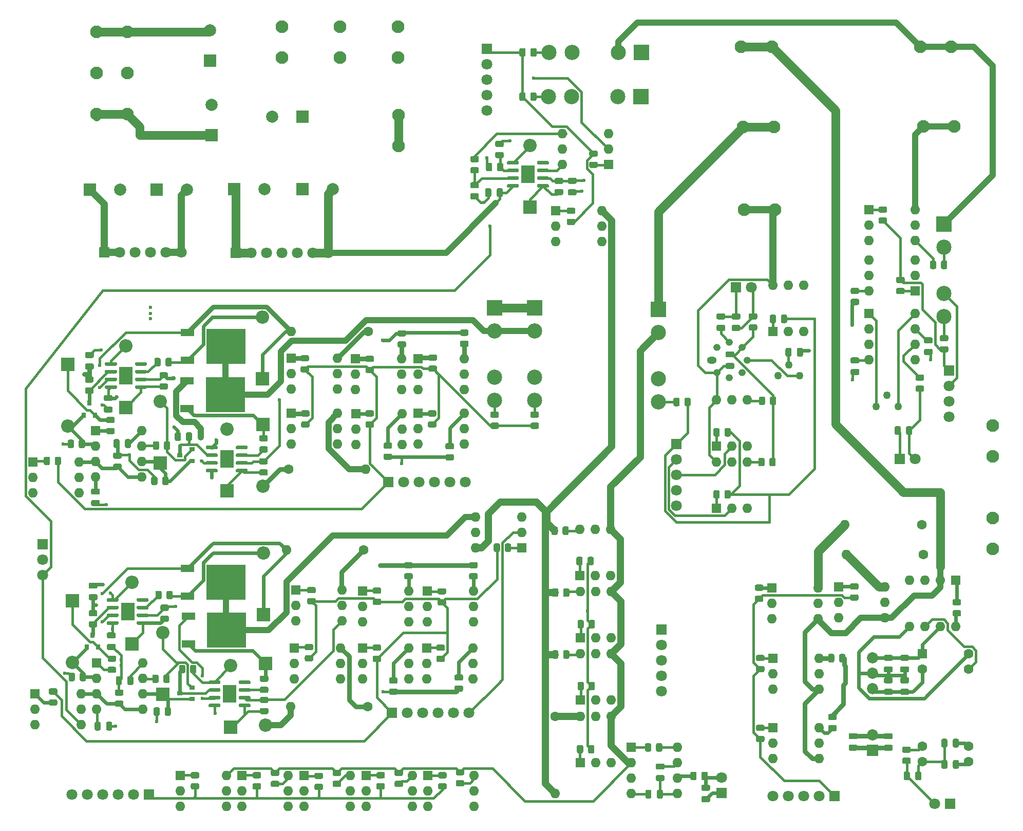
<source format=gbl>
%TF.GenerationSoftware,KiCad,Pcbnew,(5.1.10-1-10_14)*%
%TF.CreationDate,2022-05-12T12:23:04+03:00*%
%TF.ProjectId,Bipolar_transistor_tester_1.0,4269706f-6c61-4725-9f74-72616e736973,rev?*%
%TF.SameCoordinates,Original*%
%TF.FileFunction,Copper,L4,Bot*%
%TF.FilePolarity,Positive*%
%FSLAX46Y46*%
G04 Gerber Fmt 4.6, Leading zero omitted, Abs format (unit mm)*
G04 Created by KiCad (PCBNEW (5.1.10-1-10_14)) date 2022-05-12 12:23:04*
%MOMM*%
%LPD*%
G01*
G04 APERTURE LIST*
%TA.AperFunction,ComponentPad*%
%ADD10C,2.100000*%
%TD*%
%TA.AperFunction,ComponentPad*%
%ADD11O,1.600000X1.600000*%
%TD*%
%TA.AperFunction,ComponentPad*%
%ADD12R,1.600000X1.600000*%
%TD*%
%TA.AperFunction,ComponentPad*%
%ADD13C,1.800000*%
%TD*%
%TA.AperFunction,ComponentPad*%
%ADD14R,1.800000X1.800000*%
%TD*%
%TA.AperFunction,ComponentPad*%
%ADD15C,2.500000*%
%TD*%
%TA.AperFunction,ComponentPad*%
%ADD16R,2.500000X2.500000*%
%TD*%
%TA.AperFunction,ComponentPad*%
%ADD17O,1.200000X1.200000*%
%TD*%
%TA.AperFunction,ComponentPad*%
%ADD18O,1.600000X1.200000*%
%TD*%
%TA.AperFunction,ComponentPad*%
%ADD19C,1.600000*%
%TD*%
%TA.AperFunction,ComponentPad*%
%ADD20C,1.260000*%
%TD*%
%TA.AperFunction,SMDPad,CuDef*%
%ADD21R,6.400000X5.800000*%
%TD*%
%TA.AperFunction,SMDPad,CuDef*%
%ADD22R,2.200000X1.200000*%
%TD*%
%TA.AperFunction,SMDPad,CuDef*%
%ADD23R,0.900000X0.800000*%
%TD*%
%TA.AperFunction,SMDPad,CuDef*%
%ADD24R,0.800000X0.900000*%
%TD*%
%TA.AperFunction,ComponentPad*%
%ADD25C,1.850000*%
%TD*%
%TA.AperFunction,ComponentPad*%
%ADD26R,1.850000X1.850000*%
%TD*%
%TA.AperFunction,SMDPad,CuDef*%
%ADD27R,2.290000X3.000000*%
%TD*%
%TA.AperFunction,ComponentPad*%
%ADD28O,2.200000X2.200000*%
%TD*%
%TA.AperFunction,ComponentPad*%
%ADD29R,2.200000X2.200000*%
%TD*%
%TA.AperFunction,ComponentPad*%
%ADD30C,2.000000*%
%TD*%
%TA.AperFunction,ComponentPad*%
%ADD31R,2.000000X2.000000*%
%TD*%
%TA.AperFunction,ViaPad*%
%ADD32C,0.600000*%
%TD*%
%TA.AperFunction,Conductor*%
%ADD33C,0.400000*%
%TD*%
%TA.AperFunction,Conductor*%
%ADD34C,0.600000*%
%TD*%
%TA.AperFunction,Conductor*%
%ADD35C,0.800000*%
%TD*%
%TA.AperFunction,Conductor*%
%ADD36C,1.200000*%
%TD*%
%TA.AperFunction,Conductor*%
%ADD37C,1.400000*%
%TD*%
%TA.AperFunction,Conductor*%
%ADD38C,1.000000*%
%TD*%
G04 APERTURE END LIST*
D10*
%TO.P,J8,1*%
%TO.N,+12V*%
X127600000Y-53740000D03*
X127600000Y-48660000D03*
%TD*%
%TO.P,C36,2*%
%TO.N,GND2*%
%TA.AperFunction,SMDPad,CuDef*%
G36*
G01*
X210525000Y-139450000D02*
X211475000Y-139450000D01*
G75*
G02*
X211725000Y-139700000I0J-250000D01*
G01*
X211725000Y-140200000D01*
G75*
G02*
X211475000Y-140450000I-250000J0D01*
G01*
X210525000Y-140450000D01*
G75*
G02*
X210275000Y-140200000I0J250000D01*
G01*
X210275000Y-139700000D01*
G75*
G02*
X210525000Y-139450000I250000J0D01*
G01*
G37*
%TD.AperFunction*%
%TO.P,C36,1*%
%TO.N,Net-(C36-Pad1)*%
%TA.AperFunction,SMDPad,CuDef*%
G36*
G01*
X210525000Y-137550000D02*
X211475000Y-137550000D01*
G75*
G02*
X211725000Y-137800000I0J-250000D01*
G01*
X211725000Y-138300000D01*
G75*
G02*
X211475000Y-138550000I-250000J0D01*
G01*
X210525000Y-138550000D01*
G75*
G02*
X210275000Y-138300000I0J250000D01*
G01*
X210275000Y-137800000D01*
G75*
G02*
X210525000Y-137550000I250000J0D01*
G01*
G37*
%TD.AperFunction*%
%TD*%
%TO.P,C35,2*%
%TO.N,GND2*%
%TA.AperFunction,SMDPad,CuDef*%
G36*
G01*
X211475000Y-142250000D02*
X210525000Y-142250000D01*
G75*
G02*
X210275000Y-142000000I0J250000D01*
G01*
X210275000Y-141500000D01*
G75*
G02*
X210525000Y-141250000I250000J0D01*
G01*
X211475000Y-141250000D01*
G75*
G02*
X211725000Y-141500000I0J-250000D01*
G01*
X211725000Y-142000000D01*
G75*
G02*
X211475000Y-142250000I-250000J0D01*
G01*
G37*
%TD.AperFunction*%
%TO.P,C35,1*%
%TO.N,Net-(C35-Pad1)*%
%TA.AperFunction,SMDPad,CuDef*%
G36*
G01*
X211475000Y-144150000D02*
X210525000Y-144150000D01*
G75*
G02*
X210275000Y-143900000I0J250000D01*
G01*
X210275000Y-143400000D01*
G75*
G02*
X210525000Y-143150000I250000J0D01*
G01*
X211475000Y-143150000D01*
G75*
G02*
X211725000Y-143400000I0J-250000D01*
G01*
X211725000Y-143900000D01*
G75*
G02*
X211475000Y-144150000I-250000J0D01*
G01*
G37*
%TD.AperFunction*%
%TD*%
%TO.P,C34,2*%
%TO.N,GND*%
%TA.AperFunction,SMDPad,CuDef*%
G36*
G01*
X208775000Y-151450000D02*
X207825000Y-151450000D01*
G75*
G02*
X207575000Y-151200000I0J250000D01*
G01*
X207575000Y-150700000D01*
G75*
G02*
X207825000Y-150450000I250000J0D01*
G01*
X208775000Y-150450000D01*
G75*
G02*
X209025000Y-150700000I0J-250000D01*
G01*
X209025000Y-151200000D01*
G75*
G02*
X208775000Y-151450000I-250000J0D01*
G01*
G37*
%TD.AperFunction*%
%TO.P,C34,1*%
%TO.N,+12V*%
%TA.AperFunction,SMDPad,CuDef*%
G36*
G01*
X208775000Y-153350000D02*
X207825000Y-153350000D01*
G75*
G02*
X207575000Y-153100000I0J250000D01*
G01*
X207575000Y-152600000D01*
G75*
G02*
X207825000Y-152350000I250000J0D01*
G01*
X208775000Y-152350000D01*
G75*
G02*
X209025000Y-152600000I0J-250000D01*
G01*
X209025000Y-153100000D01*
G75*
G02*
X208775000Y-153350000I-250000J0D01*
G01*
G37*
%TD.AperFunction*%
%TD*%
%TO.P,C33,2*%
%TO.N,GND*%
%TA.AperFunction,SMDPad,CuDef*%
G36*
G01*
X202975000Y-151450000D02*
X202025000Y-151450000D01*
G75*
G02*
X201775000Y-151200000I0J250000D01*
G01*
X201775000Y-150700000D01*
G75*
G02*
X202025000Y-150450000I250000J0D01*
G01*
X202975000Y-150450000D01*
G75*
G02*
X203225000Y-150700000I0J-250000D01*
G01*
X203225000Y-151200000D01*
G75*
G02*
X202975000Y-151450000I-250000J0D01*
G01*
G37*
%TD.AperFunction*%
%TO.P,C33,1*%
%TO.N,+12V*%
%TA.AperFunction,SMDPad,CuDef*%
G36*
G01*
X202975000Y-153350000D02*
X202025000Y-153350000D01*
G75*
G02*
X201775000Y-153100000I0J250000D01*
G01*
X201775000Y-152600000D01*
G75*
G02*
X202025000Y-152350000I250000J0D01*
G01*
X202975000Y-152350000D01*
G75*
G02*
X203225000Y-152600000I0J-250000D01*
G01*
X203225000Y-153100000D01*
G75*
G02*
X202975000Y-153350000I-250000J0D01*
G01*
G37*
%TD.AperFunction*%
%TD*%
D11*
%TO.P,U43,6*%
%TO.N,/base_current_meter/in+*%
X140280000Y-119900000D03*
%TO.P,U43,3*%
%TO.N,N/C*%
X147900000Y-114820000D03*
%TO.P,U43,5*%
X140280000Y-117360000D03*
%TO.P,U43,2*%
%TO.N,2_bcs5*%
X147900000Y-117360000D03*
%TO.P,U43,4*%
%TO.N,Net-(Q7-Pad2)*%
X140280000Y-114820000D03*
D12*
%TO.P,U43,1*%
%TO.N,Net-(R92-Pad2)*%
X147900000Y-119900000D03*
%TD*%
D13*
%TO.P,J16,5*%
%TO.N,4_rp2*%
X173400000Y-112960000D03*
%TO.P,J16,4*%
%TO.N,4_rp1*%
X173400000Y-110420000D03*
%TO.P,J16,3*%
%TO.N,4_ecm2*%
X173400000Y-107880000D03*
%TO.P,J16,2*%
%TO.N,4_ecm1*%
X173400000Y-105340000D03*
D14*
%TO.P,J16,1*%
%TO.N,4_com_an*%
X173400000Y-102800000D03*
%TD*%
%TO.P,R4,2*%
%TO.N,Net-(R4-Pad2)*%
%TA.AperFunction,SMDPad,CuDef*%
G36*
G01*
X70100000Y-105149998D02*
X70100000Y-106050002D01*
G75*
G02*
X69850002Y-106300000I-249998J0D01*
G01*
X69324998Y-106300000D01*
G75*
G02*
X69075000Y-106050002I0J249998D01*
G01*
X69075000Y-105149998D01*
G75*
G02*
X69324998Y-104900000I249998J0D01*
G01*
X69850002Y-104900000D01*
G75*
G02*
X70100000Y-105149998I0J-249998D01*
G01*
G37*
%TD.AperFunction*%
%TO.P,R4,1*%
%TO.N,1_com_an*%
%TA.AperFunction,SMDPad,CuDef*%
G36*
G01*
X71925000Y-105149998D02*
X71925000Y-106050002D01*
G75*
G02*
X71675002Y-106300000I-249998J0D01*
G01*
X71149998Y-106300000D01*
G75*
G02*
X70900000Y-106050002I0J249998D01*
G01*
X70900000Y-105149998D01*
G75*
G02*
X71149998Y-104900000I249998J0D01*
G01*
X71675002Y-104900000D01*
G75*
G02*
X71925000Y-105149998I0J-249998D01*
G01*
G37*
%TD.AperFunction*%
%TD*%
%TO.P,R73,2*%
%TO.N,GND*%
%TA.AperFunction,SMDPad,CuDef*%
G36*
G01*
X74200000Y-140749998D02*
X74200000Y-141650002D01*
G75*
G02*
X73950002Y-141900000I-249998J0D01*
G01*
X73424998Y-141900000D01*
G75*
G02*
X73175000Y-141650002I0J249998D01*
G01*
X73175000Y-140749998D01*
G75*
G02*
X73424998Y-140500000I249998J0D01*
G01*
X73950002Y-140500000D01*
G75*
G02*
X74200000Y-140749998I0J-249998D01*
G01*
G37*
%TD.AperFunction*%
%TO.P,R73,1*%
%TO.N,Net-(D8-Pad2)*%
%TA.AperFunction,SMDPad,CuDef*%
G36*
G01*
X76025000Y-140749998D02*
X76025000Y-141650002D01*
G75*
G02*
X75775002Y-141900000I-249998J0D01*
G01*
X75249998Y-141900000D01*
G75*
G02*
X75000000Y-141650002I0J249998D01*
G01*
X75000000Y-140749998D01*
G75*
G02*
X75249998Y-140500000I249998J0D01*
G01*
X75775002Y-140500000D01*
G75*
G02*
X76025000Y-140749998I0J-249998D01*
G01*
G37*
%TD.AperFunction*%
%TD*%
D13*
%TO.P,J12,2*%
%TO.N,dac0*%
X68900000Y-121840000D03*
%TO.P,J12,3*%
%TO.N,dac1*%
X68900000Y-124380000D03*
D14*
%TO.P,J12,1*%
%TO.N,GND*%
X68900000Y-119300000D03*
%TD*%
D10*
%TO.P,J11,1*%
%TO.N,GND*%
X108300000Y-39140000D03*
X108300000Y-34060000D03*
%TD*%
%TO.P,J10,1*%
%TO.N,GND*%
X117900000Y-39180000D03*
X117900000Y-34100000D03*
%TD*%
D11*
%TO.P,U33,6*%
%TO.N,/base_current_meter/in+*%
X161120000Y-64400000D03*
%TO.P,U33,3*%
%TO.N,N/C*%
X153500000Y-69480000D03*
%TO.P,U33,5*%
X161120000Y-66940000D03*
%TO.P,U33,2*%
%TO.N,6_bvs4*%
X153500000Y-66940000D03*
%TO.P,U33,4*%
%TO.N,Net-(IC3-Pad6)*%
X161120000Y-69480000D03*
D12*
%TO.P,U33,1*%
%TO.N,Net-(R66-Pad1)*%
X153500000Y-64400000D03*
%TD*%
D10*
%TO.P,J29,1*%
%TO.N,/measured transistor/emitter*%
X189640000Y-64200000D03*
X184560000Y-64200000D03*
%TD*%
%TO.P,J28,1*%
%TO.N,/collector_base_voltage_meter/base_in*%
X219140000Y-50500000D03*
X214060000Y-50500000D03*
%TD*%
%TO.P,J27,1*%
%TO.N,/measured transistor/base_supp*%
X189440000Y-50600000D03*
X184360000Y-50600000D03*
%TD*%
%TO.P,J26,1*%
%TO.N,/collector_base_voltage_meter/coll_in*%
X218640000Y-37400000D03*
X213560000Y-37400000D03*
%TD*%
%TO.P,J25,1*%
%TO.N,/measured transistor/coll_supp*%
X189140000Y-37400000D03*
X184060000Y-37400000D03*
%TD*%
%TO.P,J4,1*%
%TO.N,/connectors/40v-500v*%
X225500000Y-120100000D03*
X225500000Y-115020000D03*
%TD*%
%TO.P,J9,1*%
%TO.N,GND*%
X127500000Y-39140000D03*
X127500000Y-34060000D03*
%TD*%
%TO.P,J7,1*%
%TO.N,-24V*%
X77760000Y-34900000D03*
X82840000Y-34900000D03*
%TD*%
%TO.P,J6,1*%
%TO.N,GND*%
X77760000Y-41700000D03*
X82840000Y-41700000D03*
%TD*%
%TO.P,J5,1*%
%TO.N,+24V*%
X77760000Y-48500000D03*
X82840000Y-48500000D03*
%TD*%
%TO.P,J3,1*%
%TO.N,GND*%
X225500000Y-104840000D03*
X225500000Y-99760000D03*
%TD*%
D11*
%TO.P,U48,8*%
%TO.N,Net-(R101-Pad1)*%
X173520000Y-152800000D03*
%TO.P,U48,4*%
%TO.N,-15V*%
X165900000Y-160420000D03*
%TO.P,U48,7*%
%TO.N,+15V*%
X173520000Y-155340000D03*
%TO.P,U48,3*%
%TO.N,/base_current_meter/in+*%
X165900000Y-157880000D03*
%TO.P,U48,6*%
%TO.N,Net-(R102-Pad1)*%
X173520000Y-157880000D03*
%TO.P,U48,2*%
%TO.N,/base_resistors/in*%
X165900000Y-155340000D03*
%TO.P,U48,5*%
%TO.N,GND*%
X173520000Y-160420000D03*
D12*
%TO.P,U48,1*%
%TO.N,Net-(R101-Pad2)*%
X165900000Y-152800000D03*
%TD*%
D11*
%TO.P,U47,6*%
%TO.N,Net-(R99-Pad1)*%
X157535000Y-147700000D03*
%TO.P,U47,3*%
%TO.N,N/C*%
X162615000Y-155320000D03*
%TO.P,U47,5*%
X160075000Y-147700000D03*
%TO.P,U47,2*%
%TO.N,5_bcm4*%
X160075000Y-155320000D03*
%TO.P,U47,4*%
%TO.N,/base_resistors/in*%
X162615000Y-147700000D03*
D12*
%TO.P,U47,1*%
%TO.N,Net-(R100-Pad2)*%
X157535000Y-155320000D03*
%TD*%
D11*
%TO.P,U46,6*%
%TO.N,Net-(R97-Pad1)*%
X157535000Y-137400000D03*
%TO.P,U46,3*%
%TO.N,N/C*%
X162615000Y-145020000D03*
%TO.P,U46,5*%
X160075000Y-137400000D03*
%TO.P,U46,2*%
%TO.N,5_bcm3*%
X160075000Y-145020000D03*
%TO.P,U46,4*%
%TO.N,/base_resistors/in*%
X162615000Y-137400000D03*
D12*
%TO.P,U46,1*%
%TO.N,Net-(R98-Pad2)*%
X157535000Y-145020000D03*
%TD*%
D11*
%TO.P,U45,6*%
%TO.N,Net-(R95-Pad1)*%
X157535000Y-127150000D03*
%TO.P,U45,3*%
%TO.N,N/C*%
X162615000Y-134770000D03*
%TO.P,U45,5*%
X160075000Y-127150000D03*
%TO.P,U45,2*%
%TO.N,5_bcm2*%
X160075000Y-134770000D03*
%TO.P,U45,4*%
%TO.N,/base_resistors/in*%
X162615000Y-127150000D03*
D12*
%TO.P,U45,1*%
%TO.N,Net-(R96-Pad2)*%
X157535000Y-134770000D03*
%TD*%
D11*
%TO.P,U44,6*%
%TO.N,Net-(R93-Pad1)*%
X157435000Y-116850000D03*
%TO.P,U44,3*%
%TO.N,N/C*%
X162515000Y-124470000D03*
%TO.P,U44,5*%
X159975000Y-116850000D03*
%TO.P,U44,2*%
%TO.N,5_bcm1*%
X159975000Y-124470000D03*
%TO.P,U44,4*%
%TO.N,/base_resistors/in*%
X162515000Y-116850000D03*
D12*
%TO.P,U44,1*%
%TO.N,Net-(R94-Pad2)*%
X157435000Y-124470000D03*
%TD*%
D11*
%TO.P,U42,6*%
%TO.N,Net-(R89-Pad1)*%
X139820000Y-136400000D03*
%TO.P,U42,3*%
%TO.N,N/C*%
X132200000Y-141480000D03*
%TO.P,U42,5*%
X139820000Y-138940000D03*
%TO.P,U42,2*%
%TO.N,2_bcs4*%
X132200000Y-138940000D03*
%TO.P,U42,4*%
%TO.N,-24V*%
X139820000Y-141480000D03*
D12*
%TO.P,U42,1*%
%TO.N,Net-(R91-Pad2)*%
X132200000Y-136400000D03*
%TD*%
D11*
%TO.P,U41,6*%
%TO.N,Net-(R88-Pad1)*%
X139920000Y-127000000D03*
%TO.P,U41,3*%
%TO.N,N/C*%
X132300000Y-132080000D03*
%TO.P,U41,5*%
X139920000Y-129540000D03*
%TO.P,U41,2*%
%TO.N,2_bcs4*%
X132300000Y-129540000D03*
%TO.P,U41,4*%
%TO.N,+24V*%
X139920000Y-132080000D03*
D12*
%TO.P,U41,1*%
%TO.N,Net-(R90-Pad2)*%
X132300000Y-127000000D03*
%TD*%
D11*
%TO.P,U40,6*%
%TO.N,Net-(R85-Pad1)*%
X129220000Y-136400000D03*
%TO.P,U40,3*%
%TO.N,N/C*%
X121600000Y-141480000D03*
%TO.P,U40,5*%
X129220000Y-138940000D03*
%TO.P,U40,2*%
%TO.N,2_bcs3*%
X121600000Y-138940000D03*
%TO.P,U40,4*%
%TO.N,-24V*%
X129220000Y-141480000D03*
D12*
%TO.P,U40,1*%
%TO.N,Net-(R87-Pad2)*%
X121600000Y-136400000D03*
%TD*%
D11*
%TO.P,U39,6*%
%TO.N,Net-(R84-Pad1)*%
X129220000Y-127000000D03*
%TO.P,U39,3*%
%TO.N,N/C*%
X121600000Y-132080000D03*
%TO.P,U39,5*%
X129220000Y-129540000D03*
%TO.P,U39,2*%
%TO.N,2_bcs3*%
X121600000Y-129540000D03*
%TO.P,U39,4*%
%TO.N,+24V*%
X129220000Y-132080000D03*
D12*
%TO.P,U39,1*%
%TO.N,Net-(R86-Pad2)*%
X121600000Y-127000000D03*
%TD*%
D11*
%TO.P,U38,6*%
%TO.N,Net-(R79-Pad1)*%
X118020000Y-136400000D03*
%TO.P,U38,3*%
%TO.N,N/C*%
X110400000Y-141480000D03*
%TO.P,U38,5*%
X118020000Y-138940000D03*
%TO.P,U38,2*%
%TO.N,2_bcs2*%
X110400000Y-138940000D03*
%TO.P,U38,4*%
%TO.N,-24V*%
X118020000Y-141480000D03*
D12*
%TO.P,U38,1*%
%TO.N,Net-(R81-Pad2)*%
X110400000Y-136400000D03*
%TD*%
D11*
%TO.P,U37,6*%
%TO.N,Net-(R78-Pad1)*%
X118220000Y-126900000D03*
%TO.P,U37,3*%
%TO.N,N/C*%
X110600000Y-131980000D03*
%TO.P,U37,5*%
X118220000Y-129440000D03*
%TO.P,U37,2*%
%TO.N,2_bcs2*%
X110600000Y-129440000D03*
%TO.P,U37,4*%
%TO.N,+24V*%
X118220000Y-131980000D03*
D12*
%TO.P,U37,1*%
%TO.N,Net-(R80-Pad2)*%
X110600000Y-126900000D03*
%TD*%
D11*
%TO.P,U36,6*%
%TO.N,Net-(R69-Pad1)*%
X75220000Y-144000000D03*
%TO.P,U36,3*%
%TO.N,N/C*%
X67600000Y-149080000D03*
%TO.P,U36,5*%
X75220000Y-146540000D03*
%TO.P,U36,2*%
%TO.N,2_bcs1*%
X67600000Y-146540000D03*
%TO.P,U36,4*%
%TO.N,dac1*%
X75220000Y-149080000D03*
D12*
%TO.P,U36,1*%
%TO.N,Net-(R68-Pad2)*%
X67600000Y-144000000D03*
%TD*%
D11*
%TO.P,U35,8*%
%TO.N,+15V*%
X85420000Y-138900000D03*
%TO.P,U35,4*%
%TO.N,-15V*%
X77800000Y-146520000D03*
%TO.P,U35,7*%
%TO.N,Net-(R71-Pad2)*%
X85420000Y-141440000D03*
%TO.P,U35,3*%
%TO.N,Net-(R69-Pad1)*%
X77800000Y-143980000D03*
%TO.P,U35,6*%
%TO.N,Net-(D9-Pad1)*%
X85420000Y-143980000D03*
%TO.P,U35,2*%
%TO.N,Net-(D8-Pad2)*%
X77800000Y-141440000D03*
%TO.P,U35,5*%
%TO.N,Net-(R69-Pad1)*%
X85420000Y-146520000D03*
D12*
%TO.P,U35,1*%
%TO.N,Net-(R70-Pad2)*%
X77800000Y-138900000D03*
%TD*%
D15*
%TO.P,U34,4*%
%TO.N,Net-(R67-Pad1)*%
X152280000Y-45600000D03*
%TO.P,U34,3*%
%TO.N,6_bvs3*%
X156090000Y-45600000D03*
%TO.P,U34,2*%
%TO.N,Net-(IC3-Pad6)*%
X163710000Y-45600000D03*
D16*
%TO.P,U34,1*%
%TO.N,/connectors/40v-500v*%
X167520000Y-45600000D03*
%TD*%
D11*
%TO.P,U32,6*%
%TO.N,Net-(IC3-Pad6)*%
X154580000Y-56800000D03*
%TO.P,U32,3*%
%TO.N,N/C*%
X162200000Y-51720000D03*
%TO.P,U32,5*%
X154580000Y-54260000D03*
%TO.P,U32,2*%
%TO.N,6_bvs2*%
X162200000Y-54260000D03*
%TO.P,U32,4*%
%TO.N,Net-(R63-Pad1)*%
X154580000Y-51720000D03*
D12*
%TO.P,U32,1*%
%TO.N,Net-(R65-Pad1)*%
X162200000Y-56800000D03*
%TD*%
D15*
%TO.P,U31,4*%
%TO.N,Net-(R61-Pad1)*%
X152380000Y-38300000D03*
%TO.P,U31,3*%
%TO.N,6_bvs1*%
X156190000Y-38300000D03*
%TO.P,U31,2*%
%TO.N,/collector_base_voltage_meter/coll_in*%
X163810000Y-38300000D03*
D16*
%TO.P,U31,1*%
%TO.N,Net-(R63-Pad1)*%
X167620000Y-38300000D03*
%TD*%
D11*
%TO.P,U30,6*%
%TO.N,Net-(R57-Pad2)*%
X140020000Y-157435000D03*
%TO.P,U30,3*%
%TO.N,N/C*%
X132400000Y-162515000D03*
%TO.P,U30,5*%
X140020000Y-159975000D03*
%TO.P,U30,2*%
%TO.N,7_br5*%
X132400000Y-159975000D03*
%TO.P,U30,4*%
%TO.N,GND*%
X140020000Y-162515000D03*
D12*
%TO.P,U30,1*%
%TO.N,Net-(R58-Pad1)*%
X132400000Y-157435000D03*
%TD*%
D11*
%TO.P,U29,6*%
%TO.N,Net-(R55-Pad2)*%
X129820000Y-157435000D03*
%TO.P,U29,3*%
%TO.N,N/C*%
X122200000Y-162515000D03*
%TO.P,U29,5*%
X129820000Y-159975000D03*
%TO.P,U29,2*%
%TO.N,7_br4*%
X122200000Y-159975000D03*
%TO.P,U29,4*%
%TO.N,GND*%
X129820000Y-162515000D03*
D12*
%TO.P,U29,1*%
%TO.N,Net-(R56-Pad1)*%
X122200000Y-157435000D03*
%TD*%
D11*
%TO.P,U28,6*%
%TO.N,Net-(R53-Pad2)*%
X119570000Y-157435000D03*
%TO.P,U28,3*%
%TO.N,N/C*%
X111950000Y-162515000D03*
%TO.P,U28,5*%
X119570000Y-159975000D03*
%TO.P,U28,2*%
%TO.N,7_br3*%
X111950000Y-159975000D03*
%TO.P,U28,4*%
%TO.N,GND*%
X119570000Y-162515000D03*
D12*
%TO.P,U28,1*%
%TO.N,Net-(R54-Pad1)*%
X111950000Y-157435000D03*
%TD*%
D11*
%TO.P,U27,6*%
%TO.N,Net-(R51-Pad2)*%
X109370000Y-157435000D03*
%TO.P,U27,3*%
%TO.N,N/C*%
X101750000Y-162515000D03*
%TO.P,U27,5*%
X109370000Y-159975000D03*
%TO.P,U27,2*%
%TO.N,7_br2*%
X101750000Y-159975000D03*
%TO.P,U27,4*%
%TO.N,GND*%
X109370000Y-162515000D03*
D12*
%TO.P,U27,1*%
%TO.N,Net-(R52-Pad1)*%
X101750000Y-157435000D03*
%TD*%
D11*
%TO.P,U26,6*%
%TO.N,/base_resistors/in*%
X99220000Y-157435000D03*
%TO.P,U26,3*%
%TO.N,N/C*%
X91600000Y-162515000D03*
%TO.P,U26,5*%
X99220000Y-159975000D03*
%TO.P,U26,2*%
%TO.N,7_br1*%
X91600000Y-159975000D03*
%TO.P,U26,4*%
%TO.N,GND*%
X99220000Y-162515000D03*
D12*
%TO.P,U26,1*%
%TO.N,Net-(R50-Pad1)*%
X91600000Y-157435000D03*
%TD*%
D11*
%TO.P,U25,8*%
%TO.N,Net-(RV2-Pad1)*%
X212720000Y-81300000D03*
%TO.P,U25,4*%
%TO.N,-15V*%
X205100000Y-88920000D03*
%TO.P,U25,7*%
%TO.N,+15V*%
X212720000Y-83840000D03*
%TO.P,U25,3*%
%TO.N,Net-(R46-Pad1)*%
X205100000Y-86380000D03*
%TO.P,U25,6*%
%TO.N,Net-(R49-Pad1)*%
X212720000Y-86380000D03*
%TO.P,U25,2*%
X205100000Y-83840000D03*
%TO.P,U25,5*%
%TO.N,N/C*%
X212720000Y-88920000D03*
D12*
%TO.P,U25,1*%
%TO.N,Net-(RV2-Pad3)*%
X205100000Y-81300000D03*
%TD*%
D11*
%TO.P,U24,6*%
%TO.N,Net-(R46-Pad1)*%
X205080000Y-77600000D03*
%TO.P,U24,3*%
%TO.N,N/C*%
X212700000Y-72520000D03*
%TO.P,U24,5*%
X205080000Y-75060000D03*
%TO.P,U24,2*%
%TO.N,8_cbvm2*%
X212700000Y-75060000D03*
%TO.P,U24,4*%
%TO.N,Net-(R46-Pad2)*%
X205080000Y-72520000D03*
D12*
%TO.P,U24,1*%
%TO.N,Net-(R48-Pad2)*%
X212700000Y-77600000D03*
%TD*%
D11*
%TO.P,U23,6*%
%TO.N,/collector_base_voltage_meter/base_in*%
X212720000Y-64200000D03*
%TO.P,U23,3*%
%TO.N,N/C*%
X205100000Y-69280000D03*
%TO.P,U23,5*%
X212720000Y-66740000D03*
%TO.P,U23,2*%
%TO.N,8_cbvm3*%
X205100000Y-66740000D03*
%TO.P,U23,4*%
%TO.N,Net-(R46-Pad1)*%
X212720000Y-69280000D03*
D12*
%TO.P,U23,1*%
%TO.N,Net-(R45-Pad2)*%
X205100000Y-64200000D03*
%TD*%
D15*
%TO.P,U22,4*%
%TO.N,Net-(R44-Pad2)*%
X217500000Y-81820000D03*
%TO.P,U22,3*%
%TO.N,8_cbvm1*%
X217500000Y-78010000D03*
%TO.P,U22,2*%
%TO.N,Net-(R46-Pad2)*%
X217500000Y-70390000D03*
D16*
%TO.P,U22,1*%
%TO.N,/collector_base_voltage_meter/coll_in*%
X217500000Y-66580000D03*
%TD*%
D17*
%TO.P,U21,8*%
%TO.N,N/C*%
X180055248Y-86935248D03*
%TO.P,U21,7*%
%TO.N,+15V*%
X182120000Y-86080000D03*
%TO.P,U21,6*%
%TO.N,Net-(C19-Pad2)*%
X184184752Y-86935248D03*
%TO.P,U21,5*%
%TO.N,Net-(RV1-Pad1)*%
X185040000Y-89000000D03*
%TO.P,U21,4*%
%TO.N,-15V*%
X184184752Y-91064752D03*
%TO.P,U21,3*%
%TO.N,GND*%
X182120000Y-91920000D03*
%TO.P,U21,2*%
%TO.N,/measured transistor/emitter*%
X180055248Y-91064752D03*
D18*
%TO.P,U21,1*%
%TO.N,Net-(RV1-Pad3)*%
X179200000Y-89000000D03*
%TD*%
D11*
%TO.P,U20,6*%
%TO.N,/measured transistor/emitter*%
X180000000Y-95580000D03*
%TO.P,U20,3*%
%TO.N,N/C*%
X185080000Y-103200000D03*
%TO.P,U20,5*%
X182540000Y-95580000D03*
%TO.P,U20,2*%
%TO.N,4_ecm2*%
X182540000Y-103200000D03*
%TO.P,U20,4*%
%TO.N,Net-(R42-Pad2)*%
X185080000Y-95580000D03*
D12*
%TO.P,U20,1*%
%TO.N,Net-(R40-Pad1)*%
X180000000Y-103200000D03*
%TD*%
D11*
%TO.P,U19,6*%
%TO.N,/measured transistor/emitter*%
X180000000Y-105780000D03*
%TO.P,U19,3*%
%TO.N,N/C*%
X185080000Y-113400000D03*
%TO.P,U19,5*%
X182540000Y-105780000D03*
%TO.P,U19,2*%
%TO.N,4_ecm1*%
X182540000Y-113400000D03*
%TO.P,U19,4*%
%TO.N,Net-(R41-Pad2)*%
X185080000Y-105780000D03*
D12*
%TO.P,U19,1*%
%TO.N,Net-(R39-Pad1)*%
X180000000Y-113400000D03*
%TD*%
D19*
%TO.P,U18,8*%
%TO.N,GND2*%
X221520000Y-137400000D03*
%TO.P,U18,4*%
%TO.N,GND*%
X213900000Y-155180000D03*
%TO.P,U18,7*%
%TO.N,Net-(U17-Pad6)*%
X221520000Y-139940000D03*
%TO.P,U18,3*%
%TO.N,Net-(R38-Pad2)*%
X213900000Y-152640000D03*
%TO.P,U18,6*%
%TO.N,-15V*%
X221520000Y-152640000D03*
%TO.P,U18,2*%
%TO.N,Net-(C35-Pad1)*%
X213900000Y-139940000D03*
%TO.P,U18,5*%
%TO.N,+15V*%
X221520000Y-155180000D03*
D12*
%TO.P,U18,1*%
%TO.N,Net-(C36-Pad1)*%
X213900000Y-137400000D03*
%TD*%
D11*
%TO.P,U17,8*%
%TO.N,Net-(R37-Pad2)*%
X219400000Y-132920000D03*
%TO.P,U17,4*%
%TO.N,Net-(C35-Pad1)*%
X211780000Y-125300000D03*
%TO.P,U17,7*%
%TO.N,Net-(C36-Pad1)*%
X216860000Y-132920000D03*
%TO.P,U17,3*%
%TO.N,/connectors/40v-500v*%
X214320000Y-125300000D03*
%TO.P,U17,6*%
%TO.N,Net-(U17-Pad6)*%
X214320000Y-132920000D03*
%TO.P,U17,2*%
%TO.N,/measured transistor/coll_supp*%
X216860000Y-125300000D03*
%TO.P,U17,5*%
%TO.N,GND2*%
X211780000Y-132920000D03*
D12*
%TO.P,U17,1*%
%TO.N,Net-(R37-Pad1)*%
X219400000Y-125300000D03*
%TD*%
D11*
%TO.P,U16,6*%
%TO.N,Net-(R35-Pad2)*%
X196920000Y-149600000D03*
%TO.P,U16,3*%
%TO.N,N/C*%
X189300000Y-154680000D03*
%TO.P,U16,5*%
X196920000Y-152140000D03*
%TO.P,U16,2*%
%TO.N,3_ccm4*%
X189300000Y-152140000D03*
%TO.P,U16,4*%
%TO.N,/measured transistor/coll_supp*%
X196920000Y-154680000D03*
D12*
%TO.P,U16,1*%
%TO.N,Net-(R36-Pad1)*%
X189300000Y-149600000D03*
%TD*%
D11*
%TO.P,U15,6*%
%TO.N,Net-(R33-Pad2)*%
X196920000Y-138100000D03*
%TO.P,U15,3*%
%TO.N,N/C*%
X189300000Y-143180000D03*
%TO.P,U15,5*%
X196920000Y-140640000D03*
%TO.P,U15,2*%
%TO.N,3_ccm3*%
X189300000Y-140640000D03*
%TO.P,U15,4*%
%TO.N,/measured transistor/coll_supp*%
X196920000Y-143180000D03*
D12*
%TO.P,U15,1*%
%TO.N,Net-(R34-Pad1)*%
X189300000Y-138100000D03*
%TD*%
D11*
%TO.P,U14,6*%
%TO.N,Net-(R31-Pad2)*%
X196720000Y-126500000D03*
%TO.P,U14,3*%
%TO.N,N/C*%
X189100000Y-131580000D03*
%TO.P,U14,5*%
X196720000Y-129040000D03*
%TO.P,U14,2*%
%TO.N,3_ccm2*%
X189100000Y-129040000D03*
%TO.P,U14,4*%
%TO.N,/measured transistor/coll_supp*%
X196720000Y-131580000D03*
D12*
%TO.P,U14,1*%
%TO.N,Net-(R32-Pad1)*%
X189100000Y-126500000D03*
%TD*%
D11*
%TO.P,U13,6*%
%TO.N,Net-(R29-Pad2)*%
X207720000Y-126400000D03*
%TO.P,U13,3*%
%TO.N,N/C*%
X200100000Y-131480000D03*
%TO.P,U13,5*%
X207720000Y-128940000D03*
%TO.P,U13,2*%
%TO.N,3_ccm1*%
X200100000Y-128940000D03*
%TO.P,U13,4*%
%TO.N,/measured transistor/coll_supp*%
X207720000Y-131480000D03*
D12*
%TO.P,U13,1*%
%TO.N,Net-(R30-Pad1)*%
X200100000Y-126400000D03*
%TD*%
D15*
%TO.P,U12,4*%
%TO.N,Net-(R28-Pad2)*%
X143400000Y-95620000D03*
%TO.P,U12,3*%
%TO.N,1_ccs5*%
X143400000Y-91810000D03*
%TO.P,U12,2*%
%TO.N,Net-(Q3-Pad2)*%
X143400000Y-84190000D03*
D16*
%TO.P,U12,1*%
%TO.N,/connectors/40v-500v*%
X143400000Y-80380000D03*
%TD*%
D15*
%TO.P,U11,4*%
%TO.N,Net-(R27-Pad2)*%
X150000000Y-95620000D03*
%TO.P,U11,3*%
%TO.N,1_ccs5*%
X150000000Y-91810000D03*
%TO.P,U11,2*%
%TO.N,Net-(Q3-Pad2)*%
X150000000Y-84190000D03*
D16*
%TO.P,U11,1*%
%TO.N,/connectors/40v-500v*%
X150000000Y-80380000D03*
%TD*%
D11*
%TO.P,U10,6*%
%TO.N,Net-(R24-Pad1)*%
X138395000Y-97775000D03*
%TO.P,U10,3*%
%TO.N,N/C*%
X130775000Y-102855000D03*
%TO.P,U10,5*%
X138395000Y-100315000D03*
%TO.P,U10,2*%
%TO.N,1_ccs4*%
X130775000Y-100315000D03*
%TO.P,U10,4*%
%TO.N,-24V*%
X138395000Y-102855000D03*
D12*
%TO.P,U10,1*%
%TO.N,Net-(R26-Pad2)*%
X130775000Y-97775000D03*
%TD*%
D11*
%TO.P,U9,6*%
%TO.N,Net-(R23-Pad1)*%
X138370000Y-88775000D03*
%TO.P,U9,3*%
%TO.N,N/C*%
X130750000Y-93855000D03*
%TO.P,U9,5*%
X138370000Y-91315000D03*
%TO.P,U9,2*%
%TO.N,1_ccs4*%
X130750000Y-91315000D03*
%TO.P,U9,4*%
%TO.N,+24V*%
X138370000Y-93855000D03*
D12*
%TO.P,U9,1*%
%TO.N,Net-(R25-Pad2)*%
X130750000Y-88775000D03*
%TD*%
D11*
%TO.P,U8,6*%
%TO.N,Net-(R20-Pad1)*%
X128120000Y-97800000D03*
%TO.P,U8,3*%
%TO.N,N/C*%
X120500000Y-102880000D03*
%TO.P,U8,5*%
X128120000Y-100340000D03*
%TO.P,U8,2*%
%TO.N,1_ccs3*%
X120500000Y-100340000D03*
%TO.P,U8,4*%
%TO.N,-24V*%
X128120000Y-102880000D03*
D12*
%TO.P,U8,1*%
%TO.N,Net-(R22-Pad2)*%
X120500000Y-97800000D03*
%TD*%
D11*
%TO.P,U7,6*%
%TO.N,Net-(R19-Pad1)*%
X128095000Y-88775000D03*
%TO.P,U7,3*%
%TO.N,N/C*%
X120475000Y-93855000D03*
%TO.P,U7,5*%
X128095000Y-91315000D03*
%TO.P,U7,2*%
%TO.N,1_ccs3*%
X120475000Y-91315000D03*
%TO.P,U7,4*%
%TO.N,+24V*%
X128095000Y-93855000D03*
D12*
%TO.P,U7,1*%
%TO.N,Net-(R21-Pad2)*%
X120475000Y-88775000D03*
%TD*%
D11*
%TO.P,U6,6*%
%TO.N,Net-(R14-Pad2)*%
X117520000Y-97750000D03*
%TO.P,U6,3*%
%TO.N,N/C*%
X109900000Y-102830000D03*
%TO.P,U6,5*%
X117520000Y-100290000D03*
%TO.P,U6,2*%
%TO.N,1_ccs2*%
X109900000Y-100290000D03*
%TO.P,U6,4*%
%TO.N,-24V*%
X117520000Y-102830000D03*
D12*
%TO.P,U6,1*%
%TO.N,Net-(R16-Pad2)*%
X109900000Y-97750000D03*
%TD*%
D11*
%TO.P,U5,6*%
%TO.N,Net-(R13-Pad1)*%
X117520000Y-88700000D03*
%TO.P,U5,3*%
%TO.N,N/C*%
X109900000Y-93780000D03*
%TO.P,U5,5*%
X117520000Y-91240000D03*
%TO.P,U5,2*%
%TO.N,1_ccs2*%
X109900000Y-91240000D03*
%TO.P,U5,4*%
%TO.N,+24V*%
X117520000Y-93780000D03*
D12*
%TO.P,U5,1*%
%TO.N,Net-(R15-Pad2)*%
X109900000Y-88700000D03*
%TD*%
D11*
%TO.P,U4,6*%
%TO.N,Net-(R3-Pad1)*%
X74895000Y-105750000D03*
%TO.P,U4,3*%
%TO.N,N/C*%
X67275000Y-110830000D03*
%TO.P,U4,5*%
X74895000Y-108290000D03*
%TO.P,U4,2*%
%TO.N,1_ccs1*%
X67275000Y-108290000D03*
%TO.P,U4,4*%
%TO.N,dac0*%
X74895000Y-110830000D03*
D12*
%TO.P,U4,1*%
%TO.N,Net-(R4-Pad2)*%
X67275000Y-105750000D03*
%TD*%
D11*
%TO.P,U3,8*%
%TO.N,+15V*%
X85195000Y-100650000D03*
%TO.P,U3,4*%
%TO.N,-15V*%
X77575000Y-108270000D03*
%TO.P,U3,7*%
%TO.N,Net-(R6-Pad2)*%
X85195000Y-103190000D03*
%TO.P,U3,3*%
%TO.N,Net-(R3-Pad1)*%
X77575000Y-105730000D03*
%TO.P,U3,6*%
%TO.N,Net-(D2-Pad1)*%
X85195000Y-105730000D03*
%TO.P,U3,2*%
%TO.N,Net-(D1-Pad2)*%
X77575000Y-103190000D03*
%TO.P,U3,5*%
%TO.N,Net-(R3-Pad1)*%
X85195000Y-108270000D03*
D12*
%TO.P,U3,1*%
%TO.N,Net-(R5-Pad2)*%
X77575000Y-100650000D03*
%TD*%
D11*
%TO.P,U2,6*%
%TO.N,/measured transistor/emitter*%
X189300000Y-76680000D03*
%TO.P,U2,3*%
%TO.N,N/C*%
X194380000Y-84300000D03*
%TO.P,U2,5*%
X191840000Y-76680000D03*
%TO.P,U2,2*%
%TO.N,4_rp2*%
X191840000Y-84300000D03*
%TO.P,U2,4*%
%TO.N,GND*%
X194380000Y-76680000D03*
D12*
%TO.P,U2,1*%
%TO.N,Net-(R2-Pad2)*%
X189300000Y-84300000D03*
%TD*%
D15*
%TO.P,U1,4*%
%TO.N,Net-(R1-Pad2)*%
X170400000Y-95920000D03*
%TO.P,U1,3*%
%TO.N,4_rp1*%
X170400000Y-92110000D03*
%TO.P,U1,2*%
%TO.N,/base_resistors/in*%
X170400000Y-84490000D03*
D16*
%TO.P,U1,1*%
%TO.N,/measured transistor/base_supp*%
X170400000Y-80680000D03*
%TD*%
D20*
%TO.P,RV2,1*%
%TO.N,Net-(RV2-Pad1)*%
X209900000Y-96600000D03*
%TO.P,RV2,2*%
%TO.N,+15V*%
X208103949Y-94803949D03*
%TO.P,RV2,3*%
%TO.N,Net-(RV2-Pad3)*%
X206307898Y-96600000D03*
%TD*%
%TO.P,RV1,1*%
%TO.N,Net-(RV1-Pad1)*%
X193700000Y-91600000D03*
%TO.P,RV1,2*%
%TO.N,-15V*%
X191903949Y-89803949D03*
%TO.P,RV1,3*%
%TO.N,Net-(RV1-Pad3)*%
X190107898Y-91600000D03*
%TD*%
%TO.P,R102,2*%
%TO.N,adc3*%
%TA.AperFunction,SMDPad,CuDef*%
G36*
G01*
X177500000Y-157950002D02*
X177500000Y-157049998D01*
G75*
G02*
X177749998Y-156800000I249998J0D01*
G01*
X178275002Y-156800000D01*
G75*
G02*
X178525000Y-157049998I0J-249998D01*
G01*
X178525000Y-157950002D01*
G75*
G02*
X178275002Y-158200000I-249998J0D01*
G01*
X177749998Y-158200000D01*
G75*
G02*
X177500000Y-157950002I0J249998D01*
G01*
G37*
%TD.AperFunction*%
%TO.P,R102,1*%
%TO.N,Net-(R102-Pad1)*%
%TA.AperFunction,SMDPad,CuDef*%
G36*
G01*
X175675000Y-157950002D02*
X175675000Y-157049998D01*
G75*
G02*
X175924998Y-156800000I249998J0D01*
G01*
X176450002Y-156800000D01*
G75*
G02*
X176700000Y-157049998I0J-249998D01*
G01*
X176700000Y-157950002D01*
G75*
G02*
X176450002Y-158200000I-249998J0D01*
G01*
X175924998Y-158200000D01*
G75*
G02*
X175675000Y-157950002I0J249998D01*
G01*
G37*
%TD.AperFunction*%
%TD*%
%TO.P,R101,2*%
%TO.N,Net-(R101-Pad2)*%
%TA.AperFunction,SMDPad,CuDef*%
G36*
G01*
X169212500Y-152349998D02*
X169212500Y-153250002D01*
G75*
G02*
X168962502Y-153500000I-249998J0D01*
G01*
X168437498Y-153500000D01*
G75*
G02*
X168187500Y-153250002I0J249998D01*
G01*
X168187500Y-152349998D01*
G75*
G02*
X168437498Y-152100000I249998J0D01*
G01*
X168962502Y-152100000D01*
G75*
G02*
X169212500Y-152349998I0J-249998D01*
G01*
G37*
%TD.AperFunction*%
%TO.P,R101,1*%
%TO.N,Net-(R101-Pad1)*%
%TA.AperFunction,SMDPad,CuDef*%
G36*
G01*
X171037500Y-152349998D02*
X171037500Y-153250002D01*
G75*
G02*
X170787502Y-153500000I-249998J0D01*
G01*
X170262498Y-153500000D01*
G75*
G02*
X170012500Y-153250002I0J249998D01*
G01*
X170012500Y-152349998D01*
G75*
G02*
X170262498Y-152100000I249998J0D01*
G01*
X170787502Y-152100000D01*
G75*
G02*
X171037500Y-152349998I0J-249998D01*
G01*
G37*
%TD.AperFunction*%
%TD*%
%TO.P,R100,2*%
%TO.N,Net-(R100-Pad2)*%
%TA.AperFunction,SMDPad,CuDef*%
G36*
G01*
X158000000Y-152649998D02*
X158000000Y-153550002D01*
G75*
G02*
X157750002Y-153800000I-249998J0D01*
G01*
X157224998Y-153800000D01*
G75*
G02*
X156975000Y-153550002I0J249998D01*
G01*
X156975000Y-152649998D01*
G75*
G02*
X157224998Y-152400000I249998J0D01*
G01*
X157750002Y-152400000D01*
G75*
G02*
X158000000Y-152649998I0J-249998D01*
G01*
G37*
%TD.AperFunction*%
%TO.P,R100,1*%
%TO.N,5_com_an*%
%TA.AperFunction,SMDPad,CuDef*%
G36*
G01*
X159825000Y-152649998D02*
X159825000Y-153550002D01*
G75*
G02*
X159575002Y-153800000I-249998J0D01*
G01*
X159049998Y-153800000D01*
G75*
G02*
X158800000Y-153550002I0J249998D01*
G01*
X158800000Y-152649998D01*
G75*
G02*
X159049998Y-152400000I249998J0D01*
G01*
X159575002Y-152400000D01*
G75*
G02*
X159825000Y-152649998I0J-249998D01*
G01*
G37*
%TD.AperFunction*%
%TD*%
D11*
%TO.P,R99,2*%
%TO.N,/base_current_meter/in+*%
X153400000Y-160400000D03*
D19*
%TO.P,R99,1*%
%TO.N,Net-(R99-Pad1)*%
X153400000Y-147700000D03*
%TD*%
%TO.P,R98,2*%
%TO.N,Net-(R98-Pad2)*%
%TA.AperFunction,SMDPad,CuDef*%
G36*
G01*
X158100000Y-142249998D02*
X158100000Y-143150002D01*
G75*
G02*
X157850002Y-143400000I-249998J0D01*
G01*
X157324998Y-143400000D01*
G75*
G02*
X157075000Y-143150002I0J249998D01*
G01*
X157075000Y-142249998D01*
G75*
G02*
X157324998Y-142000000I249998J0D01*
G01*
X157850002Y-142000000D01*
G75*
G02*
X158100000Y-142249998I0J-249998D01*
G01*
G37*
%TD.AperFunction*%
%TO.P,R98,1*%
%TO.N,5_com_an*%
%TA.AperFunction,SMDPad,CuDef*%
G36*
G01*
X159925000Y-142249998D02*
X159925000Y-143150002D01*
G75*
G02*
X159675002Y-143400000I-249998J0D01*
G01*
X159149998Y-143400000D01*
G75*
G02*
X158900000Y-143150002I0J249998D01*
G01*
X158900000Y-142249998D01*
G75*
G02*
X159149998Y-142000000I249998J0D01*
G01*
X159675002Y-142000000D01*
G75*
G02*
X159925000Y-142249998I0J-249998D01*
G01*
G37*
%TD.AperFunction*%
%TD*%
%TO.P,R97,2*%
%TO.N,/base_current_meter/in+*%
%TA.AperFunction,SMDPad,CuDef*%
G36*
G01*
X153900000Y-137049998D02*
X153900000Y-137950002D01*
G75*
G02*
X153650002Y-138200000I-249998J0D01*
G01*
X153124998Y-138200000D01*
G75*
G02*
X152875000Y-137950002I0J249998D01*
G01*
X152875000Y-137049998D01*
G75*
G02*
X153124998Y-136800000I249998J0D01*
G01*
X153650002Y-136800000D01*
G75*
G02*
X153900000Y-137049998I0J-249998D01*
G01*
G37*
%TD.AperFunction*%
%TO.P,R97,1*%
%TO.N,Net-(R97-Pad1)*%
%TA.AperFunction,SMDPad,CuDef*%
G36*
G01*
X155725000Y-137049998D02*
X155725000Y-137950002D01*
G75*
G02*
X155475002Y-138200000I-249998J0D01*
G01*
X154949998Y-138200000D01*
G75*
G02*
X154700000Y-137950002I0J249998D01*
G01*
X154700000Y-137049998D01*
G75*
G02*
X154949998Y-136800000I249998J0D01*
G01*
X155475002Y-136800000D01*
G75*
G02*
X155725000Y-137049998I0J-249998D01*
G01*
G37*
%TD.AperFunction*%
%TD*%
%TO.P,R96,2*%
%TO.N,Net-(R96-Pad2)*%
%TA.AperFunction,SMDPad,CuDef*%
G36*
G01*
X158100000Y-132049998D02*
X158100000Y-132950002D01*
G75*
G02*
X157850002Y-133200000I-249998J0D01*
G01*
X157324998Y-133200000D01*
G75*
G02*
X157075000Y-132950002I0J249998D01*
G01*
X157075000Y-132049998D01*
G75*
G02*
X157324998Y-131800000I249998J0D01*
G01*
X157850002Y-131800000D01*
G75*
G02*
X158100000Y-132049998I0J-249998D01*
G01*
G37*
%TD.AperFunction*%
%TO.P,R96,1*%
%TO.N,5_com_an*%
%TA.AperFunction,SMDPad,CuDef*%
G36*
G01*
X159925000Y-132049998D02*
X159925000Y-132950002D01*
G75*
G02*
X159675002Y-133200000I-249998J0D01*
G01*
X159149998Y-133200000D01*
G75*
G02*
X158900000Y-132950002I0J249998D01*
G01*
X158900000Y-132049998D01*
G75*
G02*
X159149998Y-131800000I249998J0D01*
G01*
X159675002Y-131800000D01*
G75*
G02*
X159925000Y-132049998I0J-249998D01*
G01*
G37*
%TD.AperFunction*%
%TD*%
%TO.P,R95,2*%
%TO.N,/base_current_meter/in+*%
%TA.AperFunction,SMDPad,CuDef*%
G36*
G01*
X153900000Y-126849998D02*
X153900000Y-127750002D01*
G75*
G02*
X153650002Y-128000000I-249998J0D01*
G01*
X153124998Y-128000000D01*
G75*
G02*
X152875000Y-127750002I0J249998D01*
G01*
X152875000Y-126849998D01*
G75*
G02*
X153124998Y-126600000I249998J0D01*
G01*
X153650002Y-126600000D01*
G75*
G02*
X153900000Y-126849998I0J-249998D01*
G01*
G37*
%TD.AperFunction*%
%TO.P,R95,1*%
%TO.N,Net-(R95-Pad1)*%
%TA.AperFunction,SMDPad,CuDef*%
G36*
G01*
X155725000Y-126849998D02*
X155725000Y-127750002D01*
G75*
G02*
X155475002Y-128000000I-249998J0D01*
G01*
X154949998Y-128000000D01*
G75*
G02*
X154700000Y-127750002I0J249998D01*
G01*
X154700000Y-126849998D01*
G75*
G02*
X154949998Y-126600000I249998J0D01*
G01*
X155475002Y-126600000D01*
G75*
G02*
X155725000Y-126849998I0J-249998D01*
G01*
G37*
%TD.AperFunction*%
%TD*%
%TO.P,R94,2*%
%TO.N,Net-(R94-Pad2)*%
%TA.AperFunction,SMDPad,CuDef*%
G36*
G01*
X157900000Y-121649998D02*
X157900000Y-122550002D01*
G75*
G02*
X157650002Y-122800000I-249998J0D01*
G01*
X157124998Y-122800000D01*
G75*
G02*
X156875000Y-122550002I0J249998D01*
G01*
X156875000Y-121649998D01*
G75*
G02*
X157124998Y-121400000I249998J0D01*
G01*
X157650002Y-121400000D01*
G75*
G02*
X157900000Y-121649998I0J-249998D01*
G01*
G37*
%TD.AperFunction*%
%TO.P,R94,1*%
%TO.N,5_com_an*%
%TA.AperFunction,SMDPad,CuDef*%
G36*
G01*
X159725000Y-121649998D02*
X159725000Y-122550002D01*
G75*
G02*
X159475002Y-122800000I-249998J0D01*
G01*
X158949998Y-122800000D01*
G75*
G02*
X158700000Y-122550002I0J249998D01*
G01*
X158700000Y-121649998D01*
G75*
G02*
X158949998Y-121400000I249998J0D01*
G01*
X159475002Y-121400000D01*
G75*
G02*
X159725000Y-121649998I0J-249998D01*
G01*
G37*
%TD.AperFunction*%
%TD*%
%TO.P,R93,2*%
%TO.N,/base_current_meter/in+*%
%TA.AperFunction,SMDPad,CuDef*%
G36*
G01*
X153800000Y-116649998D02*
X153800000Y-117550002D01*
G75*
G02*
X153550002Y-117800000I-249998J0D01*
G01*
X153024998Y-117800000D01*
G75*
G02*
X152775000Y-117550002I0J249998D01*
G01*
X152775000Y-116649998D01*
G75*
G02*
X153024998Y-116400000I249998J0D01*
G01*
X153550002Y-116400000D01*
G75*
G02*
X153800000Y-116649998I0J-249998D01*
G01*
G37*
%TD.AperFunction*%
%TO.P,R93,1*%
%TO.N,Net-(R93-Pad1)*%
%TA.AperFunction,SMDPad,CuDef*%
G36*
G01*
X155625000Y-116649998D02*
X155625000Y-117550002D01*
G75*
G02*
X155375002Y-117800000I-249998J0D01*
G01*
X154849998Y-117800000D01*
G75*
G02*
X154600000Y-117550002I0J249998D01*
G01*
X154600000Y-116649998D01*
G75*
G02*
X154849998Y-116400000I249998J0D01*
G01*
X155375002Y-116400000D01*
G75*
G02*
X155625000Y-116649998I0J-249998D01*
G01*
G37*
%TD.AperFunction*%
%TD*%
%TO.P,R92,2*%
%TO.N,Net-(R92-Pad2)*%
%TA.AperFunction,SMDPad,CuDef*%
G36*
G01*
X145087500Y-120350002D02*
X145087500Y-119449998D01*
G75*
G02*
X145337498Y-119200000I249998J0D01*
G01*
X145862502Y-119200000D01*
G75*
G02*
X146112500Y-119449998I0J-249998D01*
G01*
X146112500Y-120350002D01*
G75*
G02*
X145862502Y-120600000I-249998J0D01*
G01*
X145337498Y-120600000D01*
G75*
G02*
X145087500Y-120350002I0J249998D01*
G01*
G37*
%TD.AperFunction*%
%TO.P,R92,1*%
%TO.N,2_com_an*%
%TA.AperFunction,SMDPad,CuDef*%
G36*
G01*
X143262500Y-120350002D02*
X143262500Y-119449998D01*
G75*
G02*
X143512498Y-119200000I249998J0D01*
G01*
X144037502Y-119200000D01*
G75*
G02*
X144287500Y-119449998I0J-249998D01*
G01*
X144287500Y-120350002D01*
G75*
G02*
X144037502Y-120600000I-249998J0D01*
G01*
X143512498Y-120600000D01*
G75*
G02*
X143262500Y-120350002I0J249998D01*
G01*
G37*
%TD.AperFunction*%
%TD*%
%TO.P,R91,2*%
%TO.N,Net-(R91-Pad2)*%
%TA.AperFunction,SMDPad,CuDef*%
G36*
G01*
X134950002Y-136900000D02*
X134049998Y-136900000D01*
G75*
G02*
X133800000Y-136650002I0J249998D01*
G01*
X133800000Y-136124998D01*
G75*
G02*
X134049998Y-135875000I249998J0D01*
G01*
X134950002Y-135875000D01*
G75*
G02*
X135200000Y-136124998I0J-249998D01*
G01*
X135200000Y-136650002D01*
G75*
G02*
X134950002Y-136900000I-249998J0D01*
G01*
G37*
%TD.AperFunction*%
%TO.P,R91,1*%
%TO.N,2_com_an*%
%TA.AperFunction,SMDPad,CuDef*%
G36*
G01*
X134950002Y-138725000D02*
X134049998Y-138725000D01*
G75*
G02*
X133800000Y-138475002I0J249998D01*
G01*
X133800000Y-137949998D01*
G75*
G02*
X134049998Y-137700000I249998J0D01*
G01*
X134950002Y-137700000D01*
G75*
G02*
X135200000Y-137949998I0J-249998D01*
G01*
X135200000Y-138475002D01*
G75*
G02*
X134950002Y-138725000I-249998J0D01*
G01*
G37*
%TD.AperFunction*%
%TD*%
%TO.P,R90,2*%
%TO.N,Net-(R90-Pad2)*%
%TA.AperFunction,SMDPad,CuDef*%
G36*
G01*
X135150002Y-127600000D02*
X134249998Y-127600000D01*
G75*
G02*
X134000000Y-127350002I0J249998D01*
G01*
X134000000Y-126824998D01*
G75*
G02*
X134249998Y-126575000I249998J0D01*
G01*
X135150002Y-126575000D01*
G75*
G02*
X135400000Y-126824998I0J-249998D01*
G01*
X135400000Y-127350002D01*
G75*
G02*
X135150002Y-127600000I-249998J0D01*
G01*
G37*
%TD.AperFunction*%
%TO.P,R90,1*%
%TO.N,2_com_an*%
%TA.AperFunction,SMDPad,CuDef*%
G36*
G01*
X135150002Y-129425000D02*
X134249998Y-129425000D01*
G75*
G02*
X134000000Y-129175002I0J249998D01*
G01*
X134000000Y-128649998D01*
G75*
G02*
X134249998Y-128400000I249998J0D01*
G01*
X135150002Y-128400000D01*
G75*
G02*
X135400000Y-128649998I0J-249998D01*
G01*
X135400000Y-129175002D01*
G75*
G02*
X135150002Y-129425000I-249998J0D01*
G01*
G37*
%TD.AperFunction*%
%TD*%
%TO.P,R89,2*%
%TO.N,Net-(D13-Pad2)*%
%TA.AperFunction,SMDPad,CuDef*%
G36*
G01*
X137049998Y-142600000D02*
X137950002Y-142600000D01*
G75*
G02*
X138200000Y-142849998I0J-249998D01*
G01*
X138200000Y-143375002D01*
G75*
G02*
X137950002Y-143625000I-249998J0D01*
G01*
X137049998Y-143625000D01*
G75*
G02*
X136800000Y-143375002I0J249998D01*
G01*
X136800000Y-142849998D01*
G75*
G02*
X137049998Y-142600000I249998J0D01*
G01*
G37*
%TD.AperFunction*%
%TO.P,R89,1*%
%TO.N,Net-(R89-Pad1)*%
%TA.AperFunction,SMDPad,CuDef*%
G36*
G01*
X137049998Y-140775000D02*
X137950002Y-140775000D01*
G75*
G02*
X138200000Y-141024998I0J-249998D01*
G01*
X138200000Y-141550002D01*
G75*
G02*
X137950002Y-141800000I-249998J0D01*
G01*
X137049998Y-141800000D01*
G75*
G02*
X136800000Y-141550002I0J249998D01*
G01*
X136800000Y-141024998D01*
G75*
G02*
X137049998Y-140775000I249998J0D01*
G01*
G37*
%TD.AperFunction*%
%TD*%
%TO.P,R88,2*%
%TO.N,Net-(D12-Pad1)*%
%TA.AperFunction,SMDPad,CuDef*%
G36*
G01*
X140350002Y-123300000D02*
X139449998Y-123300000D01*
G75*
G02*
X139200000Y-123050002I0J249998D01*
G01*
X139200000Y-122524998D01*
G75*
G02*
X139449998Y-122275000I249998J0D01*
G01*
X140350002Y-122275000D01*
G75*
G02*
X140600000Y-122524998I0J-249998D01*
G01*
X140600000Y-123050002D01*
G75*
G02*
X140350002Y-123300000I-249998J0D01*
G01*
G37*
%TD.AperFunction*%
%TO.P,R88,1*%
%TO.N,Net-(R88-Pad1)*%
%TA.AperFunction,SMDPad,CuDef*%
G36*
G01*
X140350002Y-125125000D02*
X139449998Y-125125000D01*
G75*
G02*
X139200000Y-124875002I0J249998D01*
G01*
X139200000Y-124349998D01*
G75*
G02*
X139449998Y-124100000I249998J0D01*
G01*
X140350002Y-124100000D01*
G75*
G02*
X140600000Y-124349998I0J-249998D01*
G01*
X140600000Y-124875002D01*
G75*
G02*
X140350002Y-125125000I-249998J0D01*
G01*
G37*
%TD.AperFunction*%
%TD*%
%TO.P,R87,2*%
%TO.N,Net-(R87-Pad2)*%
%TA.AperFunction,SMDPad,CuDef*%
G36*
G01*
X124450002Y-136900000D02*
X123549998Y-136900000D01*
G75*
G02*
X123300000Y-136650002I0J249998D01*
G01*
X123300000Y-136124998D01*
G75*
G02*
X123549998Y-135875000I249998J0D01*
G01*
X124450002Y-135875000D01*
G75*
G02*
X124700000Y-136124998I0J-249998D01*
G01*
X124700000Y-136650002D01*
G75*
G02*
X124450002Y-136900000I-249998J0D01*
G01*
G37*
%TD.AperFunction*%
%TO.P,R87,1*%
%TO.N,2_com_an*%
%TA.AperFunction,SMDPad,CuDef*%
G36*
G01*
X124450002Y-138725000D02*
X123549998Y-138725000D01*
G75*
G02*
X123300000Y-138475002I0J249998D01*
G01*
X123300000Y-137949998D01*
G75*
G02*
X123549998Y-137700000I249998J0D01*
G01*
X124450002Y-137700000D01*
G75*
G02*
X124700000Y-137949998I0J-249998D01*
G01*
X124700000Y-138475002D01*
G75*
G02*
X124450002Y-138725000I-249998J0D01*
G01*
G37*
%TD.AperFunction*%
%TD*%
%TO.P,R86,2*%
%TO.N,Net-(R86-Pad2)*%
%TA.AperFunction,SMDPad,CuDef*%
G36*
G01*
X124450002Y-127500000D02*
X123549998Y-127500000D01*
G75*
G02*
X123300000Y-127250002I0J249998D01*
G01*
X123300000Y-126724998D01*
G75*
G02*
X123549998Y-126475000I249998J0D01*
G01*
X124450002Y-126475000D01*
G75*
G02*
X124700000Y-126724998I0J-249998D01*
G01*
X124700000Y-127250002D01*
G75*
G02*
X124450002Y-127500000I-249998J0D01*
G01*
G37*
%TD.AperFunction*%
%TO.P,R86,1*%
%TO.N,2_com_an*%
%TA.AperFunction,SMDPad,CuDef*%
G36*
G01*
X124450002Y-129325000D02*
X123549998Y-129325000D01*
G75*
G02*
X123300000Y-129075002I0J249998D01*
G01*
X123300000Y-128549998D01*
G75*
G02*
X123549998Y-128300000I249998J0D01*
G01*
X124450002Y-128300000D01*
G75*
G02*
X124700000Y-128549998I0J-249998D01*
G01*
X124700000Y-129075002D01*
G75*
G02*
X124450002Y-129325000I-249998J0D01*
G01*
G37*
%TD.AperFunction*%
%TD*%
%TO.P,R85,2*%
%TO.N,Net-(D13-Pad2)*%
%TA.AperFunction,SMDPad,CuDef*%
G36*
G01*
X126249998Y-143100000D02*
X127150002Y-143100000D01*
G75*
G02*
X127400000Y-143349998I0J-249998D01*
G01*
X127400000Y-143875002D01*
G75*
G02*
X127150002Y-144125000I-249998J0D01*
G01*
X126249998Y-144125000D01*
G75*
G02*
X126000000Y-143875002I0J249998D01*
G01*
X126000000Y-143349998D01*
G75*
G02*
X126249998Y-143100000I249998J0D01*
G01*
G37*
%TD.AperFunction*%
%TO.P,R85,1*%
%TO.N,Net-(R85-Pad1)*%
%TA.AperFunction,SMDPad,CuDef*%
G36*
G01*
X126249998Y-141275000D02*
X127150002Y-141275000D01*
G75*
G02*
X127400000Y-141524998I0J-249998D01*
G01*
X127400000Y-142050002D01*
G75*
G02*
X127150002Y-142300000I-249998J0D01*
G01*
X126249998Y-142300000D01*
G75*
G02*
X126000000Y-142050002I0J249998D01*
G01*
X126000000Y-141524998D01*
G75*
G02*
X126249998Y-141275000I249998J0D01*
G01*
G37*
%TD.AperFunction*%
%TD*%
%TO.P,R84,2*%
%TO.N,Net-(D12-Pad1)*%
%TA.AperFunction,SMDPad,CuDef*%
G36*
G01*
X129650002Y-123300000D02*
X128749998Y-123300000D01*
G75*
G02*
X128500000Y-123050002I0J249998D01*
G01*
X128500000Y-122524998D01*
G75*
G02*
X128749998Y-122275000I249998J0D01*
G01*
X129650002Y-122275000D01*
G75*
G02*
X129900000Y-122524998I0J-249998D01*
G01*
X129900000Y-123050002D01*
G75*
G02*
X129650002Y-123300000I-249998J0D01*
G01*
G37*
%TD.AperFunction*%
%TO.P,R84,1*%
%TO.N,Net-(R84-Pad1)*%
%TA.AperFunction,SMDPad,CuDef*%
G36*
G01*
X129650002Y-125125000D02*
X128749998Y-125125000D01*
G75*
G02*
X128500000Y-124875002I0J249998D01*
G01*
X128500000Y-124349998D01*
G75*
G02*
X128749998Y-124100000I249998J0D01*
G01*
X129650002Y-124100000D01*
G75*
G02*
X129900000Y-124349998I0J-249998D01*
G01*
X129900000Y-124875002D01*
G75*
G02*
X129650002Y-125125000I-249998J0D01*
G01*
G37*
%TD.AperFunction*%
%TD*%
%TO.P,R83,2*%
%TO.N,Net-(IC5-Pad6)*%
%TA.AperFunction,SMDPad,CuDef*%
G36*
G01*
X104949998Y-142800000D02*
X105850002Y-142800000D01*
G75*
G02*
X106100000Y-143049998I0J-249998D01*
G01*
X106100000Y-143575002D01*
G75*
G02*
X105850002Y-143825000I-249998J0D01*
G01*
X104949998Y-143825000D01*
G75*
G02*
X104700000Y-143575002I0J249998D01*
G01*
X104700000Y-143049998D01*
G75*
G02*
X104949998Y-142800000I249998J0D01*
G01*
G37*
%TD.AperFunction*%
%TO.P,R83,1*%
%TO.N,Net-(D13-Pad1)*%
%TA.AperFunction,SMDPad,CuDef*%
G36*
G01*
X104949998Y-140975000D02*
X105850002Y-140975000D01*
G75*
G02*
X106100000Y-141224998I0J-249998D01*
G01*
X106100000Y-141750002D01*
G75*
G02*
X105850002Y-142000000I-249998J0D01*
G01*
X104949998Y-142000000D01*
G75*
G02*
X104700000Y-141750002I0J249998D01*
G01*
X104700000Y-141224998D01*
G75*
G02*
X104949998Y-140975000I249998J0D01*
G01*
G37*
%TD.AperFunction*%
%TD*%
%TO.P,R82,2*%
%TO.N,Net-(IC4-Pad6)*%
%TA.AperFunction,SMDPad,CuDef*%
G36*
G01*
X88500000Y-127249998D02*
X88500000Y-128150002D01*
G75*
G02*
X88250002Y-128400000I-249998J0D01*
G01*
X87724998Y-128400000D01*
G75*
G02*
X87475000Y-128150002I0J249998D01*
G01*
X87475000Y-127249998D01*
G75*
G02*
X87724998Y-127000000I249998J0D01*
G01*
X88250002Y-127000000D01*
G75*
G02*
X88500000Y-127249998I0J-249998D01*
G01*
G37*
%TD.AperFunction*%
%TO.P,R82,1*%
%TO.N,Net-(D12-Pad2)*%
%TA.AperFunction,SMDPad,CuDef*%
G36*
G01*
X90325000Y-127249998D02*
X90325000Y-128150002D01*
G75*
G02*
X90075002Y-128400000I-249998J0D01*
G01*
X89549998Y-128400000D01*
G75*
G02*
X89300000Y-128150002I0J249998D01*
G01*
X89300000Y-127249998D01*
G75*
G02*
X89549998Y-127000000I249998J0D01*
G01*
X90075002Y-127000000D01*
G75*
G02*
X90325000Y-127249998I0J-249998D01*
G01*
G37*
%TD.AperFunction*%
%TD*%
%TO.P,R81,2*%
%TO.N,Net-(R81-Pad2)*%
%TA.AperFunction,SMDPad,CuDef*%
G36*
G01*
X113250002Y-136800000D02*
X112349998Y-136800000D01*
G75*
G02*
X112100000Y-136550002I0J249998D01*
G01*
X112100000Y-136024998D01*
G75*
G02*
X112349998Y-135775000I249998J0D01*
G01*
X113250002Y-135775000D01*
G75*
G02*
X113500000Y-136024998I0J-249998D01*
G01*
X113500000Y-136550002D01*
G75*
G02*
X113250002Y-136800000I-249998J0D01*
G01*
G37*
%TD.AperFunction*%
%TO.P,R81,1*%
%TO.N,2_com_an*%
%TA.AperFunction,SMDPad,CuDef*%
G36*
G01*
X113250002Y-138625000D02*
X112349998Y-138625000D01*
G75*
G02*
X112100000Y-138375002I0J249998D01*
G01*
X112100000Y-137849998D01*
G75*
G02*
X112349998Y-137600000I249998J0D01*
G01*
X113250002Y-137600000D01*
G75*
G02*
X113500000Y-137849998I0J-249998D01*
G01*
X113500000Y-138375002D01*
G75*
G02*
X113250002Y-138625000I-249998J0D01*
G01*
G37*
%TD.AperFunction*%
%TD*%
%TO.P,R80,2*%
%TO.N,Net-(R80-Pad2)*%
%TA.AperFunction,SMDPad,CuDef*%
G36*
G01*
X113650002Y-127400000D02*
X112749998Y-127400000D01*
G75*
G02*
X112500000Y-127150002I0J249998D01*
G01*
X112500000Y-126624998D01*
G75*
G02*
X112749998Y-126375000I249998J0D01*
G01*
X113650002Y-126375000D01*
G75*
G02*
X113900000Y-126624998I0J-249998D01*
G01*
X113900000Y-127150002D01*
G75*
G02*
X113650002Y-127400000I-249998J0D01*
G01*
G37*
%TD.AperFunction*%
%TO.P,R80,1*%
%TO.N,2_com_an*%
%TA.AperFunction,SMDPad,CuDef*%
G36*
G01*
X113650002Y-129225000D02*
X112749998Y-129225000D01*
G75*
G02*
X112500000Y-128975002I0J249998D01*
G01*
X112500000Y-128449998D01*
G75*
G02*
X112749998Y-128200000I249998J0D01*
G01*
X113650002Y-128200000D01*
G75*
G02*
X113900000Y-128449998I0J-249998D01*
G01*
X113900000Y-128975002D01*
G75*
G02*
X113650002Y-129225000I-249998J0D01*
G01*
G37*
%TD.AperFunction*%
%TD*%
D11*
%TO.P,R79,2*%
%TO.N,Net-(D13-Pad2)*%
X109800000Y-146100000D03*
D19*
%TO.P,R79,1*%
%TO.N,Net-(R79-Pad1)*%
X122500000Y-146100000D03*
%TD*%
D11*
%TO.P,R78,2*%
%TO.N,Net-(D12-Pad1)*%
X109100000Y-120300000D03*
D19*
%TO.P,R78,1*%
%TO.N,Net-(R78-Pad1)*%
X121800000Y-120300000D03*
%TD*%
%TO.P,R77,2*%
%TO.N,Net-(D11-Pad1)*%
%TA.AperFunction,SMDPad,CuDef*%
G36*
G01*
X104949998Y-146300000D02*
X105850002Y-146300000D01*
G75*
G02*
X106100000Y-146549998I0J-249998D01*
G01*
X106100000Y-147075002D01*
G75*
G02*
X105850002Y-147325000I-249998J0D01*
G01*
X104949998Y-147325000D01*
G75*
G02*
X104700000Y-147075002I0J249998D01*
G01*
X104700000Y-146549998D01*
G75*
G02*
X104949998Y-146300000I249998J0D01*
G01*
G37*
%TD.AperFunction*%
%TO.P,R77,1*%
%TO.N,+24V*%
%TA.AperFunction,SMDPad,CuDef*%
G36*
G01*
X104949998Y-144475000D02*
X105850002Y-144475000D01*
G75*
G02*
X106100000Y-144724998I0J-249998D01*
G01*
X106100000Y-145250002D01*
G75*
G02*
X105850002Y-145500000I-249998J0D01*
G01*
X104949998Y-145500000D01*
G75*
G02*
X104700000Y-145250002I0J249998D01*
G01*
X104700000Y-144724998D01*
G75*
G02*
X104949998Y-144475000I249998J0D01*
G01*
G37*
%TD.AperFunction*%
%TD*%
%TO.P,R76,2*%
%TO.N,Net-(D10-Pad1)*%
%TA.AperFunction,SMDPad,CuDef*%
G36*
G01*
X88549998Y-131100000D02*
X89450002Y-131100000D01*
G75*
G02*
X89700000Y-131349998I0J-249998D01*
G01*
X89700000Y-131875002D01*
G75*
G02*
X89450002Y-132125000I-249998J0D01*
G01*
X88549998Y-132125000D01*
G75*
G02*
X88300000Y-131875002I0J249998D01*
G01*
X88300000Y-131349998D01*
G75*
G02*
X88549998Y-131100000I249998J0D01*
G01*
G37*
%TD.AperFunction*%
%TO.P,R76,1*%
%TO.N,+24V*%
%TA.AperFunction,SMDPad,CuDef*%
G36*
G01*
X88549998Y-129275000D02*
X89450002Y-129275000D01*
G75*
G02*
X89700000Y-129524998I0J-249998D01*
G01*
X89700000Y-130050002D01*
G75*
G02*
X89450002Y-130300000I-249998J0D01*
G01*
X88549998Y-130300000D01*
G75*
G02*
X88300000Y-130050002I0J249998D01*
G01*
X88300000Y-129524998D01*
G75*
G02*
X88549998Y-129275000I249998J0D01*
G01*
G37*
%TD.AperFunction*%
%TD*%
%TO.P,R75,2*%
%TO.N,-24V*%
%TA.AperFunction,SMDPad,CuDef*%
G36*
G01*
X93200000Y-140350002D02*
X93200000Y-139449998D01*
G75*
G02*
X93449998Y-139200000I249998J0D01*
G01*
X93975002Y-139200000D01*
G75*
G02*
X94225000Y-139449998I0J-249998D01*
G01*
X94225000Y-140350002D01*
G75*
G02*
X93975002Y-140600000I-249998J0D01*
G01*
X93449998Y-140600000D01*
G75*
G02*
X93200000Y-140350002I0J249998D01*
G01*
G37*
%TD.AperFunction*%
%TO.P,R75,1*%
%TO.N,Net-(IC5-Pad3)*%
%TA.AperFunction,SMDPad,CuDef*%
G36*
G01*
X91375000Y-140350002D02*
X91375000Y-139449998D01*
G75*
G02*
X91624998Y-139200000I249998J0D01*
G01*
X92150002Y-139200000D01*
G75*
G02*
X92400000Y-139449998I0J-249998D01*
G01*
X92400000Y-140350002D01*
G75*
G02*
X92150002Y-140600000I-249998J0D01*
G01*
X91624998Y-140600000D01*
G75*
G02*
X91375000Y-140350002I0J249998D01*
G01*
G37*
%TD.AperFunction*%
%TD*%
%TO.P,R74,2*%
%TO.N,Net-(D9-Pad1)*%
%TA.AperFunction,SMDPad,CuDef*%
G36*
G01*
X89000000Y-147350002D02*
X89000000Y-146449998D01*
G75*
G02*
X89249998Y-146200000I249998J0D01*
G01*
X89775002Y-146200000D01*
G75*
G02*
X90025000Y-146449998I0J-249998D01*
G01*
X90025000Y-147350002D01*
G75*
G02*
X89775002Y-147600000I-249998J0D01*
G01*
X89249998Y-147600000D01*
G75*
G02*
X89000000Y-147350002I0J249998D01*
G01*
G37*
%TD.AperFunction*%
%TO.P,R74,1*%
%TO.N,GND*%
%TA.AperFunction,SMDPad,CuDef*%
G36*
G01*
X87175000Y-147350002D02*
X87175000Y-146449998D01*
G75*
G02*
X87424998Y-146200000I249998J0D01*
G01*
X87950002Y-146200000D01*
G75*
G02*
X88200000Y-146449998I0J-249998D01*
G01*
X88200000Y-147350002D01*
G75*
G02*
X87950002Y-147600000I-249998J0D01*
G01*
X87424998Y-147600000D01*
G75*
G02*
X87175000Y-147350002I0J249998D01*
G01*
G37*
%TD.AperFunction*%
%TD*%
%TO.P,R72,2*%
%TO.N,Net-(IC4-Pad3)*%
%TA.AperFunction,SMDPad,CuDef*%
G36*
G01*
X76749998Y-132012500D02*
X77650002Y-132012500D01*
G75*
G02*
X77900000Y-132262498I0J-249998D01*
G01*
X77900000Y-132787502D01*
G75*
G02*
X77650002Y-133037500I-249998J0D01*
G01*
X76749998Y-133037500D01*
G75*
G02*
X76500000Y-132787502I0J249998D01*
G01*
X76500000Y-132262498D01*
G75*
G02*
X76749998Y-132012500I249998J0D01*
G01*
G37*
%TD.AperFunction*%
%TO.P,R72,1*%
%TO.N,+24V*%
%TA.AperFunction,SMDPad,CuDef*%
G36*
G01*
X76749998Y-130187500D02*
X77650002Y-130187500D01*
G75*
G02*
X77900000Y-130437498I0J-249998D01*
G01*
X77900000Y-130962502D01*
G75*
G02*
X77650002Y-131212500I-249998J0D01*
G01*
X76749998Y-131212500D01*
G75*
G02*
X76500000Y-130962502I0J249998D01*
G01*
X76500000Y-130437498D01*
G75*
G02*
X76749998Y-130187500I249998J0D01*
G01*
G37*
%TD.AperFunction*%
%TD*%
%TO.P,R71,2*%
%TO.N,Net-(R71-Pad2)*%
%TA.AperFunction,SMDPad,CuDef*%
G36*
G01*
X88000000Y-141049998D02*
X88000000Y-141950002D01*
G75*
G02*
X87750002Y-142200000I-249998J0D01*
G01*
X87224998Y-142200000D01*
G75*
G02*
X86975000Y-141950002I0J249998D01*
G01*
X86975000Y-141049998D01*
G75*
G02*
X87224998Y-140800000I249998J0D01*
G01*
X87750002Y-140800000D01*
G75*
G02*
X88000000Y-141049998I0J-249998D01*
G01*
G37*
%TD.AperFunction*%
%TO.P,R71,1*%
%TO.N,Net-(D9-Pad2)*%
%TA.AperFunction,SMDPad,CuDef*%
G36*
G01*
X89825000Y-141049998D02*
X89825000Y-141950002D01*
G75*
G02*
X89575002Y-142200000I-249998J0D01*
G01*
X89049998Y-142200000D01*
G75*
G02*
X88800000Y-141950002I0J249998D01*
G01*
X88800000Y-141049998D01*
G75*
G02*
X89049998Y-140800000I249998J0D01*
G01*
X89575002Y-140800000D01*
G75*
G02*
X89825000Y-141049998I0J-249998D01*
G01*
G37*
%TD.AperFunction*%
%TD*%
%TO.P,R70,2*%
%TO.N,Net-(R70-Pad2)*%
%TA.AperFunction,SMDPad,CuDef*%
G36*
G01*
X79849998Y-139512500D02*
X80750002Y-139512500D01*
G75*
G02*
X81000000Y-139762498I0J-249998D01*
G01*
X81000000Y-140287502D01*
G75*
G02*
X80750002Y-140537500I-249998J0D01*
G01*
X79849998Y-140537500D01*
G75*
G02*
X79600000Y-140287502I0J249998D01*
G01*
X79600000Y-139762498D01*
G75*
G02*
X79849998Y-139512500I249998J0D01*
G01*
G37*
%TD.AperFunction*%
%TO.P,R70,1*%
%TO.N,Net-(D8-Pad1)*%
%TA.AperFunction,SMDPad,CuDef*%
G36*
G01*
X79849998Y-137687500D02*
X80750002Y-137687500D01*
G75*
G02*
X81000000Y-137937498I0J-249998D01*
G01*
X81000000Y-138462502D01*
G75*
G02*
X80750002Y-138712500I-249998J0D01*
G01*
X79849998Y-138712500D01*
G75*
G02*
X79600000Y-138462502I0J249998D01*
G01*
X79600000Y-137937498D01*
G75*
G02*
X79849998Y-137687500I249998J0D01*
G01*
G37*
%TD.AperFunction*%
%TD*%
%TO.P,R69,2*%
%TO.N,GND*%
%TA.AperFunction,SMDPad,CuDef*%
G36*
G01*
X81950002Y-144300000D02*
X81049998Y-144300000D01*
G75*
G02*
X80800000Y-144050002I0J249998D01*
G01*
X80800000Y-143524998D01*
G75*
G02*
X81049998Y-143275000I249998J0D01*
G01*
X81950002Y-143275000D01*
G75*
G02*
X82200000Y-143524998I0J-249998D01*
G01*
X82200000Y-144050002D01*
G75*
G02*
X81950002Y-144300000I-249998J0D01*
G01*
G37*
%TD.AperFunction*%
%TO.P,R69,1*%
%TO.N,Net-(R69-Pad1)*%
%TA.AperFunction,SMDPad,CuDef*%
G36*
G01*
X81950002Y-146125000D02*
X81049998Y-146125000D01*
G75*
G02*
X80800000Y-145875002I0J249998D01*
G01*
X80800000Y-145349998D01*
G75*
G02*
X81049998Y-145100000I249998J0D01*
G01*
X81950002Y-145100000D01*
G75*
G02*
X82200000Y-145349998I0J-249998D01*
G01*
X82200000Y-145875002D01*
G75*
G02*
X81950002Y-146125000I-249998J0D01*
G01*
G37*
%TD.AperFunction*%
%TD*%
%TO.P,R68,2*%
%TO.N,Net-(R68-Pad2)*%
%TA.AperFunction,SMDPad,CuDef*%
G36*
G01*
X70149998Y-144900000D02*
X71050002Y-144900000D01*
G75*
G02*
X71300000Y-145149998I0J-249998D01*
G01*
X71300000Y-145675002D01*
G75*
G02*
X71050002Y-145925000I-249998J0D01*
G01*
X70149998Y-145925000D01*
G75*
G02*
X69900000Y-145675002I0J249998D01*
G01*
X69900000Y-145149998D01*
G75*
G02*
X70149998Y-144900000I249998J0D01*
G01*
G37*
%TD.AperFunction*%
%TO.P,R68,1*%
%TO.N,2_com_an*%
%TA.AperFunction,SMDPad,CuDef*%
G36*
G01*
X70149998Y-143075000D02*
X71050002Y-143075000D01*
G75*
G02*
X71300000Y-143324998I0J-249998D01*
G01*
X71300000Y-143850002D01*
G75*
G02*
X71050002Y-144100000I-249998J0D01*
G01*
X70149998Y-144100000D01*
G75*
G02*
X69900000Y-143850002I0J249998D01*
G01*
X69900000Y-143324998D01*
G75*
G02*
X70149998Y-143075000I249998J0D01*
G01*
G37*
%TD.AperFunction*%
%TD*%
%TO.P,R67,2*%
%TO.N,6_com_an*%
%TA.AperFunction,SMDPad,CuDef*%
G36*
G01*
X148500000Y-45149998D02*
X148500000Y-46050002D01*
G75*
G02*
X148250002Y-46300000I-249998J0D01*
G01*
X147724998Y-46300000D01*
G75*
G02*
X147475000Y-46050002I0J249998D01*
G01*
X147475000Y-45149998D01*
G75*
G02*
X147724998Y-44900000I249998J0D01*
G01*
X148250002Y-44900000D01*
G75*
G02*
X148500000Y-45149998I0J-249998D01*
G01*
G37*
%TD.AperFunction*%
%TO.P,R67,1*%
%TO.N,Net-(R67-Pad1)*%
%TA.AperFunction,SMDPad,CuDef*%
G36*
G01*
X150325000Y-45149998D02*
X150325000Y-46050002D01*
G75*
G02*
X150075002Y-46300000I-249998J0D01*
G01*
X149549998Y-46300000D01*
G75*
G02*
X149300000Y-46050002I0J249998D01*
G01*
X149300000Y-45149998D01*
G75*
G02*
X149549998Y-44900000I249998J0D01*
G01*
X150075002Y-44900000D01*
G75*
G02*
X150325000Y-45149998I0J-249998D01*
G01*
G37*
%TD.AperFunction*%
%TD*%
%TO.P,R66,2*%
%TO.N,6_com_an*%
%TA.AperFunction,SMDPad,CuDef*%
G36*
G01*
X155549998Y-65700000D02*
X156450002Y-65700000D01*
G75*
G02*
X156700000Y-65949998I0J-249998D01*
G01*
X156700000Y-66475002D01*
G75*
G02*
X156450002Y-66725000I-249998J0D01*
G01*
X155549998Y-66725000D01*
G75*
G02*
X155300000Y-66475002I0J249998D01*
G01*
X155300000Y-65949998D01*
G75*
G02*
X155549998Y-65700000I249998J0D01*
G01*
G37*
%TD.AperFunction*%
%TO.P,R66,1*%
%TO.N,Net-(R66-Pad1)*%
%TA.AperFunction,SMDPad,CuDef*%
G36*
G01*
X155549998Y-63875000D02*
X156450002Y-63875000D01*
G75*
G02*
X156700000Y-64124998I0J-249998D01*
G01*
X156700000Y-64650002D01*
G75*
G02*
X156450002Y-64900000I-249998J0D01*
G01*
X155549998Y-64900000D01*
G75*
G02*
X155300000Y-64650002I0J249998D01*
G01*
X155300000Y-64124998D01*
G75*
G02*
X155549998Y-63875000I249998J0D01*
G01*
G37*
%TD.AperFunction*%
%TD*%
%TO.P,R65,2*%
%TO.N,6_com_an*%
%TA.AperFunction,SMDPad,CuDef*%
G36*
G01*
X160150002Y-55500000D02*
X159249998Y-55500000D01*
G75*
G02*
X159000000Y-55250002I0J249998D01*
G01*
X159000000Y-54724998D01*
G75*
G02*
X159249998Y-54475000I249998J0D01*
G01*
X160150002Y-54475000D01*
G75*
G02*
X160400000Y-54724998I0J-249998D01*
G01*
X160400000Y-55250002D01*
G75*
G02*
X160150002Y-55500000I-249998J0D01*
G01*
G37*
%TD.AperFunction*%
%TO.P,R65,1*%
%TO.N,Net-(R65-Pad1)*%
%TA.AperFunction,SMDPad,CuDef*%
G36*
G01*
X160150002Y-57325000D02*
X159249998Y-57325000D01*
G75*
G02*
X159000000Y-57075002I0J249998D01*
G01*
X159000000Y-56549998D01*
G75*
G02*
X159249998Y-56300000I249998J0D01*
G01*
X160150002Y-56300000D01*
G75*
G02*
X160400000Y-56549998I0J-249998D01*
G01*
X160400000Y-57075002D01*
G75*
G02*
X160150002Y-57325000I-249998J0D01*
G01*
G37*
%TD.AperFunction*%
%TD*%
%TO.P,R64,2*%
%TO.N,Net-(D7-Pad1)*%
%TA.AperFunction,SMDPad,CuDef*%
G36*
G01*
X153549998Y-60800000D02*
X154450002Y-60800000D01*
G75*
G02*
X154700000Y-61049998I0J-249998D01*
G01*
X154700000Y-61575002D01*
G75*
G02*
X154450002Y-61825000I-249998J0D01*
G01*
X153549998Y-61825000D01*
G75*
G02*
X153300000Y-61575002I0J249998D01*
G01*
X153300000Y-61049998D01*
G75*
G02*
X153549998Y-60800000I249998J0D01*
G01*
G37*
%TD.AperFunction*%
%TO.P,R64,1*%
%TO.N,+45V*%
%TA.AperFunction,SMDPad,CuDef*%
G36*
G01*
X153549998Y-58975000D02*
X154450002Y-58975000D01*
G75*
G02*
X154700000Y-59224998I0J-249998D01*
G01*
X154700000Y-59750002D01*
G75*
G02*
X154450002Y-60000000I-249998J0D01*
G01*
X153549998Y-60000000D01*
G75*
G02*
X153300000Y-59750002I0J249998D01*
G01*
X153300000Y-59224998D01*
G75*
G02*
X153549998Y-58975000I249998J0D01*
G01*
G37*
%TD.AperFunction*%
%TD*%
%TO.P,R63,2*%
%TO.N,Net-(IC3-Pad2)*%
%TA.AperFunction,SMDPad,CuDef*%
G36*
G01*
X139649998Y-57200000D02*
X140550002Y-57200000D01*
G75*
G02*
X140800000Y-57449998I0J-249998D01*
G01*
X140800000Y-57975002D01*
G75*
G02*
X140550002Y-58225000I-249998J0D01*
G01*
X139649998Y-58225000D01*
G75*
G02*
X139400000Y-57975002I0J249998D01*
G01*
X139400000Y-57449998D01*
G75*
G02*
X139649998Y-57200000I249998J0D01*
G01*
G37*
%TD.AperFunction*%
%TO.P,R63,1*%
%TO.N,Net-(R63-Pad1)*%
%TA.AperFunction,SMDPad,CuDef*%
G36*
G01*
X139649998Y-55375000D02*
X140550002Y-55375000D01*
G75*
G02*
X140800000Y-55624998I0J-249998D01*
G01*
X140800000Y-56150002D01*
G75*
G02*
X140550002Y-56400000I-249998J0D01*
G01*
X139649998Y-56400000D01*
G75*
G02*
X139400000Y-56150002I0J249998D01*
G01*
X139400000Y-55624998D01*
G75*
G02*
X139649998Y-55375000I249998J0D01*
G01*
G37*
%TD.AperFunction*%
%TD*%
%TO.P,R62,2*%
%TO.N,GND*%
%TA.AperFunction,SMDPad,CuDef*%
G36*
G01*
X144650002Y-53900000D02*
X143749998Y-53900000D01*
G75*
G02*
X143500000Y-53650002I0J249998D01*
G01*
X143500000Y-53124998D01*
G75*
G02*
X143749998Y-52875000I249998J0D01*
G01*
X144650002Y-52875000D01*
G75*
G02*
X144900000Y-53124998I0J-249998D01*
G01*
X144900000Y-53650002D01*
G75*
G02*
X144650002Y-53900000I-249998J0D01*
G01*
G37*
%TD.AperFunction*%
%TO.P,R62,1*%
%TO.N,Net-(IC3-Pad3)*%
%TA.AperFunction,SMDPad,CuDef*%
G36*
G01*
X144650002Y-55725000D02*
X143749998Y-55725000D01*
G75*
G02*
X143500000Y-55475002I0J249998D01*
G01*
X143500000Y-54949998D01*
G75*
G02*
X143749998Y-54700000I249998J0D01*
G01*
X144650002Y-54700000D01*
G75*
G02*
X144900000Y-54949998I0J-249998D01*
G01*
X144900000Y-55475002D01*
G75*
G02*
X144650002Y-55725000I-249998J0D01*
G01*
G37*
%TD.AperFunction*%
%TD*%
%TO.P,R61,2*%
%TO.N,6_com_an*%
%TA.AperFunction,SMDPad,CuDef*%
G36*
G01*
X148512500Y-37849998D02*
X148512500Y-38750002D01*
G75*
G02*
X148262502Y-39000000I-249998J0D01*
G01*
X147737498Y-39000000D01*
G75*
G02*
X147487500Y-38750002I0J249998D01*
G01*
X147487500Y-37849998D01*
G75*
G02*
X147737498Y-37600000I249998J0D01*
G01*
X148262502Y-37600000D01*
G75*
G02*
X148512500Y-37849998I0J-249998D01*
G01*
G37*
%TD.AperFunction*%
%TO.P,R61,1*%
%TO.N,Net-(R61-Pad1)*%
%TA.AperFunction,SMDPad,CuDef*%
G36*
G01*
X150337500Y-37849998D02*
X150337500Y-38750002D01*
G75*
G02*
X150087502Y-39000000I-249998J0D01*
G01*
X149562498Y-39000000D01*
G75*
G02*
X149312500Y-38750002I0J249998D01*
G01*
X149312500Y-37849998D01*
G75*
G02*
X149562498Y-37600000I249998J0D01*
G01*
X150087502Y-37600000D01*
G75*
G02*
X150337500Y-37849998I0J-249998D01*
G01*
G37*
%TD.AperFunction*%
%TD*%
%TO.P,R60,2*%
%TO.N,dac1*%
%TA.AperFunction,SMDPad,CuDef*%
G36*
G01*
X143000000Y-56749998D02*
X143000000Y-57650002D01*
G75*
G02*
X142750002Y-57900000I-249998J0D01*
G01*
X142224998Y-57900000D01*
G75*
G02*
X141975000Y-57650002I0J249998D01*
G01*
X141975000Y-56749998D01*
G75*
G02*
X142224998Y-56500000I249998J0D01*
G01*
X142750002Y-56500000D01*
G75*
G02*
X143000000Y-56749998I0J-249998D01*
G01*
G37*
%TD.AperFunction*%
%TO.P,R60,1*%
%TO.N,Net-(IC3-Pad3)*%
%TA.AperFunction,SMDPad,CuDef*%
G36*
G01*
X144825000Y-56749998D02*
X144825000Y-57650002D01*
G75*
G02*
X144575002Y-57900000I-249998J0D01*
G01*
X144049998Y-57900000D01*
G75*
G02*
X143800000Y-57650002I0J249998D01*
G01*
X143800000Y-56749998D01*
G75*
G02*
X144049998Y-56500000I249998J0D01*
G01*
X144575002Y-56500000D01*
G75*
G02*
X144825000Y-56749998I0J-249998D01*
G01*
G37*
%TD.AperFunction*%
%TD*%
%TO.P,R59,2*%
%TO.N,GND*%
%TA.AperFunction,SMDPad,CuDef*%
G36*
G01*
X139649998Y-61500000D02*
X140550002Y-61500000D01*
G75*
G02*
X140800000Y-61749998I0J-249998D01*
G01*
X140800000Y-62275002D01*
G75*
G02*
X140550002Y-62525000I-249998J0D01*
G01*
X139649998Y-62525000D01*
G75*
G02*
X139400000Y-62275002I0J249998D01*
G01*
X139400000Y-61749998D01*
G75*
G02*
X139649998Y-61500000I249998J0D01*
G01*
G37*
%TD.AperFunction*%
%TO.P,R59,1*%
%TO.N,Net-(IC3-Pad2)*%
%TA.AperFunction,SMDPad,CuDef*%
G36*
G01*
X139649998Y-59675000D02*
X140550002Y-59675000D01*
G75*
G02*
X140800000Y-59924998I0J-249998D01*
G01*
X140800000Y-60450002D01*
G75*
G02*
X140550002Y-60700000I-249998J0D01*
G01*
X139649998Y-60700000D01*
G75*
G02*
X139400000Y-60450002I0J249998D01*
G01*
X139400000Y-59924998D01*
G75*
G02*
X139649998Y-59675000I249998J0D01*
G01*
G37*
%TD.AperFunction*%
%TD*%
%TO.P,R58,2*%
%TO.N,7_com_an*%
%TA.AperFunction,SMDPad,CuDef*%
G36*
G01*
X134349998Y-158700000D02*
X135250002Y-158700000D01*
G75*
G02*
X135500000Y-158949998I0J-249998D01*
G01*
X135500000Y-159475002D01*
G75*
G02*
X135250002Y-159725000I-249998J0D01*
G01*
X134349998Y-159725000D01*
G75*
G02*
X134100000Y-159475002I0J249998D01*
G01*
X134100000Y-158949998D01*
G75*
G02*
X134349998Y-158700000I249998J0D01*
G01*
G37*
%TD.AperFunction*%
%TO.P,R58,1*%
%TO.N,Net-(R58-Pad1)*%
%TA.AperFunction,SMDPad,CuDef*%
G36*
G01*
X134349998Y-156875000D02*
X135250002Y-156875000D01*
G75*
G02*
X135500000Y-157124998I0J-249998D01*
G01*
X135500000Y-157650002D01*
G75*
G02*
X135250002Y-157900000I-249998J0D01*
G01*
X134349998Y-157900000D01*
G75*
G02*
X134100000Y-157650002I0J249998D01*
G01*
X134100000Y-157124998D01*
G75*
G02*
X134349998Y-156875000I249998J0D01*
G01*
G37*
%TD.AperFunction*%
%TD*%
%TO.P,R57,2*%
%TO.N,Net-(R57-Pad2)*%
%TA.AperFunction,SMDPad,CuDef*%
G36*
G01*
X137249998Y-158200000D02*
X138150002Y-158200000D01*
G75*
G02*
X138400000Y-158449998I0J-249998D01*
G01*
X138400000Y-158975002D01*
G75*
G02*
X138150002Y-159225000I-249998J0D01*
G01*
X137249998Y-159225000D01*
G75*
G02*
X137000000Y-158975002I0J249998D01*
G01*
X137000000Y-158449998D01*
G75*
G02*
X137249998Y-158200000I249998J0D01*
G01*
G37*
%TD.AperFunction*%
%TO.P,R57,1*%
%TO.N,/base_resistors/in*%
%TA.AperFunction,SMDPad,CuDef*%
G36*
G01*
X137249998Y-156375000D02*
X138150002Y-156375000D01*
G75*
G02*
X138400000Y-156624998I0J-249998D01*
G01*
X138400000Y-157150002D01*
G75*
G02*
X138150002Y-157400000I-249998J0D01*
G01*
X137249998Y-157400000D01*
G75*
G02*
X137000000Y-157150002I0J249998D01*
G01*
X137000000Y-156624998D01*
G75*
G02*
X137249998Y-156375000I249998J0D01*
G01*
G37*
%TD.AperFunction*%
%TD*%
%TO.P,R56,2*%
%TO.N,7_com_an*%
%TA.AperFunction,SMDPad,CuDef*%
G36*
G01*
X124149998Y-158700000D02*
X125050002Y-158700000D01*
G75*
G02*
X125300000Y-158949998I0J-249998D01*
G01*
X125300000Y-159475002D01*
G75*
G02*
X125050002Y-159725000I-249998J0D01*
G01*
X124149998Y-159725000D01*
G75*
G02*
X123900000Y-159475002I0J249998D01*
G01*
X123900000Y-158949998D01*
G75*
G02*
X124149998Y-158700000I249998J0D01*
G01*
G37*
%TD.AperFunction*%
%TO.P,R56,1*%
%TO.N,Net-(R56-Pad1)*%
%TA.AperFunction,SMDPad,CuDef*%
G36*
G01*
X124149998Y-156875000D02*
X125050002Y-156875000D01*
G75*
G02*
X125300000Y-157124998I0J-249998D01*
G01*
X125300000Y-157650002D01*
G75*
G02*
X125050002Y-157900000I-249998J0D01*
G01*
X124149998Y-157900000D01*
G75*
G02*
X123900000Y-157650002I0J249998D01*
G01*
X123900000Y-157124998D01*
G75*
G02*
X124149998Y-156875000I249998J0D01*
G01*
G37*
%TD.AperFunction*%
%TD*%
%TO.P,R55,2*%
%TO.N,Net-(R55-Pad2)*%
%TA.AperFunction,SMDPad,CuDef*%
G36*
G01*
X127149998Y-158300000D02*
X128050002Y-158300000D01*
G75*
G02*
X128300000Y-158549998I0J-249998D01*
G01*
X128300000Y-159075002D01*
G75*
G02*
X128050002Y-159325000I-249998J0D01*
G01*
X127149998Y-159325000D01*
G75*
G02*
X126900000Y-159075002I0J249998D01*
G01*
X126900000Y-158549998D01*
G75*
G02*
X127149998Y-158300000I249998J0D01*
G01*
G37*
%TD.AperFunction*%
%TO.P,R55,1*%
%TO.N,/base_resistors/in*%
%TA.AperFunction,SMDPad,CuDef*%
G36*
G01*
X127149998Y-156475000D02*
X128050002Y-156475000D01*
G75*
G02*
X128300000Y-156724998I0J-249998D01*
G01*
X128300000Y-157250002D01*
G75*
G02*
X128050002Y-157500000I-249998J0D01*
G01*
X127149998Y-157500000D01*
G75*
G02*
X126900000Y-157250002I0J249998D01*
G01*
X126900000Y-156724998D01*
G75*
G02*
X127149998Y-156475000I249998J0D01*
G01*
G37*
%TD.AperFunction*%
%TD*%
%TO.P,R54,2*%
%TO.N,7_com_an*%
%TA.AperFunction,SMDPad,CuDef*%
G36*
G01*
X113949998Y-158800000D02*
X114850002Y-158800000D01*
G75*
G02*
X115100000Y-159049998I0J-249998D01*
G01*
X115100000Y-159575002D01*
G75*
G02*
X114850002Y-159825000I-249998J0D01*
G01*
X113949998Y-159825000D01*
G75*
G02*
X113700000Y-159575002I0J249998D01*
G01*
X113700000Y-159049998D01*
G75*
G02*
X113949998Y-158800000I249998J0D01*
G01*
G37*
%TD.AperFunction*%
%TO.P,R54,1*%
%TO.N,Net-(R54-Pad1)*%
%TA.AperFunction,SMDPad,CuDef*%
G36*
G01*
X113949998Y-156975000D02*
X114850002Y-156975000D01*
G75*
G02*
X115100000Y-157224998I0J-249998D01*
G01*
X115100000Y-157750002D01*
G75*
G02*
X114850002Y-158000000I-249998J0D01*
G01*
X113949998Y-158000000D01*
G75*
G02*
X113700000Y-157750002I0J249998D01*
G01*
X113700000Y-157224998D01*
G75*
G02*
X113949998Y-156975000I249998J0D01*
G01*
G37*
%TD.AperFunction*%
%TD*%
%TO.P,R53,2*%
%TO.N,Net-(R53-Pad2)*%
%TA.AperFunction,SMDPad,CuDef*%
G36*
G01*
X116949998Y-158300000D02*
X117850002Y-158300000D01*
G75*
G02*
X118100000Y-158549998I0J-249998D01*
G01*
X118100000Y-159075002D01*
G75*
G02*
X117850002Y-159325000I-249998J0D01*
G01*
X116949998Y-159325000D01*
G75*
G02*
X116700000Y-159075002I0J249998D01*
G01*
X116700000Y-158549998D01*
G75*
G02*
X116949998Y-158300000I249998J0D01*
G01*
G37*
%TD.AperFunction*%
%TO.P,R53,1*%
%TO.N,/base_resistors/in*%
%TA.AperFunction,SMDPad,CuDef*%
G36*
G01*
X116949998Y-156475000D02*
X117850002Y-156475000D01*
G75*
G02*
X118100000Y-156724998I0J-249998D01*
G01*
X118100000Y-157250002D01*
G75*
G02*
X117850002Y-157500000I-249998J0D01*
G01*
X116949998Y-157500000D01*
G75*
G02*
X116700000Y-157250002I0J249998D01*
G01*
X116700000Y-156724998D01*
G75*
G02*
X116949998Y-156475000I249998J0D01*
G01*
G37*
%TD.AperFunction*%
%TD*%
%TO.P,R52,2*%
%TO.N,7_com_an*%
%TA.AperFunction,SMDPad,CuDef*%
G36*
G01*
X103749998Y-158700000D02*
X104650002Y-158700000D01*
G75*
G02*
X104900000Y-158949998I0J-249998D01*
G01*
X104900000Y-159475002D01*
G75*
G02*
X104650002Y-159725000I-249998J0D01*
G01*
X103749998Y-159725000D01*
G75*
G02*
X103500000Y-159475002I0J249998D01*
G01*
X103500000Y-158949998D01*
G75*
G02*
X103749998Y-158700000I249998J0D01*
G01*
G37*
%TD.AperFunction*%
%TO.P,R52,1*%
%TO.N,Net-(R52-Pad1)*%
%TA.AperFunction,SMDPad,CuDef*%
G36*
G01*
X103749998Y-156875000D02*
X104650002Y-156875000D01*
G75*
G02*
X104900000Y-157124998I0J-249998D01*
G01*
X104900000Y-157650002D01*
G75*
G02*
X104650002Y-157900000I-249998J0D01*
G01*
X103749998Y-157900000D01*
G75*
G02*
X103500000Y-157650002I0J249998D01*
G01*
X103500000Y-157124998D01*
G75*
G02*
X103749998Y-156875000I249998J0D01*
G01*
G37*
%TD.AperFunction*%
%TD*%
%TO.P,R51,2*%
%TO.N,Net-(R51-Pad2)*%
%TA.AperFunction,SMDPad,CuDef*%
G36*
G01*
X106749998Y-158300000D02*
X107650002Y-158300000D01*
G75*
G02*
X107900000Y-158549998I0J-249998D01*
G01*
X107900000Y-159075002D01*
G75*
G02*
X107650002Y-159325000I-249998J0D01*
G01*
X106749998Y-159325000D01*
G75*
G02*
X106500000Y-159075002I0J249998D01*
G01*
X106500000Y-158549998D01*
G75*
G02*
X106749998Y-158300000I249998J0D01*
G01*
G37*
%TD.AperFunction*%
%TO.P,R51,1*%
%TO.N,/base_resistors/in*%
%TA.AperFunction,SMDPad,CuDef*%
G36*
G01*
X106749998Y-156475000D02*
X107650002Y-156475000D01*
G75*
G02*
X107900000Y-156724998I0J-249998D01*
G01*
X107900000Y-157250002D01*
G75*
G02*
X107650002Y-157500000I-249998J0D01*
G01*
X106749998Y-157500000D01*
G75*
G02*
X106500000Y-157250002I0J249998D01*
G01*
X106500000Y-156724998D01*
G75*
G02*
X106749998Y-156475000I249998J0D01*
G01*
G37*
%TD.AperFunction*%
%TD*%
%TO.P,R50,2*%
%TO.N,7_com_an*%
%TA.AperFunction,SMDPad,CuDef*%
G36*
G01*
X93549998Y-158700000D02*
X94450002Y-158700000D01*
G75*
G02*
X94700000Y-158949998I0J-249998D01*
G01*
X94700000Y-159475002D01*
G75*
G02*
X94450002Y-159725000I-249998J0D01*
G01*
X93549998Y-159725000D01*
G75*
G02*
X93300000Y-159475002I0J249998D01*
G01*
X93300000Y-158949998D01*
G75*
G02*
X93549998Y-158700000I249998J0D01*
G01*
G37*
%TD.AperFunction*%
%TO.P,R50,1*%
%TO.N,Net-(R50-Pad1)*%
%TA.AperFunction,SMDPad,CuDef*%
G36*
G01*
X93549998Y-156875000D02*
X94450002Y-156875000D01*
G75*
G02*
X94700000Y-157124998I0J-249998D01*
G01*
X94700000Y-157650002D01*
G75*
G02*
X94450002Y-157900000I-249998J0D01*
G01*
X93549998Y-157900000D01*
G75*
G02*
X93300000Y-157650002I0J249998D01*
G01*
X93300000Y-157124998D01*
G75*
G02*
X93549998Y-156875000I249998J0D01*
G01*
G37*
%TD.AperFunction*%
%TD*%
%TO.P,R49,2*%
%TO.N,adc2*%
%TA.AperFunction,SMDPad,CuDef*%
G36*
G01*
X213049998Y-93200000D02*
X213950002Y-93200000D01*
G75*
G02*
X214200000Y-93449998I0J-249998D01*
G01*
X214200000Y-93975002D01*
G75*
G02*
X213950002Y-94225000I-249998J0D01*
G01*
X213049998Y-94225000D01*
G75*
G02*
X212800000Y-93975002I0J249998D01*
G01*
X212800000Y-93449998D01*
G75*
G02*
X213049998Y-93200000I249998J0D01*
G01*
G37*
%TD.AperFunction*%
%TO.P,R49,1*%
%TO.N,Net-(R49-Pad1)*%
%TA.AperFunction,SMDPad,CuDef*%
G36*
G01*
X213049998Y-91375000D02*
X213950002Y-91375000D01*
G75*
G02*
X214200000Y-91624998I0J-249998D01*
G01*
X214200000Y-92150002D01*
G75*
G02*
X213950002Y-92400000I-249998J0D01*
G01*
X213049998Y-92400000D01*
G75*
G02*
X212800000Y-92150002I0J249998D01*
G01*
X212800000Y-91624998D01*
G75*
G02*
X213049998Y-91375000I249998J0D01*
G01*
G37*
%TD.AperFunction*%
%TD*%
%TO.P,R48,2*%
%TO.N,Net-(R48-Pad2)*%
%TA.AperFunction,SMDPad,CuDef*%
G36*
G01*
X209849998Y-77100000D02*
X210750002Y-77100000D01*
G75*
G02*
X211000000Y-77349998I0J-249998D01*
G01*
X211000000Y-77875002D01*
G75*
G02*
X210750002Y-78125000I-249998J0D01*
G01*
X209849998Y-78125000D01*
G75*
G02*
X209600000Y-77875002I0J249998D01*
G01*
X209600000Y-77349998D01*
G75*
G02*
X209849998Y-77100000I249998J0D01*
G01*
G37*
%TD.AperFunction*%
%TO.P,R48,1*%
%TO.N,8_com_an*%
%TA.AperFunction,SMDPad,CuDef*%
G36*
G01*
X209849998Y-75275000D02*
X210750002Y-75275000D01*
G75*
G02*
X211000000Y-75524998I0J-249998D01*
G01*
X211000000Y-76050002D01*
G75*
G02*
X210750002Y-76300000I-249998J0D01*
G01*
X209849998Y-76300000D01*
G75*
G02*
X209600000Y-76050002I0J249998D01*
G01*
X209600000Y-75524998D01*
G75*
G02*
X209849998Y-75275000I249998J0D01*
G01*
G37*
%TD.AperFunction*%
%TD*%
%TO.P,R47,2*%
%TO.N,GND*%
%TA.AperFunction,SMDPad,CuDef*%
G36*
G01*
X202349998Y-78900000D02*
X203250002Y-78900000D01*
G75*
G02*
X203500000Y-79149998I0J-249998D01*
G01*
X203500000Y-79675002D01*
G75*
G02*
X203250002Y-79925000I-249998J0D01*
G01*
X202349998Y-79925000D01*
G75*
G02*
X202100000Y-79675002I0J249998D01*
G01*
X202100000Y-79149998D01*
G75*
G02*
X202349998Y-78900000I249998J0D01*
G01*
G37*
%TD.AperFunction*%
%TO.P,R47,1*%
%TO.N,Net-(R46-Pad1)*%
%TA.AperFunction,SMDPad,CuDef*%
G36*
G01*
X202349998Y-77075000D02*
X203250002Y-77075000D01*
G75*
G02*
X203500000Y-77324998I0J-249998D01*
G01*
X203500000Y-77850002D01*
G75*
G02*
X203250002Y-78100000I-249998J0D01*
G01*
X202349998Y-78100000D01*
G75*
G02*
X202100000Y-77850002I0J249998D01*
G01*
X202100000Y-77324998D01*
G75*
G02*
X202349998Y-77075000I249998J0D01*
G01*
G37*
%TD.AperFunction*%
%TD*%
%TO.P,R46,2*%
%TO.N,Net-(R46-Pad2)*%
%TA.AperFunction,SMDPad,CuDef*%
G36*
G01*
X217000000Y-73750002D02*
X217000000Y-72849998D01*
G75*
G02*
X217249998Y-72600000I249998J0D01*
G01*
X217775002Y-72600000D01*
G75*
G02*
X218025000Y-72849998I0J-249998D01*
G01*
X218025000Y-73750002D01*
G75*
G02*
X217775002Y-74000000I-249998J0D01*
G01*
X217249998Y-74000000D01*
G75*
G02*
X217000000Y-73750002I0J249998D01*
G01*
G37*
%TD.AperFunction*%
%TO.P,R46,1*%
%TO.N,Net-(R46-Pad1)*%
%TA.AperFunction,SMDPad,CuDef*%
G36*
G01*
X215175000Y-73750002D02*
X215175000Y-72849998D01*
G75*
G02*
X215424998Y-72600000I249998J0D01*
G01*
X215950002Y-72600000D01*
G75*
G02*
X216200000Y-72849998I0J-249998D01*
G01*
X216200000Y-73750002D01*
G75*
G02*
X215950002Y-74000000I-249998J0D01*
G01*
X215424998Y-74000000D01*
G75*
G02*
X215175000Y-73750002I0J249998D01*
G01*
G37*
%TD.AperFunction*%
%TD*%
%TO.P,R45,2*%
%TO.N,Net-(R45-Pad2)*%
%TA.AperFunction,SMDPad,CuDef*%
G36*
G01*
X207850002Y-64700000D02*
X206949998Y-64700000D01*
G75*
G02*
X206700000Y-64450002I0J249998D01*
G01*
X206700000Y-63924998D01*
G75*
G02*
X206949998Y-63675000I249998J0D01*
G01*
X207850002Y-63675000D01*
G75*
G02*
X208100000Y-63924998I0J-249998D01*
G01*
X208100000Y-64450002D01*
G75*
G02*
X207850002Y-64700000I-249998J0D01*
G01*
G37*
%TD.AperFunction*%
%TO.P,R45,1*%
%TO.N,8_com_an*%
%TA.AperFunction,SMDPad,CuDef*%
G36*
G01*
X207850002Y-66525000D02*
X206949998Y-66525000D01*
G75*
G02*
X206700000Y-66275002I0J249998D01*
G01*
X206700000Y-65749998D01*
G75*
G02*
X206949998Y-65500000I249998J0D01*
G01*
X207850002Y-65500000D01*
G75*
G02*
X208100000Y-65749998I0J-249998D01*
G01*
X208100000Y-66275002D01*
G75*
G02*
X207850002Y-66525000I-249998J0D01*
G01*
G37*
%TD.AperFunction*%
%TD*%
%TO.P,R44,2*%
%TO.N,Net-(R44-Pad2)*%
%TA.AperFunction,SMDPad,CuDef*%
G36*
G01*
X217950002Y-85900000D02*
X217049998Y-85900000D01*
G75*
G02*
X216800000Y-85650002I0J249998D01*
G01*
X216800000Y-85124998D01*
G75*
G02*
X217049998Y-84875000I249998J0D01*
G01*
X217950002Y-84875000D01*
G75*
G02*
X218200000Y-85124998I0J-249998D01*
G01*
X218200000Y-85650002D01*
G75*
G02*
X217950002Y-85900000I-249998J0D01*
G01*
G37*
%TD.AperFunction*%
%TO.P,R44,1*%
%TO.N,8_com_an*%
%TA.AperFunction,SMDPad,CuDef*%
G36*
G01*
X217950002Y-87725000D02*
X217049998Y-87725000D01*
G75*
G02*
X216800000Y-87475002I0J249998D01*
G01*
X216800000Y-86949998D01*
G75*
G02*
X217049998Y-86700000I249998J0D01*
G01*
X217950002Y-86700000D01*
G75*
G02*
X218200000Y-86949998I0J-249998D01*
G01*
X218200000Y-87475002D01*
G75*
G02*
X217950002Y-87725000I-249998J0D01*
G01*
G37*
%TD.AperFunction*%
%TD*%
%TO.P,R43,2*%
%TO.N,Net-(C19-Pad2)*%
%TA.AperFunction,SMDPad,CuDef*%
G36*
G01*
X185549998Y-83100000D02*
X186450002Y-83100000D01*
G75*
G02*
X186700000Y-83349998I0J-249998D01*
G01*
X186700000Y-83875002D01*
G75*
G02*
X186450002Y-84125000I-249998J0D01*
G01*
X185549998Y-84125000D01*
G75*
G02*
X185300000Y-83875002I0J249998D01*
G01*
X185300000Y-83349998D01*
G75*
G02*
X185549998Y-83100000I249998J0D01*
G01*
G37*
%TD.AperFunction*%
%TO.P,R43,1*%
%TO.N,adc1*%
%TA.AperFunction,SMDPad,CuDef*%
G36*
G01*
X185549998Y-81275000D02*
X186450002Y-81275000D01*
G75*
G02*
X186700000Y-81524998I0J-249998D01*
G01*
X186700000Y-82050002D01*
G75*
G02*
X186450002Y-82300000I-249998J0D01*
G01*
X185549998Y-82300000D01*
G75*
G02*
X185300000Y-82050002I0J249998D01*
G01*
X185300000Y-81524998D01*
G75*
G02*
X185549998Y-81275000I249998J0D01*
G01*
G37*
%TD.AperFunction*%
%TD*%
%TO.P,R42,2*%
%TO.N,Net-(R42-Pad2)*%
%TA.AperFunction,SMDPad,CuDef*%
G36*
G01*
X188000000Y-95249998D02*
X188000000Y-96150002D01*
G75*
G02*
X187750002Y-96400000I-249998J0D01*
G01*
X187224998Y-96400000D01*
G75*
G02*
X186975000Y-96150002I0J249998D01*
G01*
X186975000Y-95249998D01*
G75*
G02*
X187224998Y-95000000I249998J0D01*
G01*
X187750002Y-95000000D01*
G75*
G02*
X188000000Y-95249998I0J-249998D01*
G01*
G37*
%TD.AperFunction*%
%TO.P,R42,1*%
%TO.N,Net-(C19-Pad2)*%
%TA.AperFunction,SMDPad,CuDef*%
G36*
G01*
X189825000Y-95249998D02*
X189825000Y-96150002D01*
G75*
G02*
X189575002Y-96400000I-249998J0D01*
G01*
X189049998Y-96400000D01*
G75*
G02*
X188800000Y-96150002I0J249998D01*
G01*
X188800000Y-95249998D01*
G75*
G02*
X189049998Y-95000000I249998J0D01*
G01*
X189575002Y-95000000D01*
G75*
G02*
X189825000Y-95249998I0J-249998D01*
G01*
G37*
%TD.AperFunction*%
%TD*%
%TO.P,R41,2*%
%TO.N,Net-(R41-Pad2)*%
%TA.AperFunction,SMDPad,CuDef*%
G36*
G01*
X187900000Y-105349998D02*
X187900000Y-106250002D01*
G75*
G02*
X187650002Y-106500000I-249998J0D01*
G01*
X187124998Y-106500000D01*
G75*
G02*
X186875000Y-106250002I0J249998D01*
G01*
X186875000Y-105349998D01*
G75*
G02*
X187124998Y-105100000I249998J0D01*
G01*
X187650002Y-105100000D01*
G75*
G02*
X187900000Y-105349998I0J-249998D01*
G01*
G37*
%TD.AperFunction*%
%TO.P,R41,1*%
%TO.N,Net-(C19-Pad2)*%
%TA.AperFunction,SMDPad,CuDef*%
G36*
G01*
X189725000Y-105349998D02*
X189725000Y-106250002D01*
G75*
G02*
X189475002Y-106500000I-249998J0D01*
G01*
X188949998Y-106500000D01*
G75*
G02*
X188700000Y-106250002I0J249998D01*
G01*
X188700000Y-105349998D01*
G75*
G02*
X188949998Y-105100000I249998J0D01*
G01*
X189475002Y-105100000D01*
G75*
G02*
X189725000Y-105349998I0J-249998D01*
G01*
G37*
%TD.AperFunction*%
%TD*%
%TO.P,R40,2*%
%TO.N,4_com_an*%
%TA.AperFunction,SMDPad,CuDef*%
G36*
G01*
X181300000Y-101350002D02*
X181300000Y-100449998D01*
G75*
G02*
X181549998Y-100200000I249998J0D01*
G01*
X182075002Y-100200000D01*
G75*
G02*
X182325000Y-100449998I0J-249998D01*
G01*
X182325000Y-101350002D01*
G75*
G02*
X182075002Y-101600000I-249998J0D01*
G01*
X181549998Y-101600000D01*
G75*
G02*
X181300000Y-101350002I0J249998D01*
G01*
G37*
%TD.AperFunction*%
%TO.P,R40,1*%
%TO.N,Net-(R40-Pad1)*%
%TA.AperFunction,SMDPad,CuDef*%
G36*
G01*
X179475000Y-101350002D02*
X179475000Y-100449998D01*
G75*
G02*
X179724998Y-100200000I249998J0D01*
G01*
X180250002Y-100200000D01*
G75*
G02*
X180500000Y-100449998I0J-249998D01*
G01*
X180500000Y-101350002D01*
G75*
G02*
X180250002Y-101600000I-249998J0D01*
G01*
X179724998Y-101600000D01*
G75*
G02*
X179475000Y-101350002I0J249998D01*
G01*
G37*
%TD.AperFunction*%
%TD*%
%TO.P,R39,2*%
%TO.N,4_com_an*%
%TA.AperFunction,SMDPad,CuDef*%
G36*
G01*
X181300000Y-111550002D02*
X181300000Y-110649998D01*
G75*
G02*
X181549998Y-110400000I249998J0D01*
G01*
X182075002Y-110400000D01*
G75*
G02*
X182325000Y-110649998I0J-249998D01*
G01*
X182325000Y-111550002D01*
G75*
G02*
X182075002Y-111800000I-249998J0D01*
G01*
X181549998Y-111800000D01*
G75*
G02*
X181300000Y-111550002I0J249998D01*
G01*
G37*
%TD.AperFunction*%
%TO.P,R39,1*%
%TO.N,Net-(R39-Pad1)*%
%TA.AperFunction,SMDPad,CuDef*%
G36*
G01*
X179475000Y-111550002D02*
X179475000Y-110649998D01*
G75*
G02*
X179724998Y-110400000I249998J0D01*
G01*
X180250002Y-110400000D01*
G75*
G02*
X180500000Y-110649998I0J-249998D01*
G01*
X180500000Y-111550002D01*
G75*
G02*
X180250002Y-111800000I-249998J0D01*
G01*
X179724998Y-111800000D01*
G75*
G02*
X179475000Y-111550002I0J249998D01*
G01*
G37*
%TD.AperFunction*%
%TD*%
%TO.P,R38,2*%
%TO.N,Net-(R38-Pad2)*%
%TA.AperFunction,SMDPad,CuDef*%
G36*
G01*
X211750002Y-153700000D02*
X210849998Y-153700000D01*
G75*
G02*
X210600000Y-153450002I0J249998D01*
G01*
X210600000Y-152924998D01*
G75*
G02*
X210849998Y-152675000I249998J0D01*
G01*
X211750002Y-152675000D01*
G75*
G02*
X212000000Y-152924998I0J-249998D01*
G01*
X212000000Y-153450002D01*
G75*
G02*
X211750002Y-153700000I-249998J0D01*
G01*
G37*
%TD.AperFunction*%
%TO.P,R38,1*%
%TO.N,adc0*%
%TA.AperFunction,SMDPad,CuDef*%
G36*
G01*
X211750002Y-155525000D02*
X210849998Y-155525000D01*
G75*
G02*
X210600000Y-155275002I0J249998D01*
G01*
X210600000Y-154749998D01*
G75*
G02*
X210849998Y-154500000I249998J0D01*
G01*
X211750002Y-154500000D01*
G75*
G02*
X212000000Y-154749998I0J-249998D01*
G01*
X212000000Y-155275002D01*
G75*
G02*
X211750002Y-155525000I-249998J0D01*
G01*
G37*
%TD.AperFunction*%
%TD*%
%TO.P,R37,2*%
%TO.N,Net-(R37-Pad2)*%
%TA.AperFunction,SMDPad,CuDef*%
G36*
G01*
X219149998Y-130200000D02*
X220050002Y-130200000D01*
G75*
G02*
X220300000Y-130449998I0J-249998D01*
G01*
X220300000Y-130975002D01*
G75*
G02*
X220050002Y-131225000I-249998J0D01*
G01*
X219149998Y-131225000D01*
G75*
G02*
X218900000Y-130975002I0J249998D01*
G01*
X218900000Y-130449998D01*
G75*
G02*
X219149998Y-130200000I249998J0D01*
G01*
G37*
%TD.AperFunction*%
%TO.P,R37,1*%
%TO.N,Net-(R37-Pad1)*%
%TA.AperFunction,SMDPad,CuDef*%
G36*
G01*
X219149998Y-128375000D02*
X220050002Y-128375000D01*
G75*
G02*
X220300000Y-128624998I0J-249998D01*
G01*
X220300000Y-129150002D01*
G75*
G02*
X220050002Y-129400000I-249998J0D01*
G01*
X219149998Y-129400000D01*
G75*
G02*
X218900000Y-129150002I0J249998D01*
G01*
X218900000Y-128624998D01*
G75*
G02*
X219149998Y-128375000I249998J0D01*
G01*
G37*
%TD.AperFunction*%
%TD*%
%TO.P,R36,2*%
%TO.N,3_com_an*%
%TA.AperFunction,SMDPad,CuDef*%
G36*
G01*
X186749998Y-150900000D02*
X187650002Y-150900000D01*
G75*
G02*
X187900000Y-151149998I0J-249998D01*
G01*
X187900000Y-151675002D01*
G75*
G02*
X187650002Y-151925000I-249998J0D01*
G01*
X186749998Y-151925000D01*
G75*
G02*
X186500000Y-151675002I0J249998D01*
G01*
X186500000Y-151149998D01*
G75*
G02*
X186749998Y-150900000I249998J0D01*
G01*
G37*
%TD.AperFunction*%
%TO.P,R36,1*%
%TO.N,Net-(R36-Pad1)*%
%TA.AperFunction,SMDPad,CuDef*%
G36*
G01*
X186749998Y-149075000D02*
X187650002Y-149075000D01*
G75*
G02*
X187900000Y-149324998I0J-249998D01*
G01*
X187900000Y-149850002D01*
G75*
G02*
X187650002Y-150100000I-249998J0D01*
G01*
X186749998Y-150100000D01*
G75*
G02*
X186500000Y-149850002I0J249998D01*
G01*
X186500000Y-149324998D01*
G75*
G02*
X186749998Y-149075000I249998J0D01*
G01*
G37*
%TD.AperFunction*%
%TD*%
%TO.P,R35,2*%
%TO.N,Net-(R35-Pad2)*%
%TA.AperFunction,SMDPad,CuDef*%
G36*
G01*
X198649998Y-149100000D02*
X199550002Y-149100000D01*
G75*
G02*
X199800000Y-149349998I0J-249998D01*
G01*
X199800000Y-149875002D01*
G75*
G02*
X199550002Y-150125000I-249998J0D01*
G01*
X198649998Y-150125000D01*
G75*
G02*
X198400000Y-149875002I0J249998D01*
G01*
X198400000Y-149349998D01*
G75*
G02*
X198649998Y-149100000I249998J0D01*
G01*
G37*
%TD.AperFunction*%
%TO.P,R35,1*%
%TO.N,/connectors/40v-500v*%
%TA.AperFunction,SMDPad,CuDef*%
G36*
G01*
X198649998Y-147275000D02*
X199550002Y-147275000D01*
G75*
G02*
X199800000Y-147524998I0J-249998D01*
G01*
X199800000Y-148050002D01*
G75*
G02*
X199550002Y-148300000I-249998J0D01*
G01*
X198649998Y-148300000D01*
G75*
G02*
X198400000Y-148050002I0J249998D01*
G01*
X198400000Y-147524998D01*
G75*
G02*
X198649998Y-147275000I249998J0D01*
G01*
G37*
%TD.AperFunction*%
%TD*%
%TO.P,R34,2*%
%TO.N,3_com_an*%
%TA.AperFunction,SMDPad,CuDef*%
G36*
G01*
X186749998Y-139387500D02*
X187650002Y-139387500D01*
G75*
G02*
X187900000Y-139637498I0J-249998D01*
G01*
X187900000Y-140162502D01*
G75*
G02*
X187650002Y-140412500I-249998J0D01*
G01*
X186749998Y-140412500D01*
G75*
G02*
X186500000Y-140162502I0J249998D01*
G01*
X186500000Y-139637498D01*
G75*
G02*
X186749998Y-139387500I249998J0D01*
G01*
G37*
%TD.AperFunction*%
%TO.P,R34,1*%
%TO.N,Net-(R34-Pad1)*%
%TA.AperFunction,SMDPad,CuDef*%
G36*
G01*
X186749998Y-137562500D02*
X187650002Y-137562500D01*
G75*
G02*
X187900000Y-137812498I0J-249998D01*
G01*
X187900000Y-138337502D01*
G75*
G02*
X187650002Y-138587500I-249998J0D01*
G01*
X186749998Y-138587500D01*
G75*
G02*
X186500000Y-138337502I0J249998D01*
G01*
X186500000Y-137812498D01*
G75*
G02*
X186749998Y-137562500I249998J0D01*
G01*
G37*
%TD.AperFunction*%
%TD*%
%TO.P,R33,2*%
%TO.N,Net-(R33-Pad2)*%
%TA.AperFunction,SMDPad,CuDef*%
G36*
G01*
X199412500Y-137649998D02*
X199412500Y-138550002D01*
G75*
G02*
X199162502Y-138800000I-249998J0D01*
G01*
X198637498Y-138800000D01*
G75*
G02*
X198387500Y-138550002I0J249998D01*
G01*
X198387500Y-137649998D01*
G75*
G02*
X198637498Y-137400000I249998J0D01*
G01*
X199162502Y-137400000D01*
G75*
G02*
X199412500Y-137649998I0J-249998D01*
G01*
G37*
%TD.AperFunction*%
%TO.P,R33,1*%
%TO.N,/connectors/40v-500v*%
%TA.AperFunction,SMDPad,CuDef*%
G36*
G01*
X201237500Y-137649998D02*
X201237500Y-138550002D01*
G75*
G02*
X200987502Y-138800000I-249998J0D01*
G01*
X200462498Y-138800000D01*
G75*
G02*
X200212500Y-138550002I0J249998D01*
G01*
X200212500Y-137649998D01*
G75*
G02*
X200462498Y-137400000I249998J0D01*
G01*
X200987502Y-137400000D01*
G75*
G02*
X201237500Y-137649998I0J-249998D01*
G01*
G37*
%TD.AperFunction*%
%TD*%
%TO.P,R32,2*%
%TO.N,3_com_an*%
%TA.AperFunction,SMDPad,CuDef*%
G36*
G01*
X186549998Y-127800000D02*
X187450002Y-127800000D01*
G75*
G02*
X187700000Y-128049998I0J-249998D01*
G01*
X187700000Y-128575002D01*
G75*
G02*
X187450002Y-128825000I-249998J0D01*
G01*
X186549998Y-128825000D01*
G75*
G02*
X186300000Y-128575002I0J249998D01*
G01*
X186300000Y-128049998D01*
G75*
G02*
X186549998Y-127800000I249998J0D01*
G01*
G37*
%TD.AperFunction*%
%TO.P,R32,1*%
%TO.N,Net-(R32-Pad1)*%
%TA.AperFunction,SMDPad,CuDef*%
G36*
G01*
X186549998Y-125975000D02*
X187450002Y-125975000D01*
G75*
G02*
X187700000Y-126224998I0J-249998D01*
G01*
X187700000Y-126750002D01*
G75*
G02*
X187450002Y-127000000I-249998J0D01*
G01*
X186549998Y-127000000D01*
G75*
G02*
X186300000Y-126750002I0J249998D01*
G01*
X186300000Y-126224998D01*
G75*
G02*
X186549998Y-125975000I249998J0D01*
G01*
G37*
%TD.AperFunction*%
%TD*%
D11*
%TO.P,R31,2*%
%TO.N,Net-(R31-Pad2)*%
X201100000Y-116100000D03*
D19*
%TO.P,R31,1*%
%TO.N,/connectors/40v-500v*%
X213800000Y-116100000D03*
%TD*%
%TO.P,R30,2*%
%TO.N,3_com_an*%
%TA.AperFunction,SMDPad,CuDef*%
G36*
G01*
X202249998Y-127600000D02*
X203150002Y-127600000D01*
G75*
G02*
X203400000Y-127849998I0J-249998D01*
G01*
X203400000Y-128375002D01*
G75*
G02*
X203150002Y-128625000I-249998J0D01*
G01*
X202249998Y-128625000D01*
G75*
G02*
X202000000Y-128375002I0J249998D01*
G01*
X202000000Y-127849998D01*
G75*
G02*
X202249998Y-127600000I249998J0D01*
G01*
G37*
%TD.AperFunction*%
%TO.P,R30,1*%
%TO.N,Net-(R30-Pad1)*%
%TA.AperFunction,SMDPad,CuDef*%
G36*
G01*
X202249998Y-125775000D02*
X203150002Y-125775000D01*
G75*
G02*
X203400000Y-126024998I0J-249998D01*
G01*
X203400000Y-126550002D01*
G75*
G02*
X203150002Y-126800000I-249998J0D01*
G01*
X202249998Y-126800000D01*
G75*
G02*
X202000000Y-126550002I0J249998D01*
G01*
X202000000Y-126024998D01*
G75*
G02*
X202249998Y-125775000I249998J0D01*
G01*
G37*
%TD.AperFunction*%
%TD*%
D11*
%TO.P,R29,2*%
%TO.N,Net-(R29-Pad2)*%
X201400000Y-121000000D03*
D19*
%TO.P,R29,1*%
%TO.N,/connectors/40v-500v*%
X214100000Y-121000000D03*
%TD*%
%TO.P,R28,2*%
%TO.N,Net-(R28-Pad2)*%
%TA.AperFunction,SMDPad,CuDef*%
G36*
G01*
X143850002Y-98500000D02*
X142949998Y-98500000D01*
G75*
G02*
X142700000Y-98250002I0J249998D01*
G01*
X142700000Y-97724998D01*
G75*
G02*
X142949998Y-97475000I249998J0D01*
G01*
X143850002Y-97475000D01*
G75*
G02*
X144100000Y-97724998I0J-249998D01*
G01*
X144100000Y-98250002D01*
G75*
G02*
X143850002Y-98500000I-249998J0D01*
G01*
G37*
%TD.AperFunction*%
%TO.P,R28,1*%
%TO.N,1_com_an*%
%TA.AperFunction,SMDPad,CuDef*%
G36*
G01*
X143850002Y-100325000D02*
X142949998Y-100325000D01*
G75*
G02*
X142700000Y-100075002I0J249998D01*
G01*
X142700000Y-99549998D01*
G75*
G02*
X142949998Y-99300000I249998J0D01*
G01*
X143850002Y-99300000D01*
G75*
G02*
X144100000Y-99549998I0J-249998D01*
G01*
X144100000Y-100075002D01*
G75*
G02*
X143850002Y-100325000I-249998J0D01*
G01*
G37*
%TD.AperFunction*%
%TD*%
%TO.P,R27,2*%
%TO.N,Net-(R27-Pad2)*%
%TA.AperFunction,SMDPad,CuDef*%
G36*
G01*
X150450002Y-98500000D02*
X149549998Y-98500000D01*
G75*
G02*
X149300000Y-98250002I0J249998D01*
G01*
X149300000Y-97724998D01*
G75*
G02*
X149549998Y-97475000I249998J0D01*
G01*
X150450002Y-97475000D01*
G75*
G02*
X150700000Y-97724998I0J-249998D01*
G01*
X150700000Y-98250002D01*
G75*
G02*
X150450002Y-98500000I-249998J0D01*
G01*
G37*
%TD.AperFunction*%
%TO.P,R27,1*%
%TO.N,1_com_an*%
%TA.AperFunction,SMDPad,CuDef*%
G36*
G01*
X150450002Y-100325000D02*
X149549998Y-100325000D01*
G75*
G02*
X149300000Y-100075002I0J249998D01*
G01*
X149300000Y-99549998D01*
G75*
G02*
X149549998Y-99300000I249998J0D01*
G01*
X150450002Y-99300000D01*
G75*
G02*
X150700000Y-99549998I0J-249998D01*
G01*
X150700000Y-100075002D01*
G75*
G02*
X150450002Y-100325000I-249998J0D01*
G01*
G37*
%TD.AperFunction*%
%TD*%
%TO.P,R26,2*%
%TO.N,Net-(R26-Pad2)*%
%TA.AperFunction,SMDPad,CuDef*%
G36*
G01*
X133550002Y-98300000D02*
X132649998Y-98300000D01*
G75*
G02*
X132400000Y-98050002I0J249998D01*
G01*
X132400000Y-97524998D01*
G75*
G02*
X132649998Y-97275000I249998J0D01*
G01*
X133550002Y-97275000D01*
G75*
G02*
X133800000Y-97524998I0J-249998D01*
G01*
X133800000Y-98050002D01*
G75*
G02*
X133550002Y-98300000I-249998J0D01*
G01*
G37*
%TD.AperFunction*%
%TO.P,R26,1*%
%TO.N,1_com_an*%
%TA.AperFunction,SMDPad,CuDef*%
G36*
G01*
X133550002Y-100125000D02*
X132649998Y-100125000D01*
G75*
G02*
X132400000Y-99875002I0J249998D01*
G01*
X132400000Y-99349998D01*
G75*
G02*
X132649998Y-99100000I249998J0D01*
G01*
X133550002Y-99100000D01*
G75*
G02*
X133800000Y-99349998I0J-249998D01*
G01*
X133800000Y-99875002D01*
G75*
G02*
X133550002Y-100125000I-249998J0D01*
G01*
G37*
%TD.AperFunction*%
%TD*%
%TO.P,R25,2*%
%TO.N,Net-(R25-Pad2)*%
%TA.AperFunction,SMDPad,CuDef*%
G36*
G01*
X133650002Y-89100000D02*
X132749998Y-89100000D01*
G75*
G02*
X132500000Y-88850002I0J249998D01*
G01*
X132500000Y-88324998D01*
G75*
G02*
X132749998Y-88075000I249998J0D01*
G01*
X133650002Y-88075000D01*
G75*
G02*
X133900000Y-88324998I0J-249998D01*
G01*
X133900000Y-88850002D01*
G75*
G02*
X133650002Y-89100000I-249998J0D01*
G01*
G37*
%TD.AperFunction*%
%TO.P,R25,1*%
%TO.N,1_com_an*%
%TA.AperFunction,SMDPad,CuDef*%
G36*
G01*
X133650002Y-90925000D02*
X132749998Y-90925000D01*
G75*
G02*
X132500000Y-90675002I0J249998D01*
G01*
X132500000Y-90149998D01*
G75*
G02*
X132749998Y-89900000I249998J0D01*
G01*
X133650002Y-89900000D01*
G75*
G02*
X133900000Y-90149998I0J-249998D01*
G01*
X133900000Y-90675002D01*
G75*
G02*
X133650002Y-90925000I-249998J0D01*
G01*
G37*
%TD.AperFunction*%
%TD*%
%TO.P,R24,2*%
%TO.N,Net-(D6-Pad2)*%
%TA.AperFunction,SMDPad,CuDef*%
G36*
G01*
X135549998Y-104500000D02*
X136450002Y-104500000D01*
G75*
G02*
X136700000Y-104749998I0J-249998D01*
G01*
X136700000Y-105275002D01*
G75*
G02*
X136450002Y-105525000I-249998J0D01*
G01*
X135549998Y-105525000D01*
G75*
G02*
X135300000Y-105275002I0J249998D01*
G01*
X135300000Y-104749998D01*
G75*
G02*
X135549998Y-104500000I249998J0D01*
G01*
G37*
%TD.AperFunction*%
%TO.P,R24,1*%
%TO.N,Net-(R24-Pad1)*%
%TA.AperFunction,SMDPad,CuDef*%
G36*
G01*
X135549998Y-102675000D02*
X136450002Y-102675000D01*
G75*
G02*
X136700000Y-102924998I0J-249998D01*
G01*
X136700000Y-103450002D01*
G75*
G02*
X136450002Y-103700000I-249998J0D01*
G01*
X135549998Y-103700000D01*
G75*
G02*
X135300000Y-103450002I0J249998D01*
G01*
X135300000Y-102924998D01*
G75*
G02*
X135549998Y-102675000I249998J0D01*
G01*
G37*
%TD.AperFunction*%
%TD*%
%TO.P,R23,2*%
%TO.N,Net-(D5-Pad1)*%
%TA.AperFunction,SMDPad,CuDef*%
G36*
G01*
X138850002Y-85000000D02*
X137949998Y-85000000D01*
G75*
G02*
X137700000Y-84750002I0J249998D01*
G01*
X137700000Y-84224998D01*
G75*
G02*
X137949998Y-83975000I249998J0D01*
G01*
X138850002Y-83975000D01*
G75*
G02*
X139100000Y-84224998I0J-249998D01*
G01*
X139100000Y-84750002D01*
G75*
G02*
X138850002Y-85000000I-249998J0D01*
G01*
G37*
%TD.AperFunction*%
%TO.P,R23,1*%
%TO.N,Net-(R23-Pad1)*%
%TA.AperFunction,SMDPad,CuDef*%
G36*
G01*
X138850002Y-86825000D02*
X137949998Y-86825000D01*
G75*
G02*
X137700000Y-86575002I0J249998D01*
G01*
X137700000Y-86049998D01*
G75*
G02*
X137949998Y-85800000I249998J0D01*
G01*
X138850002Y-85800000D01*
G75*
G02*
X139100000Y-86049998I0J-249998D01*
G01*
X139100000Y-86575002D01*
G75*
G02*
X138850002Y-86825000I-249998J0D01*
G01*
G37*
%TD.AperFunction*%
%TD*%
%TO.P,R22,2*%
%TO.N,Net-(R22-Pad2)*%
%TA.AperFunction,SMDPad,CuDef*%
G36*
G01*
X123250002Y-98300000D02*
X122349998Y-98300000D01*
G75*
G02*
X122100000Y-98050002I0J249998D01*
G01*
X122100000Y-97524998D01*
G75*
G02*
X122349998Y-97275000I249998J0D01*
G01*
X123250002Y-97275000D01*
G75*
G02*
X123500000Y-97524998I0J-249998D01*
G01*
X123500000Y-98050002D01*
G75*
G02*
X123250002Y-98300000I-249998J0D01*
G01*
G37*
%TD.AperFunction*%
%TO.P,R22,1*%
%TO.N,1_com_an*%
%TA.AperFunction,SMDPad,CuDef*%
G36*
G01*
X123250002Y-100125000D02*
X122349998Y-100125000D01*
G75*
G02*
X122100000Y-99875002I0J249998D01*
G01*
X122100000Y-99349998D01*
G75*
G02*
X122349998Y-99100000I249998J0D01*
G01*
X123250002Y-99100000D01*
G75*
G02*
X123500000Y-99349998I0J-249998D01*
G01*
X123500000Y-99875002D01*
G75*
G02*
X123250002Y-100125000I-249998J0D01*
G01*
G37*
%TD.AperFunction*%
%TD*%
%TO.P,R21,2*%
%TO.N,Net-(R21-Pad2)*%
%TA.AperFunction,SMDPad,CuDef*%
G36*
G01*
X123250002Y-89300000D02*
X122349998Y-89300000D01*
G75*
G02*
X122100000Y-89050002I0J249998D01*
G01*
X122100000Y-88524998D01*
G75*
G02*
X122349998Y-88275000I249998J0D01*
G01*
X123250002Y-88275000D01*
G75*
G02*
X123500000Y-88524998I0J-249998D01*
G01*
X123500000Y-89050002D01*
G75*
G02*
X123250002Y-89300000I-249998J0D01*
G01*
G37*
%TD.AperFunction*%
%TO.P,R21,1*%
%TO.N,1_com_an*%
%TA.AperFunction,SMDPad,CuDef*%
G36*
G01*
X123250002Y-91125000D02*
X122349998Y-91125000D01*
G75*
G02*
X122100000Y-90875002I0J249998D01*
G01*
X122100000Y-90349998D01*
G75*
G02*
X122349998Y-90100000I249998J0D01*
G01*
X123250002Y-90100000D01*
G75*
G02*
X123500000Y-90349998I0J-249998D01*
G01*
X123500000Y-90875002D01*
G75*
G02*
X123250002Y-91125000I-249998J0D01*
G01*
G37*
%TD.AperFunction*%
%TD*%
%TO.P,R20,2*%
%TO.N,Net-(D6-Pad2)*%
%TA.AperFunction,SMDPad,CuDef*%
G36*
G01*
X125349998Y-104400000D02*
X126250002Y-104400000D01*
G75*
G02*
X126500000Y-104649998I0J-249998D01*
G01*
X126500000Y-105175002D01*
G75*
G02*
X126250002Y-105425000I-249998J0D01*
G01*
X125349998Y-105425000D01*
G75*
G02*
X125100000Y-105175002I0J249998D01*
G01*
X125100000Y-104649998D01*
G75*
G02*
X125349998Y-104400000I249998J0D01*
G01*
G37*
%TD.AperFunction*%
%TO.P,R20,1*%
%TO.N,Net-(R20-Pad1)*%
%TA.AperFunction,SMDPad,CuDef*%
G36*
G01*
X125349998Y-102575000D02*
X126250002Y-102575000D01*
G75*
G02*
X126500000Y-102824998I0J-249998D01*
G01*
X126500000Y-103350002D01*
G75*
G02*
X126250002Y-103600000I-249998J0D01*
G01*
X125349998Y-103600000D01*
G75*
G02*
X125100000Y-103350002I0J249998D01*
G01*
X125100000Y-102824998D01*
G75*
G02*
X125349998Y-102575000I249998J0D01*
G01*
G37*
%TD.AperFunction*%
%TD*%
%TO.P,R19,2*%
%TO.N,Net-(D5-Pad1)*%
%TA.AperFunction,SMDPad,CuDef*%
G36*
G01*
X128550002Y-85100000D02*
X127649998Y-85100000D01*
G75*
G02*
X127400000Y-84850002I0J249998D01*
G01*
X127400000Y-84324998D01*
G75*
G02*
X127649998Y-84075000I249998J0D01*
G01*
X128550002Y-84075000D01*
G75*
G02*
X128800000Y-84324998I0J-249998D01*
G01*
X128800000Y-84850002D01*
G75*
G02*
X128550002Y-85100000I-249998J0D01*
G01*
G37*
%TD.AperFunction*%
%TO.P,R19,1*%
%TO.N,Net-(R19-Pad1)*%
%TA.AperFunction,SMDPad,CuDef*%
G36*
G01*
X128550002Y-86925000D02*
X127649998Y-86925000D01*
G75*
G02*
X127400000Y-86675002I0J249998D01*
G01*
X127400000Y-86149998D01*
G75*
G02*
X127649998Y-85900000I249998J0D01*
G01*
X128550002Y-85900000D01*
G75*
G02*
X128800000Y-86149998I0J-249998D01*
G01*
X128800000Y-86675002D01*
G75*
G02*
X128550002Y-86925000I-249998J0D01*
G01*
G37*
%TD.AperFunction*%
%TD*%
%TO.P,R18,2*%
%TO.N,Net-(IC2-Pad6)*%
%TA.AperFunction,SMDPad,CuDef*%
G36*
G01*
X104849998Y-103200000D02*
X105750002Y-103200000D01*
G75*
G02*
X106000000Y-103449998I0J-249998D01*
G01*
X106000000Y-103975002D01*
G75*
G02*
X105750002Y-104225000I-249998J0D01*
G01*
X104849998Y-104225000D01*
G75*
G02*
X104600000Y-103975002I0J249998D01*
G01*
X104600000Y-103449998D01*
G75*
G02*
X104849998Y-103200000I249998J0D01*
G01*
G37*
%TD.AperFunction*%
%TO.P,R18,1*%
%TO.N,Net-(D6-Pad1)*%
%TA.AperFunction,SMDPad,CuDef*%
G36*
G01*
X104849998Y-101375000D02*
X105750002Y-101375000D01*
G75*
G02*
X106000000Y-101624998I0J-249998D01*
G01*
X106000000Y-102150002D01*
G75*
G02*
X105750002Y-102400000I-249998J0D01*
G01*
X104849998Y-102400000D01*
G75*
G02*
X104600000Y-102150002I0J249998D01*
G01*
X104600000Y-101624998D01*
G75*
G02*
X104849998Y-101375000I249998J0D01*
G01*
G37*
%TD.AperFunction*%
%TD*%
%TO.P,R17,2*%
%TO.N,Net-(IC1-Pad6)*%
%TA.AperFunction,SMDPad,CuDef*%
G36*
G01*
X88337500Y-88874998D02*
X88337500Y-89775002D01*
G75*
G02*
X88087502Y-90025000I-249998J0D01*
G01*
X87562498Y-90025000D01*
G75*
G02*
X87312500Y-89775002I0J249998D01*
G01*
X87312500Y-88874998D01*
G75*
G02*
X87562498Y-88625000I249998J0D01*
G01*
X88087502Y-88625000D01*
G75*
G02*
X88337500Y-88874998I0J-249998D01*
G01*
G37*
%TD.AperFunction*%
%TO.P,R17,1*%
%TO.N,Net-(D5-Pad2)*%
%TA.AperFunction,SMDPad,CuDef*%
G36*
G01*
X90162500Y-88874998D02*
X90162500Y-89775002D01*
G75*
G02*
X89912502Y-90025000I-249998J0D01*
G01*
X89387498Y-90025000D01*
G75*
G02*
X89137500Y-89775002I0J249998D01*
G01*
X89137500Y-88874998D01*
G75*
G02*
X89387498Y-88625000I249998J0D01*
G01*
X89912502Y-88625000D01*
G75*
G02*
X90162500Y-88874998I0J-249998D01*
G01*
G37*
%TD.AperFunction*%
%TD*%
%TO.P,R16,2*%
%TO.N,Net-(R16-Pad2)*%
%TA.AperFunction,SMDPad,CuDef*%
G36*
G01*
X112650002Y-98300000D02*
X111749998Y-98300000D01*
G75*
G02*
X111500000Y-98050002I0J249998D01*
G01*
X111500000Y-97524998D01*
G75*
G02*
X111749998Y-97275000I249998J0D01*
G01*
X112650002Y-97275000D01*
G75*
G02*
X112900000Y-97524998I0J-249998D01*
G01*
X112900000Y-98050002D01*
G75*
G02*
X112650002Y-98300000I-249998J0D01*
G01*
G37*
%TD.AperFunction*%
%TO.P,R16,1*%
%TO.N,1_com_an*%
%TA.AperFunction,SMDPad,CuDef*%
G36*
G01*
X112650002Y-100125000D02*
X111749998Y-100125000D01*
G75*
G02*
X111500000Y-99875002I0J249998D01*
G01*
X111500000Y-99349998D01*
G75*
G02*
X111749998Y-99100000I249998J0D01*
G01*
X112650002Y-99100000D01*
G75*
G02*
X112900000Y-99349998I0J-249998D01*
G01*
X112900000Y-99875002D01*
G75*
G02*
X112650002Y-100125000I-249998J0D01*
G01*
G37*
%TD.AperFunction*%
%TD*%
%TO.P,R15,2*%
%TO.N,Net-(R15-Pad2)*%
%TA.AperFunction,SMDPad,CuDef*%
G36*
G01*
X112550002Y-89200000D02*
X111649998Y-89200000D01*
G75*
G02*
X111400000Y-88950002I0J249998D01*
G01*
X111400000Y-88424998D01*
G75*
G02*
X111649998Y-88175000I249998J0D01*
G01*
X112550002Y-88175000D01*
G75*
G02*
X112800000Y-88424998I0J-249998D01*
G01*
X112800000Y-88950002D01*
G75*
G02*
X112550002Y-89200000I-249998J0D01*
G01*
G37*
%TD.AperFunction*%
%TO.P,R15,1*%
%TO.N,1_com_an*%
%TA.AperFunction,SMDPad,CuDef*%
G36*
G01*
X112550002Y-91025000D02*
X111649998Y-91025000D01*
G75*
G02*
X111400000Y-90775002I0J249998D01*
G01*
X111400000Y-90249998D01*
G75*
G02*
X111649998Y-90000000I249998J0D01*
G01*
X112550002Y-90000000D01*
G75*
G02*
X112800000Y-90249998I0J-249998D01*
G01*
X112800000Y-90775002D01*
G75*
G02*
X112550002Y-91025000I-249998J0D01*
G01*
G37*
%TD.AperFunction*%
%TD*%
D11*
%TO.P,R14,2*%
%TO.N,Net-(R14-Pad2)*%
X122100000Y-107000000D03*
D19*
%TO.P,R14,1*%
%TO.N,Net-(D6-Pad2)*%
X109400000Y-107000000D03*
%TD*%
D11*
%TO.P,R13,2*%
%TO.N,Net-(D5-Pad1)*%
X109900000Y-84300000D03*
D19*
%TO.P,R13,1*%
%TO.N,Net-(R13-Pad1)*%
X122600000Y-84300000D03*
%TD*%
%TO.P,R12,2*%
%TO.N,Net-(D4-Pad1)*%
%TA.AperFunction,SMDPad,CuDef*%
G36*
G01*
X104849998Y-107000000D02*
X105750002Y-107000000D01*
G75*
G02*
X106000000Y-107249998I0J-249998D01*
G01*
X106000000Y-107775002D01*
G75*
G02*
X105750002Y-108025000I-249998J0D01*
G01*
X104849998Y-108025000D01*
G75*
G02*
X104600000Y-107775002I0J249998D01*
G01*
X104600000Y-107249998D01*
G75*
G02*
X104849998Y-107000000I249998J0D01*
G01*
G37*
%TD.AperFunction*%
%TO.P,R12,1*%
%TO.N,+24V*%
%TA.AperFunction,SMDPad,CuDef*%
G36*
G01*
X104849998Y-105175000D02*
X105750002Y-105175000D01*
G75*
G02*
X106000000Y-105424998I0J-249998D01*
G01*
X106000000Y-105950002D01*
G75*
G02*
X105750002Y-106200000I-249998J0D01*
G01*
X104849998Y-106200000D01*
G75*
G02*
X104600000Y-105950002I0J249998D01*
G01*
X104600000Y-105424998D01*
G75*
G02*
X104849998Y-105175000I249998J0D01*
G01*
G37*
%TD.AperFunction*%
%TD*%
%TO.P,R11,2*%
%TO.N,Net-(D3-Pad1)*%
%TA.AperFunction,SMDPad,CuDef*%
G36*
G01*
X88399998Y-92825000D02*
X89300002Y-92825000D01*
G75*
G02*
X89550000Y-93074998I0J-249998D01*
G01*
X89550000Y-93600002D01*
G75*
G02*
X89300002Y-93850000I-249998J0D01*
G01*
X88399998Y-93850000D01*
G75*
G02*
X88150000Y-93600002I0J249998D01*
G01*
X88150000Y-93074998D01*
G75*
G02*
X88399998Y-92825000I249998J0D01*
G01*
G37*
%TD.AperFunction*%
%TO.P,R11,1*%
%TO.N,+24V*%
%TA.AperFunction,SMDPad,CuDef*%
G36*
G01*
X88399998Y-91000000D02*
X89300002Y-91000000D01*
G75*
G02*
X89550000Y-91249998I0J-249998D01*
G01*
X89550000Y-91775002D01*
G75*
G02*
X89300002Y-92025000I-249998J0D01*
G01*
X88399998Y-92025000D01*
G75*
G02*
X88150000Y-91775002I0J249998D01*
G01*
X88150000Y-91249998D01*
G75*
G02*
X88399998Y-91000000I249998J0D01*
G01*
G37*
%TD.AperFunction*%
%TD*%
%TO.P,R10,2*%
%TO.N,-24V*%
%TA.AperFunction,SMDPad,CuDef*%
G36*
G01*
X91700000Y-101149998D02*
X91700000Y-102050002D01*
G75*
G02*
X91450002Y-102300000I-249998J0D01*
G01*
X90924998Y-102300000D01*
G75*
G02*
X90675000Y-102050002I0J249998D01*
G01*
X90675000Y-101149998D01*
G75*
G02*
X90924998Y-100900000I249998J0D01*
G01*
X91450002Y-100900000D01*
G75*
G02*
X91700000Y-101149998I0J-249998D01*
G01*
G37*
%TD.AperFunction*%
%TO.P,R10,1*%
%TO.N,Net-(IC2-Pad3)*%
%TA.AperFunction,SMDPad,CuDef*%
G36*
G01*
X93525000Y-101149998D02*
X93525000Y-102050002D01*
G75*
G02*
X93275002Y-102300000I-249998J0D01*
G01*
X92749998Y-102300000D01*
G75*
G02*
X92500000Y-102050002I0J249998D01*
G01*
X92500000Y-101149998D01*
G75*
G02*
X92749998Y-100900000I249998J0D01*
G01*
X93275002Y-100900000D01*
G75*
G02*
X93525000Y-101149998I0J-249998D01*
G01*
G37*
%TD.AperFunction*%
%TD*%
%TO.P,R9,2*%
%TO.N,Net-(D2-Pad1)*%
%TA.AperFunction,SMDPad,CuDef*%
G36*
G01*
X88612500Y-109350002D02*
X88612500Y-108449998D01*
G75*
G02*
X88862498Y-108200000I249998J0D01*
G01*
X89387502Y-108200000D01*
G75*
G02*
X89637500Y-108449998I0J-249998D01*
G01*
X89637500Y-109350002D01*
G75*
G02*
X89387502Y-109600000I-249998J0D01*
G01*
X88862498Y-109600000D01*
G75*
G02*
X88612500Y-109350002I0J249998D01*
G01*
G37*
%TD.AperFunction*%
%TO.P,R9,1*%
%TO.N,GND*%
%TA.AperFunction,SMDPad,CuDef*%
G36*
G01*
X86787500Y-109350002D02*
X86787500Y-108449998D01*
G75*
G02*
X87037498Y-108200000I249998J0D01*
G01*
X87562502Y-108200000D01*
G75*
G02*
X87812500Y-108449998I0J-249998D01*
G01*
X87812500Y-109350002D01*
G75*
G02*
X87562502Y-109600000I-249998J0D01*
G01*
X87037498Y-109600000D01*
G75*
G02*
X86787500Y-109350002I0J249998D01*
G01*
G37*
%TD.AperFunction*%
%TD*%
%TO.P,R8,2*%
%TO.N,GND*%
%TA.AperFunction,SMDPad,CuDef*%
G36*
G01*
X74050000Y-102349998D02*
X74050000Y-103250002D01*
G75*
G02*
X73800002Y-103500000I-249998J0D01*
G01*
X73274998Y-103500000D01*
G75*
G02*
X73025000Y-103250002I0J249998D01*
G01*
X73025000Y-102349998D01*
G75*
G02*
X73274998Y-102100000I249998J0D01*
G01*
X73800002Y-102100000D01*
G75*
G02*
X74050000Y-102349998I0J-249998D01*
G01*
G37*
%TD.AperFunction*%
%TO.P,R8,1*%
%TO.N,Net-(D1-Pad2)*%
%TA.AperFunction,SMDPad,CuDef*%
G36*
G01*
X75875000Y-102349998D02*
X75875000Y-103250002D01*
G75*
G02*
X75625002Y-103500000I-249998J0D01*
G01*
X75099998Y-103500000D01*
G75*
G02*
X74850000Y-103250002I0J249998D01*
G01*
X74850000Y-102349998D01*
G75*
G02*
X75099998Y-102100000I249998J0D01*
G01*
X75625002Y-102100000D01*
G75*
G02*
X75875000Y-102349998I0J-249998D01*
G01*
G37*
%TD.AperFunction*%
%TD*%
%TO.P,R7,2*%
%TO.N,Net-(IC1-Pad3)*%
%TA.AperFunction,SMDPad,CuDef*%
G36*
G01*
X76124998Y-93512500D02*
X77025002Y-93512500D01*
G75*
G02*
X77275000Y-93762498I0J-249998D01*
G01*
X77275000Y-94287502D01*
G75*
G02*
X77025002Y-94537500I-249998J0D01*
G01*
X76124998Y-94537500D01*
G75*
G02*
X75875000Y-94287502I0J249998D01*
G01*
X75875000Y-93762498D01*
G75*
G02*
X76124998Y-93512500I249998J0D01*
G01*
G37*
%TD.AperFunction*%
%TO.P,R7,1*%
%TO.N,+24V*%
%TA.AperFunction,SMDPad,CuDef*%
G36*
G01*
X76124998Y-91687500D02*
X77025002Y-91687500D01*
G75*
G02*
X77275000Y-91937498I0J-249998D01*
G01*
X77275000Y-92462502D01*
G75*
G02*
X77025002Y-92712500I-249998J0D01*
G01*
X76124998Y-92712500D01*
G75*
G02*
X75875000Y-92462502I0J249998D01*
G01*
X75875000Y-91937498D01*
G75*
G02*
X76124998Y-91687500I249998J0D01*
G01*
G37*
%TD.AperFunction*%
%TD*%
%TO.P,R6,2*%
%TO.N,Net-(R6-Pad2)*%
%TA.AperFunction,SMDPad,CuDef*%
G36*
G01*
X88075000Y-102624998D02*
X88075000Y-103525002D01*
G75*
G02*
X87825002Y-103775000I-249998J0D01*
G01*
X87299998Y-103775000D01*
G75*
G02*
X87050000Y-103525002I0J249998D01*
G01*
X87050000Y-102624998D01*
G75*
G02*
X87299998Y-102375000I249998J0D01*
G01*
X87825002Y-102375000D01*
G75*
G02*
X88075000Y-102624998I0J-249998D01*
G01*
G37*
%TD.AperFunction*%
%TO.P,R6,1*%
%TO.N,Net-(D2-Pad2)*%
%TA.AperFunction,SMDPad,CuDef*%
G36*
G01*
X89900000Y-102624998D02*
X89900000Y-103525002D01*
G75*
G02*
X89650002Y-103775000I-249998J0D01*
G01*
X89124998Y-103775000D01*
G75*
G02*
X88875000Y-103525002I0J249998D01*
G01*
X88875000Y-102624998D01*
G75*
G02*
X89124998Y-102375000I249998J0D01*
G01*
X89650002Y-102375000D01*
G75*
G02*
X89900000Y-102624998I0J-249998D01*
G01*
G37*
%TD.AperFunction*%
%TD*%
%TO.P,R5,2*%
%TO.N,Net-(R5-Pad2)*%
%TA.AperFunction,SMDPad,CuDef*%
G36*
G01*
X79624998Y-100175000D02*
X80525002Y-100175000D01*
G75*
G02*
X80775000Y-100424998I0J-249998D01*
G01*
X80775000Y-100950002D01*
G75*
G02*
X80525002Y-101200000I-249998J0D01*
G01*
X79624998Y-101200000D01*
G75*
G02*
X79375000Y-100950002I0J249998D01*
G01*
X79375000Y-100424998D01*
G75*
G02*
X79624998Y-100175000I249998J0D01*
G01*
G37*
%TD.AperFunction*%
%TO.P,R5,1*%
%TO.N,Net-(D1-Pad1)*%
%TA.AperFunction,SMDPad,CuDef*%
G36*
G01*
X79624998Y-98350000D02*
X80525002Y-98350000D01*
G75*
G02*
X80775000Y-98599998I0J-249998D01*
G01*
X80775000Y-99125002D01*
G75*
G02*
X80525002Y-99375000I-249998J0D01*
G01*
X79624998Y-99375000D01*
G75*
G02*
X79375000Y-99125002I0J249998D01*
G01*
X79375000Y-98599998D01*
G75*
G02*
X79624998Y-98350000I249998J0D01*
G01*
G37*
%TD.AperFunction*%
%TD*%
%TO.P,R3,2*%
%TO.N,GND*%
%TA.AperFunction,SMDPad,CuDef*%
G36*
G01*
X81675002Y-105250000D02*
X80774998Y-105250000D01*
G75*
G02*
X80525000Y-105000002I0J249998D01*
G01*
X80525000Y-104474998D01*
G75*
G02*
X80774998Y-104225000I249998J0D01*
G01*
X81675002Y-104225000D01*
G75*
G02*
X81925000Y-104474998I0J-249998D01*
G01*
X81925000Y-105000002D01*
G75*
G02*
X81675002Y-105250000I-249998J0D01*
G01*
G37*
%TD.AperFunction*%
%TO.P,R3,1*%
%TO.N,Net-(R3-Pad1)*%
%TA.AperFunction,SMDPad,CuDef*%
G36*
G01*
X81675002Y-107075000D02*
X80774998Y-107075000D01*
G75*
G02*
X80525000Y-106825002I0J249998D01*
G01*
X80525000Y-106299998D01*
G75*
G02*
X80774998Y-106050000I249998J0D01*
G01*
X81675002Y-106050000D01*
G75*
G02*
X81925000Y-106299998I0J-249998D01*
G01*
X81925000Y-106825002D01*
G75*
G02*
X81675002Y-107075000I-249998J0D01*
G01*
G37*
%TD.AperFunction*%
%TD*%
%TO.P,R2,2*%
%TO.N,Net-(R2-Pad2)*%
%TA.AperFunction,SMDPad,CuDef*%
G36*
G01*
X189800000Y-81749998D02*
X189800000Y-82650002D01*
G75*
G02*
X189550002Y-82900000I-249998J0D01*
G01*
X189024998Y-82900000D01*
G75*
G02*
X188775000Y-82650002I0J249998D01*
G01*
X188775000Y-81749998D01*
G75*
G02*
X189024998Y-81500000I249998J0D01*
G01*
X189550002Y-81500000D01*
G75*
G02*
X189800000Y-81749998I0J-249998D01*
G01*
G37*
%TD.AperFunction*%
%TO.P,R2,1*%
%TO.N,4_com_an*%
%TA.AperFunction,SMDPad,CuDef*%
G36*
G01*
X191625000Y-81749998D02*
X191625000Y-82650002D01*
G75*
G02*
X191375002Y-82900000I-249998J0D01*
G01*
X190849998Y-82900000D01*
G75*
G02*
X190600000Y-82650002I0J249998D01*
G01*
X190600000Y-81749998D01*
G75*
G02*
X190849998Y-81500000I249998J0D01*
G01*
X191375002Y-81500000D01*
G75*
G02*
X191625000Y-81749998I0J-249998D01*
G01*
G37*
%TD.AperFunction*%
%TD*%
%TO.P,R1,2*%
%TO.N,Net-(R1-Pad2)*%
%TA.AperFunction,SMDPad,CuDef*%
G36*
G01*
X173900000Y-95449998D02*
X173900000Y-96350002D01*
G75*
G02*
X173650002Y-96600000I-249998J0D01*
G01*
X173124998Y-96600000D01*
G75*
G02*
X172875000Y-96350002I0J249998D01*
G01*
X172875000Y-95449998D01*
G75*
G02*
X173124998Y-95200000I249998J0D01*
G01*
X173650002Y-95200000D01*
G75*
G02*
X173900000Y-95449998I0J-249998D01*
G01*
G37*
%TD.AperFunction*%
%TO.P,R1,1*%
%TO.N,4_com_an*%
%TA.AperFunction,SMDPad,CuDef*%
G36*
G01*
X175725000Y-95449998D02*
X175725000Y-96350002D01*
G75*
G02*
X175475002Y-96600000I-249998J0D01*
G01*
X174949998Y-96600000D01*
G75*
G02*
X174700000Y-96350002I0J249998D01*
G01*
X174700000Y-95449998D01*
G75*
G02*
X174949998Y-95200000I249998J0D01*
G01*
X175475002Y-95200000D01*
G75*
G02*
X175725000Y-95449998I0J-249998D01*
G01*
G37*
%TD.AperFunction*%
%TD*%
D21*
%TO.P,Q8,2*%
%TO.N,Net-(Q7-Pad2)*%
X99200000Y-133500000D03*
D22*
%TO.P,Q8,3*%
%TO.N,Net-(D13-Pad2)*%
X92900000Y-131220000D03*
%TO.P,Q8,1*%
%TO.N,Net-(D13-Pad1)*%
X92900000Y-135780000D03*
%TD*%
D21*
%TO.P,Q7,2*%
%TO.N,Net-(Q7-Pad2)*%
X99100000Y-125600000D03*
D22*
%TO.P,Q7,3*%
%TO.N,Net-(D12-Pad1)*%
X92800000Y-123320000D03*
%TO.P,Q7,1*%
%TO.N,Net-(D12-Pad2)*%
X92800000Y-127880000D03*
%TD*%
D23*
%TO.P,Q6,3*%
%TO.N,Net-(IC5-Pad3)*%
X91500000Y-143900000D03*
%TO.P,Q6,2*%
%TO.N,Net-(D9-Pad1)*%
X93500000Y-144850000D03*
%TO.P,Q6,1*%
%TO.N,Net-(D9-Pad2)*%
X93500000Y-142950000D03*
%TD*%
D24*
%TO.P,Q5,3*%
%TO.N,Net-(IC4-Pad3)*%
X77100000Y-134300000D03*
%TO.P,Q5,2*%
%TO.N,Net-(D8-Pad2)*%
X76150000Y-136300000D03*
%TO.P,Q5,1*%
%TO.N,Net-(D8-Pad1)*%
X78050000Y-136300000D03*
%TD*%
D21*
%TO.P,Q4,2*%
%TO.N,Net-(Q3-Pad2)*%
X99000000Y-94700000D03*
D22*
%TO.P,Q4,3*%
%TO.N,Net-(D6-Pad2)*%
X92700000Y-92420000D03*
%TO.P,Q4,1*%
%TO.N,Net-(D6-Pad1)*%
X92700000Y-96980000D03*
%TD*%
D21*
%TO.P,Q3,2*%
%TO.N,Net-(Q3-Pad2)*%
X99075000Y-86725000D03*
D22*
%TO.P,Q3,3*%
%TO.N,Net-(D5-Pad1)*%
X92775000Y-84445000D03*
%TO.P,Q3,1*%
%TO.N,Net-(D5-Pad2)*%
X92775000Y-89005000D03*
%TD*%
D23*
%TO.P,Q2,3*%
%TO.N,Net-(IC2-Pad3)*%
X91525000Y-104650000D03*
%TO.P,Q2,2*%
%TO.N,Net-(D2-Pad1)*%
X93525000Y-105600000D03*
%TO.P,Q2,1*%
%TO.N,Net-(D2-Pad2)*%
X93525000Y-103700000D03*
%TD*%
D24*
%TO.P,Q1,3*%
%TO.N,Net-(IC1-Pad3)*%
X76575000Y-96050000D03*
%TO.P,Q1,2*%
%TO.N,Net-(D1-Pad2)*%
X75625000Y-98050000D03*
%TO.P,Q1,1*%
%TO.N,Net-(D1-Pad1)*%
X77525000Y-98050000D03*
%TD*%
D25*
%TO.P,PS1,6*%
%TO.N,Net-(C36-Pad1)*%
X205700000Y-138060000D03*
%TO.P,PS1,5*%
%TO.N,GND2*%
X205700000Y-140600000D03*
%TO.P,PS1,4*%
%TO.N,Net-(C35-Pad1)*%
X205700000Y-143140000D03*
%TO.P,PS1,2*%
%TO.N,GND*%
X205700000Y-150760000D03*
D26*
%TO.P,PS1,1*%
%TO.N,+12V*%
X205700000Y-153300000D03*
%TD*%
D13*
%TO.P,J24,2*%
%TO.N,adc3*%
X180800000Y-157760000D03*
D14*
%TO.P,J24,1*%
%TO.N,GND*%
X180800000Y-160300000D03*
%TD*%
D13*
%TO.P,J23,2*%
%TO.N,adc2*%
X212740000Y-105300000D03*
D14*
%TO.P,J23,1*%
%TO.N,GND*%
X210200000Y-105300000D03*
%TD*%
D13*
%TO.P,J22,4*%
%TO.N,8_cbvm3*%
X218300000Y-98320000D03*
%TO.P,J22,2*%
%TO.N,8_cbvm1*%
X218300000Y-93240000D03*
D14*
%TO.P,J22,1*%
%TO.N,8_com_an*%
X218300000Y-90700000D03*
D13*
%TO.P,J22,3*%
%TO.N,8_cbvm2*%
X218300000Y-95780000D03*
%TD*%
D14*
%TO.P,J21,1*%
%TO.N,7_com_an*%
X86400000Y-160600000D03*
D13*
%TO.P,J21,2*%
%TO.N,7_br1*%
X83860000Y-160600000D03*
%TO.P,J21,3*%
%TO.N,7_br2*%
X81320000Y-160600000D03*
%TO.P,J21,4*%
%TO.N,7_br3*%
X78780000Y-160600000D03*
%TO.P,J21,5*%
%TO.N,7_br4*%
X76240000Y-160600000D03*
%TO.P,J21,6*%
%TO.N,7_br5*%
X73700000Y-160600000D03*
%TD*%
%TO.P,J20,5*%
%TO.N,6_bvs4*%
X142100000Y-47860000D03*
%TO.P,J20,4*%
%TO.N,6_bvs3*%
X142100000Y-45320000D03*
%TO.P,J20,3*%
%TO.N,6_bvs2*%
X142100000Y-42780000D03*
%TO.P,J20,2*%
%TO.N,6_bvs1*%
X142100000Y-40240000D03*
D14*
%TO.P,J20,1*%
%TO.N,6_com_an*%
X142100000Y-37700000D03*
%TD*%
D13*
%TO.P,J19,5*%
%TO.N,5_bcm4*%
X170900000Y-143560000D03*
%TO.P,J19,4*%
%TO.N,5_bcm3*%
X170900000Y-141020000D03*
%TO.P,J19,3*%
%TO.N,5_bcm2*%
X170900000Y-138480000D03*
%TO.P,J19,2*%
%TO.N,5_bcm1*%
X170900000Y-135940000D03*
D14*
%TO.P,J19,1*%
%TO.N,5_com_an*%
X170900000Y-133400000D03*
%TD*%
D13*
%TO.P,J18,2*%
%TO.N,adc1*%
X185740000Y-77000000D03*
D14*
%TO.P,J18,1*%
%TO.N,GND*%
X183200000Y-77000000D03*
%TD*%
D13*
%TO.P,J17,2*%
%TO.N,adc0*%
X215960000Y-162100000D03*
D14*
%TO.P,J17,1*%
%TO.N,GND*%
X218500000Y-162100000D03*
%TD*%
D13*
%TO.P,J15,5*%
%TO.N,3_ccm4*%
X189240000Y-160800000D03*
%TO.P,J15,4*%
%TO.N,3_ccm3*%
X191780000Y-160800000D03*
%TO.P,J15,3*%
%TO.N,3_ccm2*%
X194320000Y-160800000D03*
%TO.P,J15,2*%
%TO.N,3_ccm1*%
X196860000Y-160800000D03*
D14*
%TO.P,J15,1*%
%TO.N,3_com_an*%
X199400000Y-160800000D03*
%TD*%
%TO.P,J14,1*%
%TO.N,2_com_an*%
X126500000Y-147100000D03*
D13*
%TO.P,J14,2*%
%TO.N,2_bcs1*%
X129040000Y-147100000D03*
%TO.P,J14,3*%
%TO.N,2_bcs2*%
X131580000Y-147100000D03*
%TO.P,J14,4*%
%TO.N,2_bcs3*%
X134120000Y-147100000D03*
%TO.P,J14,5*%
%TO.N,2_bcs4*%
X136660000Y-147100000D03*
%TO.P,J14,6*%
%TO.N,2_bcs5*%
X139200000Y-147100000D03*
%TD*%
D14*
%TO.P,J13,1*%
%TO.N,1_com_an*%
X125900000Y-109100000D03*
D13*
%TO.P,J13,2*%
%TO.N,1_ccs1*%
X128440000Y-109100000D03*
%TO.P,J13,3*%
%TO.N,1_ccs2*%
X130980000Y-109100000D03*
%TO.P,J13,4*%
%TO.N,1_ccs3*%
X133520000Y-109100000D03*
%TO.P,J13,5*%
%TO.N,1_ccs4*%
X136060000Y-109100000D03*
%TO.P,J13,6*%
%TO.N,1_ccs5*%
X138600000Y-109100000D03*
%TD*%
D14*
%TO.P,J2,1*%
%TO.N,+15V*%
X79020000Y-71200000D03*
D13*
%TO.P,J2,2*%
X81560000Y-71200000D03*
%TO.P,J2,3*%
%TO.N,GND*%
X84100000Y-71200000D03*
%TO.P,J2,4*%
X86640000Y-71200000D03*
%TO.P,J2,5*%
%TO.N,-15V*%
X89180000Y-71200000D03*
%TO.P,J2,6*%
X91720000Y-71200000D03*
%TD*%
%TO.P,J1,4*%
%TO.N,GND*%
X108370000Y-71300000D03*
%TO.P,J1,3*%
X105830000Y-71300000D03*
%TO.P,J1,6*%
%TO.N,-45V*%
X113450000Y-71300000D03*
D14*
%TO.P,J1,1*%
%TO.N,+45V*%
X100750000Y-71300000D03*
D13*
%TO.P,J1,5*%
%TO.N,GND*%
X110910000Y-71300000D03*
%TO.P,J1,2*%
%TO.N,+45V*%
X103290000Y-71300000D03*
%TO.P,J1,7*%
%TO.N,-45V*%
X115990000Y-71300000D03*
%TD*%
D27*
%TO.P,IC5,9*%
%TO.N,N/C*%
X99700000Y-144000000D03*
%TO.P,IC5,8*%
%TO.N,Net-(D11-Pad1)*%
%TA.AperFunction,SMDPad,CuDef*%
G36*
G01*
X101200000Y-146055000D02*
X101200000Y-145755000D01*
G75*
G02*
X101350000Y-145605000I150000J0D01*
G01*
X103000000Y-145605000D01*
G75*
G02*
X103150000Y-145755000I0J-150000D01*
G01*
X103150000Y-146055000D01*
G75*
G02*
X103000000Y-146205000I-150000J0D01*
G01*
X101350000Y-146205000D01*
G75*
G02*
X101200000Y-146055000I0J150000D01*
G01*
G37*
%TD.AperFunction*%
%TO.P,IC5,7*%
%TO.N,+24V*%
%TA.AperFunction,SMDPad,CuDef*%
G36*
G01*
X101200000Y-144785000D02*
X101200000Y-144485000D01*
G75*
G02*
X101350000Y-144335000I150000J0D01*
G01*
X103000000Y-144335000D01*
G75*
G02*
X103150000Y-144485000I0J-150000D01*
G01*
X103150000Y-144785000D01*
G75*
G02*
X103000000Y-144935000I-150000J0D01*
G01*
X101350000Y-144935000D01*
G75*
G02*
X101200000Y-144785000I0J150000D01*
G01*
G37*
%TD.AperFunction*%
%TO.P,IC5,6*%
%TO.N,Net-(IC5-Pad6)*%
%TA.AperFunction,SMDPad,CuDef*%
G36*
G01*
X101200000Y-143515000D02*
X101200000Y-143215000D01*
G75*
G02*
X101350000Y-143065000I150000J0D01*
G01*
X103000000Y-143065000D01*
G75*
G02*
X103150000Y-143215000I0J-150000D01*
G01*
X103150000Y-143515000D01*
G75*
G02*
X103000000Y-143665000I-150000J0D01*
G01*
X101350000Y-143665000D01*
G75*
G02*
X101200000Y-143515000I0J150000D01*
G01*
G37*
%TD.AperFunction*%
%TO.P,IC5,5*%
%TO.N,N/C*%
%TA.AperFunction,SMDPad,CuDef*%
G36*
G01*
X101200000Y-142245000D02*
X101200000Y-141945000D01*
G75*
G02*
X101350000Y-141795000I150000J0D01*
G01*
X103000000Y-141795000D01*
G75*
G02*
X103150000Y-141945000I0J-150000D01*
G01*
X103150000Y-142245000D01*
G75*
G02*
X103000000Y-142395000I-150000J0D01*
G01*
X101350000Y-142395000D01*
G75*
G02*
X101200000Y-142245000I0J150000D01*
G01*
G37*
%TD.AperFunction*%
%TO.P,IC5,4*%
%TO.N,-24V*%
%TA.AperFunction,SMDPad,CuDef*%
G36*
G01*
X96250000Y-142245000D02*
X96250000Y-141945000D01*
G75*
G02*
X96400000Y-141795000I150000J0D01*
G01*
X98050000Y-141795000D01*
G75*
G02*
X98200000Y-141945000I0J-150000D01*
G01*
X98200000Y-142245000D01*
G75*
G02*
X98050000Y-142395000I-150000J0D01*
G01*
X96400000Y-142395000D01*
G75*
G02*
X96250000Y-142245000I0J150000D01*
G01*
G37*
%TD.AperFunction*%
%TO.P,IC5,3*%
%TO.N,Net-(IC5-Pad3)*%
%TA.AperFunction,SMDPad,CuDef*%
G36*
G01*
X96250000Y-143515000D02*
X96250000Y-143215000D01*
G75*
G02*
X96400000Y-143065000I150000J0D01*
G01*
X98050000Y-143065000D01*
G75*
G02*
X98200000Y-143215000I0J-150000D01*
G01*
X98200000Y-143515000D01*
G75*
G02*
X98050000Y-143665000I-150000J0D01*
G01*
X96400000Y-143665000D01*
G75*
G02*
X96250000Y-143515000I0J150000D01*
G01*
G37*
%TD.AperFunction*%
%TO.P,IC5,2*%
%TO.N,Net-(D13-Pad2)*%
%TA.AperFunction,SMDPad,CuDef*%
G36*
G01*
X96250000Y-144785000D02*
X96250000Y-144485000D01*
G75*
G02*
X96400000Y-144335000I150000J0D01*
G01*
X98050000Y-144335000D01*
G75*
G02*
X98200000Y-144485000I0J-150000D01*
G01*
X98200000Y-144785000D01*
G75*
G02*
X98050000Y-144935000I-150000J0D01*
G01*
X96400000Y-144935000D01*
G75*
G02*
X96250000Y-144785000I0J150000D01*
G01*
G37*
%TD.AperFunction*%
%TO.P,IC5,1*%
%TO.N,-24V*%
%TA.AperFunction,SMDPad,CuDef*%
G36*
G01*
X96250000Y-146055000D02*
X96250000Y-145755000D01*
G75*
G02*
X96400000Y-145605000I150000J0D01*
G01*
X98050000Y-145605000D01*
G75*
G02*
X98200000Y-145755000I0J-150000D01*
G01*
X98200000Y-146055000D01*
G75*
G02*
X98050000Y-146205000I-150000J0D01*
G01*
X96400000Y-146205000D01*
G75*
G02*
X96250000Y-146055000I0J150000D01*
G01*
G37*
%TD.AperFunction*%
%TD*%
%TO.P,IC4,9*%
%TO.N,N/C*%
X82900000Y-130400000D03*
%TO.P,IC4,8*%
%TO.N,Net-(D10-Pad1)*%
%TA.AperFunction,SMDPad,CuDef*%
G36*
G01*
X84400000Y-132455000D02*
X84400000Y-132155000D01*
G75*
G02*
X84550000Y-132005000I150000J0D01*
G01*
X86200000Y-132005000D01*
G75*
G02*
X86350000Y-132155000I0J-150000D01*
G01*
X86350000Y-132455000D01*
G75*
G02*
X86200000Y-132605000I-150000J0D01*
G01*
X84550000Y-132605000D01*
G75*
G02*
X84400000Y-132455000I0J150000D01*
G01*
G37*
%TD.AperFunction*%
%TO.P,IC4,7*%
%TO.N,+24V*%
%TA.AperFunction,SMDPad,CuDef*%
G36*
G01*
X84400000Y-131185000D02*
X84400000Y-130885000D01*
G75*
G02*
X84550000Y-130735000I150000J0D01*
G01*
X86200000Y-130735000D01*
G75*
G02*
X86350000Y-130885000I0J-150000D01*
G01*
X86350000Y-131185000D01*
G75*
G02*
X86200000Y-131335000I-150000J0D01*
G01*
X84550000Y-131335000D01*
G75*
G02*
X84400000Y-131185000I0J150000D01*
G01*
G37*
%TD.AperFunction*%
%TO.P,IC4,6*%
%TO.N,Net-(IC4-Pad6)*%
%TA.AperFunction,SMDPad,CuDef*%
G36*
G01*
X84400000Y-129915000D02*
X84400000Y-129615000D01*
G75*
G02*
X84550000Y-129465000I150000J0D01*
G01*
X86200000Y-129465000D01*
G75*
G02*
X86350000Y-129615000I0J-150000D01*
G01*
X86350000Y-129915000D01*
G75*
G02*
X86200000Y-130065000I-150000J0D01*
G01*
X84550000Y-130065000D01*
G75*
G02*
X84400000Y-129915000I0J150000D01*
G01*
G37*
%TD.AperFunction*%
%TO.P,IC4,5*%
%TO.N,N/C*%
%TA.AperFunction,SMDPad,CuDef*%
G36*
G01*
X84400000Y-128645000D02*
X84400000Y-128345000D01*
G75*
G02*
X84550000Y-128195000I150000J0D01*
G01*
X86200000Y-128195000D01*
G75*
G02*
X86350000Y-128345000I0J-150000D01*
G01*
X86350000Y-128645000D01*
G75*
G02*
X86200000Y-128795000I-150000J0D01*
G01*
X84550000Y-128795000D01*
G75*
G02*
X84400000Y-128645000I0J150000D01*
G01*
G37*
%TD.AperFunction*%
%TO.P,IC4,4*%
%TO.N,-24V*%
%TA.AperFunction,SMDPad,CuDef*%
G36*
G01*
X79450000Y-128645000D02*
X79450000Y-128345000D01*
G75*
G02*
X79600000Y-128195000I150000J0D01*
G01*
X81250000Y-128195000D01*
G75*
G02*
X81400000Y-128345000I0J-150000D01*
G01*
X81400000Y-128645000D01*
G75*
G02*
X81250000Y-128795000I-150000J0D01*
G01*
X79600000Y-128795000D01*
G75*
G02*
X79450000Y-128645000I0J150000D01*
G01*
G37*
%TD.AperFunction*%
%TO.P,IC4,3*%
%TO.N,Net-(IC4-Pad3)*%
%TA.AperFunction,SMDPad,CuDef*%
G36*
G01*
X79450000Y-129915000D02*
X79450000Y-129615000D01*
G75*
G02*
X79600000Y-129465000I150000J0D01*
G01*
X81250000Y-129465000D01*
G75*
G02*
X81400000Y-129615000I0J-150000D01*
G01*
X81400000Y-129915000D01*
G75*
G02*
X81250000Y-130065000I-150000J0D01*
G01*
X79600000Y-130065000D01*
G75*
G02*
X79450000Y-129915000I0J150000D01*
G01*
G37*
%TD.AperFunction*%
%TO.P,IC4,2*%
%TO.N,Net-(D12-Pad1)*%
%TA.AperFunction,SMDPad,CuDef*%
G36*
G01*
X79450000Y-131185000D02*
X79450000Y-130885000D01*
G75*
G02*
X79600000Y-130735000I150000J0D01*
G01*
X81250000Y-130735000D01*
G75*
G02*
X81400000Y-130885000I0J-150000D01*
G01*
X81400000Y-131185000D01*
G75*
G02*
X81250000Y-131335000I-150000J0D01*
G01*
X79600000Y-131335000D01*
G75*
G02*
X79450000Y-131185000I0J150000D01*
G01*
G37*
%TD.AperFunction*%
%TO.P,IC4,1*%
%TO.N,-24V*%
%TA.AperFunction,SMDPad,CuDef*%
G36*
G01*
X79450000Y-132455000D02*
X79450000Y-132155000D01*
G75*
G02*
X79600000Y-132005000I150000J0D01*
G01*
X81250000Y-132005000D01*
G75*
G02*
X81400000Y-132155000I0J-150000D01*
G01*
X81400000Y-132455000D01*
G75*
G02*
X81250000Y-132605000I-150000J0D01*
G01*
X79600000Y-132605000D01*
G75*
G02*
X79450000Y-132455000I0J150000D01*
G01*
G37*
%TD.AperFunction*%
%TD*%
%TO.P,IC3,9*%
%TO.N,N/C*%
X148900000Y-58400000D03*
%TO.P,IC3,8*%
%TO.N,Net-(D7-Pad1)*%
%TA.AperFunction,SMDPad,CuDef*%
G36*
G01*
X150400000Y-60455000D02*
X150400000Y-60155000D01*
G75*
G02*
X150550000Y-60005000I150000J0D01*
G01*
X152200000Y-60005000D01*
G75*
G02*
X152350000Y-60155000I0J-150000D01*
G01*
X152350000Y-60455000D01*
G75*
G02*
X152200000Y-60605000I-150000J0D01*
G01*
X150550000Y-60605000D01*
G75*
G02*
X150400000Y-60455000I0J150000D01*
G01*
G37*
%TD.AperFunction*%
%TO.P,IC3,7*%
%TO.N,+45V*%
%TA.AperFunction,SMDPad,CuDef*%
G36*
G01*
X150400000Y-59185000D02*
X150400000Y-58885000D01*
G75*
G02*
X150550000Y-58735000I150000J0D01*
G01*
X152200000Y-58735000D01*
G75*
G02*
X152350000Y-58885000I0J-150000D01*
G01*
X152350000Y-59185000D01*
G75*
G02*
X152200000Y-59335000I-150000J0D01*
G01*
X150550000Y-59335000D01*
G75*
G02*
X150400000Y-59185000I0J150000D01*
G01*
G37*
%TD.AperFunction*%
%TO.P,IC3,6*%
%TO.N,Net-(IC3-Pad6)*%
%TA.AperFunction,SMDPad,CuDef*%
G36*
G01*
X150400000Y-57915000D02*
X150400000Y-57615000D01*
G75*
G02*
X150550000Y-57465000I150000J0D01*
G01*
X152200000Y-57465000D01*
G75*
G02*
X152350000Y-57615000I0J-150000D01*
G01*
X152350000Y-57915000D01*
G75*
G02*
X152200000Y-58065000I-150000J0D01*
G01*
X150550000Y-58065000D01*
G75*
G02*
X150400000Y-57915000I0J150000D01*
G01*
G37*
%TD.AperFunction*%
%TO.P,IC3,5*%
%TO.N,N/C*%
%TA.AperFunction,SMDPad,CuDef*%
G36*
G01*
X150400000Y-56645000D02*
X150400000Y-56345000D01*
G75*
G02*
X150550000Y-56195000I150000J0D01*
G01*
X152200000Y-56195000D01*
G75*
G02*
X152350000Y-56345000I0J-150000D01*
G01*
X152350000Y-56645000D01*
G75*
G02*
X152200000Y-56795000I-150000J0D01*
G01*
X150550000Y-56795000D01*
G75*
G02*
X150400000Y-56645000I0J150000D01*
G01*
G37*
%TD.AperFunction*%
%TO.P,IC3,4*%
%TO.N,-45V*%
%TA.AperFunction,SMDPad,CuDef*%
G36*
G01*
X145450000Y-56645000D02*
X145450000Y-56345000D01*
G75*
G02*
X145600000Y-56195000I150000J0D01*
G01*
X147250000Y-56195000D01*
G75*
G02*
X147400000Y-56345000I0J-150000D01*
G01*
X147400000Y-56645000D01*
G75*
G02*
X147250000Y-56795000I-150000J0D01*
G01*
X145600000Y-56795000D01*
G75*
G02*
X145450000Y-56645000I0J150000D01*
G01*
G37*
%TD.AperFunction*%
%TO.P,IC3,3*%
%TO.N,Net-(IC3-Pad3)*%
%TA.AperFunction,SMDPad,CuDef*%
G36*
G01*
X145450000Y-57915000D02*
X145450000Y-57615000D01*
G75*
G02*
X145600000Y-57465000I150000J0D01*
G01*
X147250000Y-57465000D01*
G75*
G02*
X147400000Y-57615000I0J-150000D01*
G01*
X147400000Y-57915000D01*
G75*
G02*
X147250000Y-58065000I-150000J0D01*
G01*
X145600000Y-58065000D01*
G75*
G02*
X145450000Y-57915000I0J150000D01*
G01*
G37*
%TD.AperFunction*%
%TO.P,IC3,2*%
%TO.N,Net-(IC3-Pad2)*%
%TA.AperFunction,SMDPad,CuDef*%
G36*
G01*
X145450000Y-59185000D02*
X145450000Y-58885000D01*
G75*
G02*
X145600000Y-58735000I150000J0D01*
G01*
X147250000Y-58735000D01*
G75*
G02*
X147400000Y-58885000I0J-150000D01*
G01*
X147400000Y-59185000D01*
G75*
G02*
X147250000Y-59335000I-150000J0D01*
G01*
X145600000Y-59335000D01*
G75*
G02*
X145450000Y-59185000I0J150000D01*
G01*
G37*
%TD.AperFunction*%
%TO.P,IC3,1*%
%TO.N,-45V*%
%TA.AperFunction,SMDPad,CuDef*%
G36*
G01*
X145450000Y-60455000D02*
X145450000Y-60155000D01*
G75*
G02*
X145600000Y-60005000I150000J0D01*
G01*
X147250000Y-60005000D01*
G75*
G02*
X147400000Y-60155000I0J-150000D01*
G01*
X147400000Y-60455000D01*
G75*
G02*
X147250000Y-60605000I-150000J0D01*
G01*
X145600000Y-60605000D01*
G75*
G02*
X145450000Y-60455000I0J150000D01*
G01*
G37*
%TD.AperFunction*%
%TD*%
%TO.P,IC2,9*%
%TO.N,N/C*%
X99250000Y-105300000D03*
%TO.P,IC2,8*%
%TO.N,Net-(D4-Pad1)*%
%TA.AperFunction,SMDPad,CuDef*%
G36*
G01*
X100750000Y-107355000D02*
X100750000Y-107055000D01*
G75*
G02*
X100900000Y-106905000I150000J0D01*
G01*
X102550000Y-106905000D01*
G75*
G02*
X102700000Y-107055000I0J-150000D01*
G01*
X102700000Y-107355000D01*
G75*
G02*
X102550000Y-107505000I-150000J0D01*
G01*
X100900000Y-107505000D01*
G75*
G02*
X100750000Y-107355000I0J150000D01*
G01*
G37*
%TD.AperFunction*%
%TO.P,IC2,7*%
%TO.N,+24V*%
%TA.AperFunction,SMDPad,CuDef*%
G36*
G01*
X100750000Y-106085000D02*
X100750000Y-105785000D01*
G75*
G02*
X100900000Y-105635000I150000J0D01*
G01*
X102550000Y-105635000D01*
G75*
G02*
X102700000Y-105785000I0J-150000D01*
G01*
X102700000Y-106085000D01*
G75*
G02*
X102550000Y-106235000I-150000J0D01*
G01*
X100900000Y-106235000D01*
G75*
G02*
X100750000Y-106085000I0J150000D01*
G01*
G37*
%TD.AperFunction*%
%TO.P,IC2,6*%
%TO.N,Net-(IC2-Pad6)*%
%TA.AperFunction,SMDPad,CuDef*%
G36*
G01*
X100750000Y-104815000D02*
X100750000Y-104515000D01*
G75*
G02*
X100900000Y-104365000I150000J0D01*
G01*
X102550000Y-104365000D01*
G75*
G02*
X102700000Y-104515000I0J-150000D01*
G01*
X102700000Y-104815000D01*
G75*
G02*
X102550000Y-104965000I-150000J0D01*
G01*
X100900000Y-104965000D01*
G75*
G02*
X100750000Y-104815000I0J150000D01*
G01*
G37*
%TD.AperFunction*%
%TO.P,IC2,5*%
%TO.N,N/C*%
%TA.AperFunction,SMDPad,CuDef*%
G36*
G01*
X100750000Y-103545000D02*
X100750000Y-103245000D01*
G75*
G02*
X100900000Y-103095000I150000J0D01*
G01*
X102550000Y-103095000D01*
G75*
G02*
X102700000Y-103245000I0J-150000D01*
G01*
X102700000Y-103545000D01*
G75*
G02*
X102550000Y-103695000I-150000J0D01*
G01*
X100900000Y-103695000D01*
G75*
G02*
X100750000Y-103545000I0J150000D01*
G01*
G37*
%TD.AperFunction*%
%TO.P,IC2,4*%
%TO.N,-24V*%
%TA.AperFunction,SMDPad,CuDef*%
G36*
G01*
X95800000Y-103545000D02*
X95800000Y-103245000D01*
G75*
G02*
X95950000Y-103095000I150000J0D01*
G01*
X97600000Y-103095000D01*
G75*
G02*
X97750000Y-103245000I0J-150000D01*
G01*
X97750000Y-103545000D01*
G75*
G02*
X97600000Y-103695000I-150000J0D01*
G01*
X95950000Y-103695000D01*
G75*
G02*
X95800000Y-103545000I0J150000D01*
G01*
G37*
%TD.AperFunction*%
%TO.P,IC2,3*%
%TO.N,Net-(IC2-Pad3)*%
%TA.AperFunction,SMDPad,CuDef*%
G36*
G01*
X95800000Y-104815000D02*
X95800000Y-104515000D01*
G75*
G02*
X95950000Y-104365000I150000J0D01*
G01*
X97600000Y-104365000D01*
G75*
G02*
X97750000Y-104515000I0J-150000D01*
G01*
X97750000Y-104815000D01*
G75*
G02*
X97600000Y-104965000I-150000J0D01*
G01*
X95950000Y-104965000D01*
G75*
G02*
X95800000Y-104815000I0J150000D01*
G01*
G37*
%TD.AperFunction*%
%TO.P,IC2,2*%
%TO.N,Net-(D6-Pad2)*%
%TA.AperFunction,SMDPad,CuDef*%
G36*
G01*
X95800000Y-106085000D02*
X95800000Y-105785000D01*
G75*
G02*
X95950000Y-105635000I150000J0D01*
G01*
X97600000Y-105635000D01*
G75*
G02*
X97750000Y-105785000I0J-150000D01*
G01*
X97750000Y-106085000D01*
G75*
G02*
X97600000Y-106235000I-150000J0D01*
G01*
X95950000Y-106235000D01*
G75*
G02*
X95800000Y-106085000I0J150000D01*
G01*
G37*
%TD.AperFunction*%
%TO.P,IC2,1*%
%TO.N,-24V*%
%TA.AperFunction,SMDPad,CuDef*%
G36*
G01*
X95800000Y-107355000D02*
X95800000Y-107055000D01*
G75*
G02*
X95950000Y-106905000I150000J0D01*
G01*
X97600000Y-106905000D01*
G75*
G02*
X97750000Y-107055000I0J-150000D01*
G01*
X97750000Y-107355000D01*
G75*
G02*
X97600000Y-107505000I-150000J0D01*
G01*
X95950000Y-107505000D01*
G75*
G02*
X95800000Y-107355000I0J150000D01*
G01*
G37*
%TD.AperFunction*%
%TD*%
%TO.P,IC1,9*%
%TO.N,N/C*%
X82620000Y-91525000D03*
%TO.P,IC1,8*%
%TO.N,Net-(D3-Pad1)*%
%TA.AperFunction,SMDPad,CuDef*%
G36*
G01*
X84120000Y-93580000D02*
X84120000Y-93280000D01*
G75*
G02*
X84270000Y-93130000I150000J0D01*
G01*
X85920000Y-93130000D01*
G75*
G02*
X86070000Y-93280000I0J-150000D01*
G01*
X86070000Y-93580000D01*
G75*
G02*
X85920000Y-93730000I-150000J0D01*
G01*
X84270000Y-93730000D01*
G75*
G02*
X84120000Y-93580000I0J150000D01*
G01*
G37*
%TD.AperFunction*%
%TO.P,IC1,7*%
%TO.N,+24V*%
%TA.AperFunction,SMDPad,CuDef*%
G36*
G01*
X84120000Y-92310000D02*
X84120000Y-92010000D01*
G75*
G02*
X84270000Y-91860000I150000J0D01*
G01*
X85920000Y-91860000D01*
G75*
G02*
X86070000Y-92010000I0J-150000D01*
G01*
X86070000Y-92310000D01*
G75*
G02*
X85920000Y-92460000I-150000J0D01*
G01*
X84270000Y-92460000D01*
G75*
G02*
X84120000Y-92310000I0J150000D01*
G01*
G37*
%TD.AperFunction*%
%TO.P,IC1,6*%
%TO.N,Net-(IC1-Pad6)*%
%TA.AperFunction,SMDPad,CuDef*%
G36*
G01*
X84120000Y-91040000D02*
X84120000Y-90740000D01*
G75*
G02*
X84270000Y-90590000I150000J0D01*
G01*
X85920000Y-90590000D01*
G75*
G02*
X86070000Y-90740000I0J-150000D01*
G01*
X86070000Y-91040000D01*
G75*
G02*
X85920000Y-91190000I-150000J0D01*
G01*
X84270000Y-91190000D01*
G75*
G02*
X84120000Y-91040000I0J150000D01*
G01*
G37*
%TD.AperFunction*%
%TO.P,IC1,5*%
%TO.N,N/C*%
%TA.AperFunction,SMDPad,CuDef*%
G36*
G01*
X84120000Y-89770000D02*
X84120000Y-89470000D01*
G75*
G02*
X84270000Y-89320000I150000J0D01*
G01*
X85920000Y-89320000D01*
G75*
G02*
X86070000Y-89470000I0J-150000D01*
G01*
X86070000Y-89770000D01*
G75*
G02*
X85920000Y-89920000I-150000J0D01*
G01*
X84270000Y-89920000D01*
G75*
G02*
X84120000Y-89770000I0J150000D01*
G01*
G37*
%TD.AperFunction*%
%TO.P,IC1,4*%
%TO.N,-24V*%
%TA.AperFunction,SMDPad,CuDef*%
G36*
G01*
X79170000Y-89770000D02*
X79170000Y-89470000D01*
G75*
G02*
X79320000Y-89320000I150000J0D01*
G01*
X80970000Y-89320000D01*
G75*
G02*
X81120000Y-89470000I0J-150000D01*
G01*
X81120000Y-89770000D01*
G75*
G02*
X80970000Y-89920000I-150000J0D01*
G01*
X79320000Y-89920000D01*
G75*
G02*
X79170000Y-89770000I0J150000D01*
G01*
G37*
%TD.AperFunction*%
%TO.P,IC1,3*%
%TO.N,Net-(IC1-Pad3)*%
%TA.AperFunction,SMDPad,CuDef*%
G36*
G01*
X79170000Y-91040000D02*
X79170000Y-90740000D01*
G75*
G02*
X79320000Y-90590000I150000J0D01*
G01*
X80970000Y-90590000D01*
G75*
G02*
X81120000Y-90740000I0J-150000D01*
G01*
X81120000Y-91040000D01*
G75*
G02*
X80970000Y-91190000I-150000J0D01*
G01*
X79320000Y-91190000D01*
G75*
G02*
X79170000Y-91040000I0J150000D01*
G01*
G37*
%TD.AperFunction*%
%TO.P,IC1,2*%
%TO.N,Net-(D5-Pad1)*%
%TA.AperFunction,SMDPad,CuDef*%
G36*
G01*
X79170000Y-92310000D02*
X79170000Y-92010000D01*
G75*
G02*
X79320000Y-91860000I150000J0D01*
G01*
X80970000Y-91860000D01*
G75*
G02*
X81120000Y-92010000I0J-150000D01*
G01*
X81120000Y-92310000D01*
G75*
G02*
X80970000Y-92460000I-150000J0D01*
G01*
X79320000Y-92460000D01*
G75*
G02*
X79170000Y-92310000I0J150000D01*
G01*
G37*
%TD.AperFunction*%
%TO.P,IC1,1*%
%TO.N,-24V*%
%TA.AperFunction,SMDPad,CuDef*%
G36*
G01*
X79170000Y-93580000D02*
X79170000Y-93280000D01*
G75*
G02*
X79320000Y-93130000I150000J0D01*
G01*
X80970000Y-93130000D01*
G75*
G02*
X81120000Y-93280000I0J-150000D01*
G01*
X81120000Y-93580000D01*
G75*
G02*
X80970000Y-93730000I-150000J0D01*
G01*
X79320000Y-93730000D01*
G75*
G02*
X79170000Y-93580000I0J150000D01*
G01*
G37*
%TD.AperFunction*%
%TD*%
D28*
%TO.P,D13,2*%
%TO.N,Net-(D13-Pad2)*%
X105600000Y-149160000D03*
D29*
%TO.P,D13,1*%
%TO.N,Net-(D13-Pad1)*%
X105600000Y-139000000D03*
%TD*%
D28*
%TO.P,D12,2*%
%TO.N,Net-(D12-Pad2)*%
X105300000Y-120740000D03*
D29*
%TO.P,D12,1*%
%TO.N,Net-(D12-Pad1)*%
X105300000Y-130900000D03*
%TD*%
D28*
%TO.P,D11,2*%
%TO.N,-24V*%
X99900000Y-139340000D03*
D29*
%TO.P,D11,1*%
%TO.N,Net-(D11-Pad1)*%
X99900000Y-149500000D03*
%TD*%
D28*
%TO.P,D10,2*%
%TO.N,-24V*%
X83600000Y-125600000D03*
D29*
%TO.P,D10,1*%
%TO.N,Net-(D10-Pad1)*%
X83600000Y-135760000D03*
%TD*%
D28*
%TO.P,D9,2*%
%TO.N,Net-(D9-Pad2)*%
X88700000Y-133900000D03*
D29*
%TO.P,D9,1*%
%TO.N,Net-(D9-Pad1)*%
X88700000Y-144060000D03*
%TD*%
D28*
%TO.P,D8,2*%
%TO.N,Net-(D8-Pad2)*%
X73800000Y-138800000D03*
D29*
%TO.P,D8,1*%
%TO.N,Net-(D8-Pad1)*%
X73800000Y-128640000D03*
%TD*%
D28*
%TO.P,D7,2*%
%TO.N,-45V*%
X149200000Y-53640000D03*
D29*
%TO.P,D7,1*%
%TO.N,Net-(D7-Pad1)*%
X149200000Y-63800000D03*
%TD*%
D28*
%TO.P,D6,2*%
%TO.N,Net-(D6-Pad2)*%
X105200000Y-109760000D03*
D29*
%TO.P,D6,1*%
%TO.N,Net-(D6-Pad1)*%
X105200000Y-99600000D03*
%TD*%
D28*
%TO.P,D5,2*%
%TO.N,Net-(D5-Pad2)*%
X105100000Y-81940000D03*
D29*
%TO.P,D5,1*%
%TO.N,Net-(D5-Pad1)*%
X105100000Y-92100000D03*
%TD*%
D28*
%TO.P,D4,2*%
%TO.N,-24V*%
X99275000Y-100390000D03*
D29*
%TO.P,D4,1*%
%TO.N,Net-(D4-Pad1)*%
X99275000Y-110550000D03*
%TD*%
D28*
%TO.P,D3,2*%
%TO.N,-24V*%
X82625000Y-86615000D03*
D29*
%TO.P,D3,1*%
%TO.N,Net-(D3-Pad1)*%
X82625000Y-96775000D03*
%TD*%
D28*
%TO.P,D2,2*%
%TO.N,Net-(D2-Pad2)*%
X88275000Y-95790000D03*
D29*
%TO.P,D2,1*%
%TO.N,Net-(D2-Pad1)*%
X88275000Y-105950000D03*
%TD*%
D28*
%TO.P,D1,2*%
%TO.N,Net-(D1-Pad2)*%
X73000000Y-99860000D03*
D29*
%TO.P,D1,1*%
%TO.N,Net-(D1-Pad1)*%
X73000000Y-89700000D03*
%TD*%
%TO.P,C32,2*%
%TO.N,GND*%
%TA.AperFunction,SMDPad,CuDef*%
G36*
G01*
X177725000Y-160850000D02*
X178675000Y-160850000D01*
G75*
G02*
X178925000Y-161100000I0J-250000D01*
G01*
X178925000Y-161600000D01*
G75*
G02*
X178675000Y-161850000I-250000J0D01*
G01*
X177725000Y-161850000D01*
G75*
G02*
X177475000Y-161600000I0J250000D01*
G01*
X177475000Y-161100000D01*
G75*
G02*
X177725000Y-160850000I250000J0D01*
G01*
G37*
%TD.AperFunction*%
%TO.P,C32,1*%
%TO.N,adc3*%
%TA.AperFunction,SMDPad,CuDef*%
G36*
G01*
X177725000Y-158950000D02*
X178675000Y-158950000D01*
G75*
G02*
X178925000Y-159200000I0J-250000D01*
G01*
X178925000Y-159700000D01*
G75*
G02*
X178675000Y-159950000I-250000J0D01*
G01*
X177725000Y-159950000D01*
G75*
G02*
X177475000Y-159700000I0J250000D01*
G01*
X177475000Y-159200000D01*
G75*
G02*
X177725000Y-158950000I250000J0D01*
G01*
G37*
%TD.AperFunction*%
%TD*%
%TO.P,C31,2*%
%TO.N,GND*%
%TA.AperFunction,SMDPad,CuDef*%
G36*
G01*
X170225000Y-157350000D02*
X171175000Y-157350000D01*
G75*
G02*
X171425000Y-157600000I0J-250000D01*
G01*
X171425000Y-158100000D01*
G75*
G02*
X171175000Y-158350000I-250000J0D01*
G01*
X170225000Y-158350000D01*
G75*
G02*
X169975000Y-158100000I0J250000D01*
G01*
X169975000Y-157600000D01*
G75*
G02*
X170225000Y-157350000I250000J0D01*
G01*
G37*
%TD.AperFunction*%
%TO.P,C31,1*%
%TO.N,+15V*%
%TA.AperFunction,SMDPad,CuDef*%
G36*
G01*
X170225000Y-155450000D02*
X171175000Y-155450000D01*
G75*
G02*
X171425000Y-155700000I0J-250000D01*
G01*
X171425000Y-156200000D01*
G75*
G02*
X171175000Y-156450000I-250000J0D01*
G01*
X170225000Y-156450000D01*
G75*
G02*
X169975000Y-156200000I0J250000D01*
G01*
X169975000Y-155700000D01*
G75*
G02*
X170225000Y-155450000I250000J0D01*
G01*
G37*
%TD.AperFunction*%
%TD*%
%TO.P,C30,2*%
%TO.N,GND*%
%TA.AperFunction,SMDPad,CuDef*%
G36*
G01*
X170150000Y-160975000D02*
X170150000Y-160025000D01*
G75*
G02*
X170400000Y-159775000I250000J0D01*
G01*
X170900000Y-159775000D01*
G75*
G02*
X171150000Y-160025000I0J-250000D01*
G01*
X171150000Y-160975000D01*
G75*
G02*
X170900000Y-161225000I-250000J0D01*
G01*
X170400000Y-161225000D01*
G75*
G02*
X170150000Y-160975000I0J250000D01*
G01*
G37*
%TD.AperFunction*%
%TO.P,C30,1*%
%TO.N,-15V*%
%TA.AperFunction,SMDPad,CuDef*%
G36*
G01*
X168250000Y-160975000D02*
X168250000Y-160025000D01*
G75*
G02*
X168500000Y-159775000I250000J0D01*
G01*
X169000000Y-159775000D01*
G75*
G02*
X169250000Y-160025000I0J-250000D01*
G01*
X169250000Y-160975000D01*
G75*
G02*
X169000000Y-161225000I-250000J0D01*
G01*
X168500000Y-161225000D01*
G75*
G02*
X168250000Y-160975000I0J250000D01*
G01*
G37*
%TD.AperFunction*%
%TD*%
%TO.P,C29,2*%
%TO.N,GND*%
%TA.AperFunction,SMDPad,CuDef*%
G36*
G01*
X79725000Y-135750000D02*
X80675000Y-135750000D01*
G75*
G02*
X80925000Y-136000000I0J-250000D01*
G01*
X80925000Y-136500000D01*
G75*
G02*
X80675000Y-136750000I-250000J0D01*
G01*
X79725000Y-136750000D01*
G75*
G02*
X79475000Y-136500000I0J250000D01*
G01*
X79475000Y-136000000D01*
G75*
G02*
X79725000Y-135750000I250000J0D01*
G01*
G37*
%TD.AperFunction*%
%TO.P,C29,1*%
%TO.N,-24V*%
%TA.AperFunction,SMDPad,CuDef*%
G36*
G01*
X79725000Y-133850000D02*
X80675000Y-133850000D01*
G75*
G02*
X80925000Y-134100000I0J-250000D01*
G01*
X80925000Y-134600000D01*
G75*
G02*
X80675000Y-134850000I-250000J0D01*
G01*
X79725000Y-134850000D01*
G75*
G02*
X79475000Y-134600000I0J250000D01*
G01*
X79475000Y-134100000D01*
G75*
G02*
X79725000Y-133850000I250000J0D01*
G01*
G37*
%TD.AperFunction*%
%TD*%
%TO.P,C28,2*%
%TO.N,GND*%
%TA.AperFunction,SMDPad,CuDef*%
G36*
G01*
X77675000Y-126650000D02*
X76725000Y-126650000D01*
G75*
G02*
X76475000Y-126400000I0J250000D01*
G01*
X76475000Y-125900000D01*
G75*
G02*
X76725000Y-125650000I250000J0D01*
G01*
X77675000Y-125650000D01*
G75*
G02*
X77925000Y-125900000I0J-250000D01*
G01*
X77925000Y-126400000D01*
G75*
G02*
X77675000Y-126650000I-250000J0D01*
G01*
G37*
%TD.AperFunction*%
%TO.P,C28,1*%
%TO.N,+24V*%
%TA.AperFunction,SMDPad,CuDef*%
G36*
G01*
X77675000Y-128550000D02*
X76725000Y-128550000D01*
G75*
G02*
X76475000Y-128300000I0J250000D01*
G01*
X76475000Y-127800000D01*
G75*
G02*
X76725000Y-127550000I250000J0D01*
G01*
X77675000Y-127550000D01*
G75*
G02*
X77925000Y-127800000I0J-250000D01*
G01*
X77925000Y-128300000D01*
G75*
G02*
X77675000Y-128550000I-250000J0D01*
G01*
G37*
%TD.AperFunction*%
%TD*%
%TO.P,C27,2*%
%TO.N,GND*%
%TA.AperFunction,SMDPad,CuDef*%
G36*
G01*
X81950000Y-141325000D02*
X81950000Y-142275000D01*
G75*
G02*
X81700000Y-142525000I-250000J0D01*
G01*
X81200000Y-142525000D01*
G75*
G02*
X80950000Y-142275000I0J250000D01*
G01*
X80950000Y-141325000D01*
G75*
G02*
X81200000Y-141075000I250000J0D01*
G01*
X81700000Y-141075000D01*
G75*
G02*
X81950000Y-141325000I0J-250000D01*
G01*
G37*
%TD.AperFunction*%
%TO.P,C27,1*%
%TO.N,+15V*%
%TA.AperFunction,SMDPad,CuDef*%
G36*
G01*
X83850000Y-141325000D02*
X83850000Y-142275000D01*
G75*
G02*
X83600000Y-142525000I-250000J0D01*
G01*
X83100000Y-142525000D01*
G75*
G02*
X82850000Y-142275000I0J250000D01*
G01*
X82850000Y-141325000D01*
G75*
G02*
X83100000Y-141075000I250000J0D01*
G01*
X83600000Y-141075000D01*
G75*
G02*
X83850000Y-141325000I0J-250000D01*
G01*
G37*
%TD.AperFunction*%
%TD*%
%TO.P,C26,2*%
%TO.N,GND*%
%TA.AperFunction,SMDPad,CuDef*%
G36*
G01*
X79350000Y-149775000D02*
X79350000Y-148825000D01*
G75*
G02*
X79600000Y-148575000I250000J0D01*
G01*
X80100000Y-148575000D01*
G75*
G02*
X80350000Y-148825000I0J-250000D01*
G01*
X80350000Y-149775000D01*
G75*
G02*
X80100000Y-150025000I-250000J0D01*
G01*
X79600000Y-150025000D01*
G75*
G02*
X79350000Y-149775000I0J250000D01*
G01*
G37*
%TD.AperFunction*%
%TO.P,C26,1*%
%TO.N,-15V*%
%TA.AperFunction,SMDPad,CuDef*%
G36*
G01*
X77450000Y-149775000D02*
X77450000Y-148825000D01*
G75*
G02*
X77700000Y-148575000I250000J0D01*
G01*
X78200000Y-148575000D01*
G75*
G02*
X78450000Y-148825000I0J-250000D01*
G01*
X78450000Y-149775000D01*
G75*
G02*
X78200000Y-150025000I-250000J0D01*
G01*
X77700000Y-150025000D01*
G75*
G02*
X77450000Y-149775000I0J250000D01*
G01*
G37*
%TD.AperFunction*%
%TD*%
%TO.P,C25,2*%
%TO.N,GND*%
%TA.AperFunction,SMDPad,CuDef*%
G36*
G01*
X155725000Y-60850000D02*
X156675000Y-60850000D01*
G75*
G02*
X156925000Y-61100000I0J-250000D01*
G01*
X156925000Y-61600000D01*
G75*
G02*
X156675000Y-61850000I-250000J0D01*
G01*
X155725000Y-61850000D01*
G75*
G02*
X155475000Y-61600000I0J250000D01*
G01*
X155475000Y-61100000D01*
G75*
G02*
X155725000Y-60850000I250000J0D01*
G01*
G37*
%TD.AperFunction*%
%TO.P,C25,1*%
%TO.N,+45V*%
%TA.AperFunction,SMDPad,CuDef*%
G36*
G01*
X155725000Y-58950000D02*
X156675000Y-58950000D01*
G75*
G02*
X156925000Y-59200000I0J-250000D01*
G01*
X156925000Y-59700000D01*
G75*
G02*
X156675000Y-59950000I-250000J0D01*
G01*
X155725000Y-59950000D01*
G75*
G02*
X155475000Y-59700000I0J250000D01*
G01*
X155475000Y-59200000D01*
G75*
G02*
X155725000Y-58950000I250000J0D01*
G01*
G37*
%TD.AperFunction*%
%TD*%
%TO.P,C24,2*%
%TO.N,GND*%
%TA.AperFunction,SMDPad,CuDef*%
G36*
G01*
X142850000Y-60925000D02*
X142850000Y-61875000D01*
G75*
G02*
X142600000Y-62125000I-250000J0D01*
G01*
X142100000Y-62125000D01*
G75*
G02*
X141850000Y-61875000I0J250000D01*
G01*
X141850000Y-60925000D01*
G75*
G02*
X142100000Y-60675000I250000J0D01*
G01*
X142600000Y-60675000D01*
G75*
G02*
X142850000Y-60925000I0J-250000D01*
G01*
G37*
%TD.AperFunction*%
%TO.P,C24,1*%
%TO.N,-45V*%
%TA.AperFunction,SMDPad,CuDef*%
G36*
G01*
X144750000Y-60925000D02*
X144750000Y-61875000D01*
G75*
G02*
X144500000Y-62125000I-250000J0D01*
G01*
X144000000Y-62125000D01*
G75*
G02*
X143750000Y-61875000I0J250000D01*
G01*
X143750000Y-60925000D01*
G75*
G02*
X144000000Y-60675000I250000J0D01*
G01*
X144500000Y-60675000D01*
G75*
G02*
X144750000Y-60925000I0J-250000D01*
G01*
G37*
%TD.AperFunction*%
%TD*%
%TO.P,C23,2*%
%TO.N,GND*%
%TA.AperFunction,SMDPad,CuDef*%
G36*
G01*
X210350000Y-100125000D02*
X210350000Y-101075000D01*
G75*
G02*
X210100000Y-101325000I-250000J0D01*
G01*
X209600000Y-101325000D01*
G75*
G02*
X209350000Y-101075000I0J250000D01*
G01*
X209350000Y-100125000D01*
G75*
G02*
X209600000Y-99875000I250000J0D01*
G01*
X210100000Y-99875000D01*
G75*
G02*
X210350000Y-100125000I0J-250000D01*
G01*
G37*
%TD.AperFunction*%
%TO.P,C23,1*%
%TO.N,adc2*%
%TA.AperFunction,SMDPad,CuDef*%
G36*
G01*
X212250000Y-100125000D02*
X212250000Y-101075000D01*
G75*
G02*
X212000000Y-101325000I-250000J0D01*
G01*
X211500000Y-101325000D01*
G75*
G02*
X211250000Y-101075000I0J250000D01*
G01*
X211250000Y-100125000D01*
G75*
G02*
X211500000Y-99875000I250000J0D01*
G01*
X212000000Y-99875000D01*
G75*
G02*
X212250000Y-100125000I0J-250000D01*
G01*
G37*
%TD.AperFunction*%
%TD*%
%TO.P,C22,2*%
%TO.N,GND*%
%TA.AperFunction,SMDPad,CuDef*%
G36*
G01*
X214425000Y-87150000D02*
X215375000Y-87150000D01*
G75*
G02*
X215625000Y-87400000I0J-250000D01*
G01*
X215625000Y-87900000D01*
G75*
G02*
X215375000Y-88150000I-250000J0D01*
G01*
X214425000Y-88150000D01*
G75*
G02*
X214175000Y-87900000I0J250000D01*
G01*
X214175000Y-87400000D01*
G75*
G02*
X214425000Y-87150000I250000J0D01*
G01*
G37*
%TD.AperFunction*%
%TO.P,C22,1*%
%TO.N,+15V*%
%TA.AperFunction,SMDPad,CuDef*%
G36*
G01*
X214425000Y-85250000D02*
X215375000Y-85250000D01*
G75*
G02*
X215625000Y-85500000I0J-250000D01*
G01*
X215625000Y-86000000D01*
G75*
G02*
X215375000Y-86250000I-250000J0D01*
G01*
X214425000Y-86250000D01*
G75*
G02*
X214175000Y-86000000I0J250000D01*
G01*
X214175000Y-85500000D01*
G75*
G02*
X214425000Y-85250000I250000J0D01*
G01*
G37*
%TD.AperFunction*%
%TD*%
%TO.P,C21,2*%
%TO.N,GND*%
%TA.AperFunction,SMDPad,CuDef*%
G36*
G01*
X202325000Y-90450000D02*
X203275000Y-90450000D01*
G75*
G02*
X203525000Y-90700000I0J-250000D01*
G01*
X203525000Y-91200000D01*
G75*
G02*
X203275000Y-91450000I-250000J0D01*
G01*
X202325000Y-91450000D01*
G75*
G02*
X202075000Y-91200000I0J250000D01*
G01*
X202075000Y-90700000D01*
G75*
G02*
X202325000Y-90450000I250000J0D01*
G01*
G37*
%TD.AperFunction*%
%TO.P,C21,1*%
%TO.N,-15V*%
%TA.AperFunction,SMDPad,CuDef*%
G36*
G01*
X202325000Y-88550000D02*
X203275000Y-88550000D01*
G75*
G02*
X203525000Y-88800000I0J-250000D01*
G01*
X203525000Y-89300000D01*
G75*
G02*
X203275000Y-89550000I-250000J0D01*
G01*
X202325000Y-89550000D01*
G75*
G02*
X202075000Y-89300000I0J250000D01*
G01*
X202075000Y-88800000D01*
G75*
G02*
X202325000Y-88550000I250000J0D01*
G01*
G37*
%TD.AperFunction*%
%TD*%
%TO.P,C20,2*%
%TO.N,GND*%
%TA.AperFunction,SMDPad,CuDef*%
G36*
G01*
X183675000Y-82300000D02*
X182725000Y-82300000D01*
G75*
G02*
X182475000Y-82050000I0J250000D01*
G01*
X182475000Y-81550000D01*
G75*
G02*
X182725000Y-81300000I250000J0D01*
G01*
X183675000Y-81300000D01*
G75*
G02*
X183925000Y-81550000I0J-250000D01*
G01*
X183925000Y-82050000D01*
G75*
G02*
X183675000Y-82300000I-250000J0D01*
G01*
G37*
%TD.AperFunction*%
%TO.P,C20,1*%
%TO.N,adc1*%
%TA.AperFunction,SMDPad,CuDef*%
G36*
G01*
X183675000Y-84200000D02*
X182725000Y-84200000D01*
G75*
G02*
X182475000Y-83950000I0J250000D01*
G01*
X182475000Y-83450000D01*
G75*
G02*
X182725000Y-83200000I250000J0D01*
G01*
X183675000Y-83200000D01*
G75*
G02*
X183925000Y-83450000I0J-250000D01*
G01*
X183925000Y-83950000D01*
G75*
G02*
X183675000Y-84200000I-250000J0D01*
G01*
G37*
%TD.AperFunction*%
%TD*%
%TO.P,C19,2*%
%TO.N,Net-(C19-Pad2)*%
%TA.AperFunction,SMDPad,CuDef*%
G36*
G01*
X182675000Y-88550000D02*
X181725000Y-88550000D01*
G75*
G02*
X181475000Y-88300000I0J250000D01*
G01*
X181475000Y-87800000D01*
G75*
G02*
X181725000Y-87550000I250000J0D01*
G01*
X182675000Y-87550000D01*
G75*
G02*
X182925000Y-87800000I0J-250000D01*
G01*
X182925000Y-88300000D01*
G75*
G02*
X182675000Y-88550000I-250000J0D01*
G01*
G37*
%TD.AperFunction*%
%TO.P,C19,1*%
%TO.N,/measured transistor/emitter*%
%TA.AperFunction,SMDPad,CuDef*%
G36*
G01*
X182675000Y-90450000D02*
X181725000Y-90450000D01*
G75*
G02*
X181475000Y-90200000I0J250000D01*
G01*
X181475000Y-89700000D01*
G75*
G02*
X181725000Y-89450000I250000J0D01*
G01*
X182675000Y-89450000D01*
G75*
G02*
X182925000Y-89700000I0J-250000D01*
G01*
X182925000Y-90200000D01*
G75*
G02*
X182675000Y-90450000I-250000J0D01*
G01*
G37*
%TD.AperFunction*%
%TD*%
%TO.P,C18,2*%
%TO.N,GND*%
%TA.AperFunction,SMDPad,CuDef*%
G36*
G01*
X181175000Y-82300000D02*
X180225000Y-82300000D01*
G75*
G02*
X179975000Y-82050000I0J250000D01*
G01*
X179975000Y-81550000D01*
G75*
G02*
X180225000Y-81300000I250000J0D01*
G01*
X181175000Y-81300000D01*
G75*
G02*
X181425000Y-81550000I0J-250000D01*
G01*
X181425000Y-82050000D01*
G75*
G02*
X181175000Y-82300000I-250000J0D01*
G01*
G37*
%TD.AperFunction*%
%TO.P,C18,1*%
%TO.N,+15V*%
%TA.AperFunction,SMDPad,CuDef*%
G36*
G01*
X181175000Y-84200000D02*
X180225000Y-84200000D01*
G75*
G02*
X179975000Y-83950000I0J250000D01*
G01*
X179975000Y-83450000D01*
G75*
G02*
X180225000Y-83200000I250000J0D01*
G01*
X181175000Y-83200000D01*
G75*
G02*
X181425000Y-83450000I0J-250000D01*
G01*
X181425000Y-83950000D01*
G75*
G02*
X181175000Y-84200000I-250000J0D01*
G01*
G37*
%TD.AperFunction*%
%TD*%
%TO.P,C17,2*%
%TO.N,GND*%
%TA.AperFunction,SMDPad,CuDef*%
G36*
G01*
X193250000Y-88175000D02*
X193250000Y-87225000D01*
G75*
G02*
X193500000Y-86975000I250000J0D01*
G01*
X194000000Y-86975000D01*
G75*
G02*
X194250000Y-87225000I0J-250000D01*
G01*
X194250000Y-88175000D01*
G75*
G02*
X194000000Y-88425000I-250000J0D01*
G01*
X193500000Y-88425000D01*
G75*
G02*
X193250000Y-88175000I0J250000D01*
G01*
G37*
%TD.AperFunction*%
%TO.P,C17,1*%
%TO.N,-15V*%
%TA.AperFunction,SMDPad,CuDef*%
G36*
G01*
X191350000Y-88175000D02*
X191350000Y-87225000D01*
G75*
G02*
X191600000Y-86975000I250000J0D01*
G01*
X192100000Y-86975000D01*
G75*
G02*
X192350000Y-87225000I0J-250000D01*
G01*
X192350000Y-88175000D01*
G75*
G02*
X192100000Y-88425000I-250000J0D01*
G01*
X191600000Y-88425000D01*
G75*
G02*
X191350000Y-88175000I0J250000D01*
G01*
G37*
%TD.AperFunction*%
%TD*%
D30*
%TO.P,C16,2*%
%TO.N,GND*%
X106700000Y-48900000D03*
D31*
%TO.P,C16,1*%
%TO.N,+12V*%
X111700000Y-48900000D03*
%TD*%
D30*
%TO.P,C15,2*%
%TO.N,-24V*%
X96500000Y-34700000D03*
D31*
%TO.P,C15,1*%
%TO.N,GND*%
X96500000Y-39700000D03*
%TD*%
D30*
%TO.P,C14,2*%
%TO.N,-15V*%
X92650000Y-60950000D03*
D31*
%TO.P,C14,1*%
%TO.N,GND*%
X87650000Y-60950000D03*
%TD*%
D30*
%TO.P,C13,2*%
%TO.N,-45V*%
X116750000Y-60800000D03*
D31*
%TO.P,C13,1*%
%TO.N,GND*%
X111750000Y-60800000D03*
%TD*%
D30*
%TO.P,C12,2*%
%TO.N,GND*%
X96700000Y-46900000D03*
D31*
%TO.P,C12,1*%
%TO.N,+24V*%
X96700000Y-51900000D03*
%TD*%
D30*
%TO.P,C11,2*%
%TO.N,GND*%
X105500000Y-60800000D03*
D31*
%TO.P,C11,1*%
%TO.N,+45V*%
X100500000Y-60800000D03*
%TD*%
D30*
%TO.P,C10,2*%
%TO.N,GND*%
X81650000Y-60950000D03*
D31*
%TO.P,C10,1*%
%TO.N,+15V*%
X76650000Y-60950000D03*
%TD*%
%TO.P,C9,2*%
%TO.N,GND*%
%TA.AperFunction,SMDPad,CuDef*%
G36*
G01*
X212750000Y-157975000D02*
X212750000Y-157025000D01*
G75*
G02*
X213000000Y-156775000I250000J0D01*
G01*
X213500000Y-156775000D01*
G75*
G02*
X213750000Y-157025000I0J-250000D01*
G01*
X213750000Y-157975000D01*
G75*
G02*
X213500000Y-158225000I-250000J0D01*
G01*
X213000000Y-158225000D01*
G75*
G02*
X212750000Y-157975000I0J250000D01*
G01*
G37*
%TD.AperFunction*%
%TO.P,C9,1*%
%TO.N,adc0*%
%TA.AperFunction,SMDPad,CuDef*%
G36*
G01*
X210850000Y-157975000D02*
X210850000Y-157025000D01*
G75*
G02*
X211100000Y-156775000I250000J0D01*
G01*
X211600000Y-156775000D01*
G75*
G02*
X211850000Y-157025000I0J-250000D01*
G01*
X211850000Y-157975000D01*
G75*
G02*
X211600000Y-158225000I-250000J0D01*
G01*
X211100000Y-158225000D01*
G75*
G02*
X210850000Y-157975000I0J250000D01*
G01*
G37*
%TD.AperFunction*%
%TD*%
%TO.P,C8,2*%
%TO.N,GND2*%
%TA.AperFunction,SMDPad,CuDef*%
G36*
G01*
X207825000Y-139450000D02*
X208775000Y-139450000D01*
G75*
G02*
X209025000Y-139700000I0J-250000D01*
G01*
X209025000Y-140200000D01*
G75*
G02*
X208775000Y-140450000I-250000J0D01*
G01*
X207825000Y-140450000D01*
G75*
G02*
X207575000Y-140200000I0J250000D01*
G01*
X207575000Y-139700000D01*
G75*
G02*
X207825000Y-139450000I250000J0D01*
G01*
G37*
%TD.AperFunction*%
%TO.P,C8,1*%
%TO.N,Net-(C36-Pad1)*%
%TA.AperFunction,SMDPad,CuDef*%
G36*
G01*
X207825000Y-137550000D02*
X208775000Y-137550000D01*
G75*
G02*
X209025000Y-137800000I0J-250000D01*
G01*
X209025000Y-138300000D01*
G75*
G02*
X208775000Y-138550000I-250000J0D01*
G01*
X207825000Y-138550000D01*
G75*
G02*
X207575000Y-138300000I0J250000D01*
G01*
X207575000Y-137800000D01*
G75*
G02*
X207825000Y-137550000I250000J0D01*
G01*
G37*
%TD.AperFunction*%
%TD*%
%TO.P,C7,2*%
%TO.N,GND2*%
%TA.AperFunction,SMDPad,CuDef*%
G36*
G01*
X208775000Y-142250000D02*
X207825000Y-142250000D01*
G75*
G02*
X207575000Y-142000000I0J250000D01*
G01*
X207575000Y-141500000D01*
G75*
G02*
X207825000Y-141250000I250000J0D01*
G01*
X208775000Y-141250000D01*
G75*
G02*
X209025000Y-141500000I0J-250000D01*
G01*
X209025000Y-142000000D01*
G75*
G02*
X208775000Y-142250000I-250000J0D01*
G01*
G37*
%TD.AperFunction*%
%TO.P,C7,1*%
%TO.N,Net-(C35-Pad1)*%
%TA.AperFunction,SMDPad,CuDef*%
G36*
G01*
X208775000Y-144150000D02*
X207825000Y-144150000D01*
G75*
G02*
X207575000Y-143900000I0J250000D01*
G01*
X207575000Y-143400000D01*
G75*
G02*
X207825000Y-143150000I250000J0D01*
G01*
X208775000Y-143150000D01*
G75*
G02*
X209025000Y-143400000I0J-250000D01*
G01*
X209025000Y-143900000D01*
G75*
G02*
X208775000Y-144150000I-250000J0D01*
G01*
G37*
%TD.AperFunction*%
%TD*%
%TO.P,C6,2*%
%TO.N,GND*%
%TA.AperFunction,SMDPad,CuDef*%
G36*
G01*
X218050000Y-155125000D02*
X218050000Y-156075000D01*
G75*
G02*
X217800000Y-156325000I-250000J0D01*
G01*
X217300000Y-156325000D01*
G75*
G02*
X217050000Y-156075000I0J250000D01*
G01*
X217050000Y-155125000D01*
G75*
G02*
X217300000Y-154875000I250000J0D01*
G01*
X217800000Y-154875000D01*
G75*
G02*
X218050000Y-155125000I0J-250000D01*
G01*
G37*
%TD.AperFunction*%
%TO.P,C6,1*%
%TO.N,+15V*%
%TA.AperFunction,SMDPad,CuDef*%
G36*
G01*
X219950000Y-155125000D02*
X219950000Y-156075000D01*
G75*
G02*
X219700000Y-156325000I-250000J0D01*
G01*
X219200000Y-156325000D01*
G75*
G02*
X218950000Y-156075000I0J250000D01*
G01*
X218950000Y-155125000D01*
G75*
G02*
X219200000Y-154875000I250000J0D01*
G01*
X219700000Y-154875000D01*
G75*
G02*
X219950000Y-155125000I0J-250000D01*
G01*
G37*
%TD.AperFunction*%
%TD*%
%TO.P,C5,2*%
%TO.N,GND*%
%TA.AperFunction,SMDPad,CuDef*%
G36*
G01*
X218050000Y-151625000D02*
X218050000Y-152575000D01*
G75*
G02*
X217800000Y-152825000I-250000J0D01*
G01*
X217300000Y-152825000D01*
G75*
G02*
X217050000Y-152575000I0J250000D01*
G01*
X217050000Y-151625000D01*
G75*
G02*
X217300000Y-151375000I250000J0D01*
G01*
X217800000Y-151375000D01*
G75*
G02*
X218050000Y-151625000I0J-250000D01*
G01*
G37*
%TD.AperFunction*%
%TO.P,C5,1*%
%TO.N,-15V*%
%TA.AperFunction,SMDPad,CuDef*%
G36*
G01*
X219950000Y-151625000D02*
X219950000Y-152575000D01*
G75*
G02*
X219700000Y-152825000I-250000J0D01*
G01*
X219200000Y-152825000D01*
G75*
G02*
X218950000Y-152575000I0J250000D01*
G01*
X218950000Y-151625000D01*
G75*
G02*
X219200000Y-151375000I250000J0D01*
G01*
X219700000Y-151375000D01*
G75*
G02*
X219950000Y-151625000I0J-250000D01*
G01*
G37*
%TD.AperFunction*%
%TD*%
%TO.P,C4,2*%
%TO.N,GND*%
%TA.AperFunction,SMDPad,CuDef*%
G36*
G01*
X79225000Y-96650000D02*
X80175000Y-96650000D01*
G75*
G02*
X80425000Y-96900000I0J-250000D01*
G01*
X80425000Y-97400000D01*
G75*
G02*
X80175000Y-97650000I-250000J0D01*
G01*
X79225000Y-97650000D01*
G75*
G02*
X78975000Y-97400000I0J250000D01*
G01*
X78975000Y-96900000D01*
G75*
G02*
X79225000Y-96650000I250000J0D01*
G01*
G37*
%TD.AperFunction*%
%TO.P,C4,1*%
%TO.N,-24V*%
%TA.AperFunction,SMDPad,CuDef*%
G36*
G01*
X79225000Y-94750000D02*
X80175000Y-94750000D01*
G75*
G02*
X80425000Y-95000000I0J-250000D01*
G01*
X80425000Y-95500000D01*
G75*
G02*
X80175000Y-95750000I-250000J0D01*
G01*
X79225000Y-95750000D01*
G75*
G02*
X78975000Y-95500000I0J250000D01*
G01*
X78975000Y-95000000D01*
G75*
G02*
X79225000Y-94750000I250000J0D01*
G01*
G37*
%TD.AperFunction*%
%TD*%
%TO.P,C3,2*%
%TO.N,GND*%
%TA.AperFunction,SMDPad,CuDef*%
G36*
G01*
X77075000Y-88650000D02*
X76125000Y-88650000D01*
G75*
G02*
X75875000Y-88400000I0J250000D01*
G01*
X75875000Y-87900000D01*
G75*
G02*
X76125000Y-87650000I250000J0D01*
G01*
X77075000Y-87650000D01*
G75*
G02*
X77325000Y-87900000I0J-250000D01*
G01*
X77325000Y-88400000D01*
G75*
G02*
X77075000Y-88650000I-250000J0D01*
G01*
G37*
%TD.AperFunction*%
%TO.P,C3,1*%
%TO.N,+24V*%
%TA.AperFunction,SMDPad,CuDef*%
G36*
G01*
X77075000Y-90550000D02*
X76125000Y-90550000D01*
G75*
G02*
X75875000Y-90300000I0J250000D01*
G01*
X75875000Y-89800000D01*
G75*
G02*
X76125000Y-89550000I250000J0D01*
G01*
X77075000Y-89550000D01*
G75*
G02*
X77325000Y-89800000I0J-250000D01*
G01*
X77325000Y-90300000D01*
G75*
G02*
X77075000Y-90550000I-250000J0D01*
G01*
G37*
%TD.AperFunction*%
%TD*%
%TO.P,C2,2*%
%TO.N,GND*%
%TA.AperFunction,SMDPad,CuDef*%
G36*
G01*
X81570000Y-102265000D02*
X81570000Y-103215000D01*
G75*
G02*
X81320000Y-103465000I-250000J0D01*
G01*
X80820000Y-103465000D01*
G75*
G02*
X80570000Y-103215000I0J250000D01*
G01*
X80570000Y-102265000D01*
G75*
G02*
X80820000Y-102015000I250000J0D01*
G01*
X81320000Y-102015000D01*
G75*
G02*
X81570000Y-102265000I0J-250000D01*
G01*
G37*
%TD.AperFunction*%
%TO.P,C2,1*%
%TO.N,+15V*%
%TA.AperFunction,SMDPad,CuDef*%
G36*
G01*
X83470000Y-102265000D02*
X83470000Y-103215000D01*
G75*
G02*
X83220000Y-103465000I-250000J0D01*
G01*
X82720000Y-103465000D01*
G75*
G02*
X82470000Y-103215000I0J250000D01*
G01*
X82470000Y-102265000D01*
G75*
G02*
X82720000Y-102015000I250000J0D01*
G01*
X83220000Y-102015000D01*
G75*
G02*
X83470000Y-102265000I0J-250000D01*
G01*
G37*
%TD.AperFunction*%
%TD*%
%TO.P,C1,2*%
%TO.N,GND*%
%TA.AperFunction,SMDPad,CuDef*%
G36*
G01*
X77125000Y-112050000D02*
X78075000Y-112050000D01*
G75*
G02*
X78325000Y-112300000I0J-250000D01*
G01*
X78325000Y-112800000D01*
G75*
G02*
X78075000Y-113050000I-250000J0D01*
G01*
X77125000Y-113050000D01*
G75*
G02*
X76875000Y-112800000I0J250000D01*
G01*
X76875000Y-112300000D01*
G75*
G02*
X77125000Y-112050000I250000J0D01*
G01*
G37*
%TD.AperFunction*%
%TO.P,C1,1*%
%TO.N,-15V*%
%TA.AperFunction,SMDPad,CuDef*%
G36*
G01*
X77125000Y-110150000D02*
X78075000Y-110150000D01*
G75*
G02*
X78325000Y-110400000I0J-250000D01*
G01*
X78325000Y-110900000D01*
G75*
G02*
X78075000Y-111150000I-250000J0D01*
G01*
X77125000Y-111150000D01*
G75*
G02*
X76875000Y-110900000I0J250000D01*
G01*
X76875000Y-110400000D01*
G75*
G02*
X77125000Y-110150000I250000J0D01*
G01*
G37*
%TD.AperFunction*%
%TD*%
D32*
%TO.N,GND*%
X141600000Y-63000000D03*
X157800000Y-61200000D03*
X145900000Y-52900000D03*
X80900000Y-149300000D03*
X78800000Y-125900000D03*
X81800000Y-138400000D03*
X81800000Y-139300000D03*
X72500000Y-140600000D03*
X87700000Y-148500000D03*
X83200000Y-104600000D03*
X72300000Y-102800000D03*
X79400000Y-112800000D03*
X78500000Y-87300000D03*
X78700000Y-96400000D03*
X195200000Y-87400000D03*
X202400000Y-92200000D03*
X215300000Y-88900000D03*
X202300000Y-83200000D03*
%TO.N,+15V*%
X86700000Y-82200000D03*
X86700000Y-81300000D03*
X86700000Y-80300000D03*
%TO.N,+24V*%
X75725000Y-91275000D03*
X107900000Y-95500000D03*
X77700000Y-129300000D03*
X90800000Y-129600000D03*
X90500000Y-91900000D03*
%TO.N,-24V*%
X97340000Y-147160000D03*
X80400000Y-133300000D03*
X80100000Y-127400000D03*
X81100000Y-95000000D03*
X90600000Y-100000000D03*
X97532500Y-102132500D03*
X96700000Y-108300000D03*
%TO.N,-45V*%
X143550000Y-63150000D03*
%TO.N,+45V*%
X158100000Y-59400000D03*
%TO.N,Net-(D5-Pad1)*%
X78300000Y-93522166D03*
X78300000Y-89900000D03*
X124900000Y-85700000D03*
%TO.N,Net-(D6-Pad2)*%
X95000000Y-101700000D03*
X95100000Y-105600000D03*
X128100000Y-106000000D03*
%TO.N,Net-(D12-Pad1)*%
X78700000Y-132100000D03*
X78700000Y-127500000D03*
X124512500Y-122787500D03*
%TO.N,Net-(D13-Pad2)*%
X95200000Y-141000000D03*
X95200000Y-144700000D03*
X125012500Y-143612500D03*
%TO.N,dac1*%
X142600000Y-66900000D03*
X142100000Y-55700000D03*
X142100000Y-55700000D03*
%TO.N,/connectors/40v-500v*%
X200900000Y-142500000D03*
%TO.N,5_com_an*%
X158735001Y-130364999D03*
%TO.N,6_bvs2*%
X149800000Y-42500000D03*
%TD*%
D33*
%TO.N,GND*%
X170650000Y-157900000D02*
X170700000Y-157850000D01*
X170650000Y-160500000D02*
X170650000Y-157900000D01*
X173440000Y-160500000D02*
X173520000Y-160420000D01*
X170650000Y-160500000D02*
X173440000Y-160500000D01*
D34*
X179250000Y-160300000D02*
X178200000Y-161350000D01*
X180800000Y-160300000D02*
X179250000Y-160300000D01*
D33*
X213250000Y-155830000D02*
X213900000Y-155180000D01*
X213250000Y-157500000D02*
X213250000Y-155830000D01*
X217130000Y-155180000D02*
X217550000Y-155600000D01*
X213900000Y-155180000D02*
X217130000Y-155180000D01*
X217550000Y-155600000D02*
X217550000Y-152100000D01*
D34*
X81225000Y-102895000D02*
X81070000Y-102740000D01*
X81225000Y-104737500D02*
X81225000Y-102895000D01*
D33*
X180700000Y-81800000D02*
X183200000Y-81800000D01*
X183200000Y-77000000D02*
X183200000Y-81800000D01*
X210200000Y-100950000D02*
X209850000Y-100600000D01*
X210200000Y-105300000D02*
X210200000Y-100950000D01*
X142350000Y-62250000D02*
X141600000Y-63000000D01*
X142350000Y-61400000D02*
X142350000Y-62250000D01*
X141087500Y-63000000D02*
X140100000Y-62012500D01*
X141600000Y-63000000D02*
X141087500Y-63000000D01*
X156350000Y-61200000D02*
X156200000Y-61350000D01*
X157800000Y-61200000D02*
X156350000Y-61200000D01*
X144687500Y-52900000D02*
X144200000Y-53387500D01*
X145900000Y-52900000D02*
X144687500Y-52900000D01*
X80900000Y-149300000D02*
X79850000Y-149300000D01*
X81800000Y-139300000D02*
X81800000Y-138700000D01*
X81800000Y-141450000D02*
X81450000Y-141800000D01*
X81800000Y-139300000D02*
X81800000Y-141450000D01*
X81800000Y-137650000D02*
X80400000Y-136250000D01*
X81800000Y-138700000D02*
X81800000Y-137650000D01*
X81450000Y-143737500D02*
X81500000Y-143787500D01*
X81450000Y-141800000D02*
X81450000Y-143737500D01*
X73087500Y-140600000D02*
X73687500Y-141200000D01*
X72500000Y-140600000D02*
X73087500Y-140600000D01*
X87700000Y-146912500D02*
X87687500Y-146900000D01*
X87700000Y-148500000D02*
X87700000Y-146912500D01*
X83200000Y-105511002D02*
X83200000Y-104600000D01*
X84758997Y-107069999D02*
X83200000Y-105511002D01*
X86169999Y-107069999D02*
X84758997Y-107069999D01*
X87300000Y-108200000D02*
X86169999Y-107069999D01*
X87300000Y-108900000D02*
X87300000Y-108200000D01*
X81362500Y-104600000D02*
X81225000Y-104737500D01*
X83200000Y-104600000D02*
X81362500Y-104600000D01*
X72300000Y-102800000D02*
X73537500Y-102800000D01*
X77850000Y-112800000D02*
X77600000Y-112550000D01*
X79400000Y-112800000D02*
X77850000Y-112800000D01*
X77450000Y-87300000D02*
X76600000Y-88150000D01*
X78500000Y-87300000D02*
X77450000Y-87300000D01*
X78950000Y-96400000D02*
X79700000Y-97150000D01*
X78700000Y-96400000D02*
X78950000Y-96400000D01*
D34*
X193850000Y-87800000D02*
X193750000Y-87700000D01*
D33*
X202400000Y-91350000D02*
X202800000Y-90950000D01*
X202400000Y-92200000D02*
X202400000Y-91350000D01*
X215300000Y-88050000D02*
X214900000Y-87650000D01*
X215300000Y-88900000D02*
X215300000Y-88050000D01*
D34*
X77450000Y-125900000D02*
X77200000Y-126150000D01*
X78800000Y-125900000D02*
X77450000Y-125900000D01*
X202600000Y-79612500D02*
X202800000Y-79412500D01*
D35*
X205510000Y-150950000D02*
X205700000Y-150760000D01*
X202500000Y-150950000D02*
X205510000Y-150950000D01*
X205890000Y-150950000D02*
X205700000Y-150760000D01*
X208300000Y-150950000D02*
X205890000Y-150950000D01*
D34*
X194050000Y-87400000D02*
X193750000Y-87700000D01*
X195200000Y-87400000D02*
X194050000Y-87400000D01*
X202300000Y-79912500D02*
X202800000Y-79412500D01*
X202300000Y-83200000D02*
X202300000Y-79912500D01*
D33*
%TO.N,-15V*%
X165980000Y-160500000D02*
X165900000Y-160420000D01*
X168750000Y-160500000D02*
X165980000Y-160500000D01*
D34*
X77600000Y-108295000D02*
X77575000Y-108270000D01*
X77600000Y-110650000D02*
X77600000Y-108295000D01*
D33*
X191850000Y-89750000D02*
X191903949Y-89803949D01*
X191850000Y-87700000D02*
X191850000Y-89750000D01*
X204970000Y-89050000D02*
X205100000Y-88920000D01*
X202800000Y-89050000D02*
X204970000Y-89050000D01*
D36*
X89180000Y-71200000D02*
X91720000Y-71200000D01*
X91720000Y-61880000D02*
X92650000Y-60950000D01*
X91720000Y-71200000D02*
X91720000Y-61880000D01*
D33*
X77900000Y-146620000D02*
X77800000Y-146520000D01*
X77900000Y-148950000D02*
X77900000Y-146620000D01*
D34*
X220980000Y-152100000D02*
X221520000Y-152640000D01*
X219450000Y-152100000D02*
X220980000Y-152100000D01*
D33*
%TO.N,+15V*%
X83350000Y-140970000D02*
X85420000Y-138900000D01*
X83350000Y-141800000D02*
X83350000Y-140970000D01*
X172910000Y-155950000D02*
X173520000Y-155340000D01*
X170700000Y-155950000D02*
X172910000Y-155950000D01*
D34*
X83105000Y-102740000D02*
X85195000Y-100650000D01*
X82970000Y-102740000D02*
X83105000Y-102740000D01*
D33*
X180700000Y-84660000D02*
X182120000Y-86080000D01*
X180700000Y-83700000D02*
X180700000Y-84660000D01*
D36*
X81560000Y-71200000D02*
X79020000Y-71200000D01*
X79020000Y-63320000D02*
X76650000Y-60950000D01*
X79020000Y-71200000D02*
X79020000Y-63320000D01*
D33*
X214630000Y-85750000D02*
X212720000Y-83840000D01*
X214900000Y-85750000D02*
X214630000Y-85750000D01*
D34*
X221100000Y-155600000D02*
X221520000Y-155180000D01*
X219450000Y-155600000D02*
X221100000Y-155600000D01*
D33*
%TO.N,+24V*%
X88202500Y-92160000D02*
X85095000Y-92160000D01*
X88850000Y-91512500D02*
X88202500Y-92160000D01*
X105300000Y-105687500D02*
X103612500Y-105687500D01*
X103365000Y-105935000D02*
X101725000Y-105935000D01*
X103612500Y-105687500D02*
X103365000Y-105935000D01*
D37*
X77760000Y-48500000D02*
X77760000Y-48860000D01*
X96700000Y-51900000D02*
X84900000Y-51900000D01*
X84900000Y-50560000D02*
X82840000Y-48500000D01*
X84900000Y-51900000D02*
X84900000Y-50560000D01*
X82840000Y-48500000D02*
X77760000Y-48500000D01*
D35*
X76575000Y-90075000D02*
X76600000Y-90050000D01*
X76575000Y-91275000D02*
X75725000Y-91275000D01*
X76575000Y-92200000D02*
X76575000Y-91275000D01*
X76575000Y-91275000D02*
X76575000Y-90075000D01*
X75725000Y-91275000D02*
X75725000Y-91275000D01*
D33*
X105300000Y-105687500D02*
X107900000Y-103087500D01*
X107900000Y-103087500D02*
X107900000Y-95500000D01*
X107900000Y-95500000D02*
X107900000Y-95500000D01*
X102527500Y-144987500D02*
X102175000Y-144635000D01*
X105400000Y-144987500D02*
X102527500Y-144987500D01*
X116819999Y-133380001D02*
X118220000Y-131980000D01*
X108756003Y-144899999D02*
X116819999Y-136836003D01*
X105487501Y-144899999D02*
X108756003Y-144899999D01*
X116819999Y-136836003D02*
X116819999Y-133380001D01*
X105400000Y-144987500D02*
X105487501Y-144899999D01*
D34*
X77200000Y-129300000D02*
X77700000Y-129300000D01*
X77200000Y-128050000D02*
X77200000Y-129300000D01*
X77200000Y-129300000D02*
X77200000Y-130700000D01*
X77700000Y-129300000D02*
X77700000Y-129300000D01*
D33*
X87752500Y-131035000D02*
X85375000Y-131035000D01*
X89000000Y-129787500D02*
X87752500Y-131035000D01*
X89187500Y-129600000D02*
X89000000Y-129787500D01*
X90800000Y-129600000D02*
X89187500Y-129600000D01*
D34*
X90500000Y-91900000D02*
X90500000Y-92000000D01*
X89337500Y-92000000D02*
X88850000Y-91512500D01*
X90500000Y-92000000D02*
X89337500Y-92000000D01*
D33*
%TO.N,-24V*%
X80705000Y-128495000D02*
X80425000Y-128495000D01*
X83600000Y-125600000D02*
X80705000Y-128495000D01*
X80400000Y-132330000D02*
X80425000Y-132305000D01*
X80400000Y-134350000D02*
X80400000Y-133300000D01*
X80145000Y-89095000D02*
X80145000Y-89620000D01*
X82625000Y-86615000D02*
X80145000Y-89095000D01*
X79700000Y-93875000D02*
X80145000Y-93430000D01*
X79700000Y-95250000D02*
X79700000Y-93875000D01*
X97225000Y-142015000D02*
X99900000Y-139340000D01*
X97225000Y-142095000D02*
X97225000Y-142015000D01*
X93712500Y-140600000D02*
X93712500Y-139900000D01*
X95207500Y-142095000D02*
X93712500Y-140600000D01*
X97225000Y-142095000D02*
X95207500Y-142095000D01*
D37*
X96300000Y-34900000D02*
X96500000Y-34700000D01*
X77760000Y-34900000D02*
X96300000Y-34900000D01*
D33*
X97225000Y-147045000D02*
X97340000Y-147160000D01*
X97225000Y-145905000D02*
X97225000Y-147045000D01*
X80400000Y-133300000D02*
X80400000Y-132330000D01*
X80425000Y-127725000D02*
X80100000Y-127400000D01*
X80425000Y-128495000D02*
X80425000Y-127725000D01*
D34*
X79700000Y-95250000D02*
X80850000Y-95250000D01*
X80850000Y-95250000D02*
X81100000Y-95000000D01*
X81100000Y-95000000D02*
X81100000Y-95000000D01*
X96700000Y-107280000D02*
X96775000Y-107205000D01*
X96700000Y-108300000D02*
X96700000Y-107280000D01*
X97532500Y-102637500D02*
X96775000Y-103395000D01*
X97532500Y-102132500D02*
X97532500Y-102637500D01*
X91187500Y-100587500D02*
X90600000Y-100000000D01*
X91187500Y-101600000D02*
X91187500Y-100587500D01*
%TO.N,GND2*%
X206000000Y-140900000D02*
X205700000Y-140600000D01*
X208300000Y-140900000D02*
X206000000Y-140900000D01*
X208300000Y-139950000D02*
X208300000Y-140900000D01*
X208300000Y-140900000D02*
X208300000Y-141750000D01*
X205700000Y-140600000D02*
X203400000Y-140600000D01*
X203400000Y-137100000D02*
X205900000Y-134600000D01*
X210100000Y-134600000D02*
X211780000Y-132920000D01*
X205900000Y-134600000D02*
X210100000Y-134600000D01*
X205151008Y-144700010D02*
X203400000Y-142949002D01*
X214219990Y-144700010D02*
X205151008Y-144700010D01*
X221520000Y-137400000D02*
X214219990Y-144700010D01*
X203400000Y-142949002D02*
X203400000Y-140400000D01*
X203400000Y-140400000D02*
X203400000Y-137100000D01*
X203400000Y-140600000D02*
X203400000Y-140400000D01*
X208300000Y-140900000D02*
X210900000Y-140900000D01*
X210900000Y-140900000D02*
X211000000Y-140800000D01*
X211000000Y-140800000D02*
X211000000Y-139950000D01*
X211000000Y-141750000D02*
X211000000Y-140800000D01*
D33*
%TO.N,adc0*%
X211350000Y-155062500D02*
X211300000Y-155012500D01*
X211350000Y-157500000D02*
X211350000Y-155062500D01*
X211360000Y-157500000D02*
X211350000Y-157500000D01*
X215960000Y-162100000D02*
X211360000Y-157500000D01*
%TO.N,adc1*%
X186000000Y-77260000D02*
X185740000Y-77000000D01*
X186000000Y-81787500D02*
X186000000Y-77260000D01*
X184087500Y-83700000D02*
X186000000Y-81787500D01*
X183200000Y-83700000D02*
X184087500Y-83700000D01*
%TO.N,adc2*%
X213500000Y-98850000D02*
X211750000Y-100600000D01*
X213500000Y-93712500D02*
X213500000Y-98850000D01*
X211750000Y-104310000D02*
X212740000Y-105300000D01*
X211750000Y-100600000D02*
X211750000Y-104310000D01*
%TO.N,-45V*%
X145330000Y-61400000D02*
X146425000Y-60305000D01*
X144250000Y-61400000D02*
X145330000Y-61400000D01*
X149200000Y-53720000D02*
X149200000Y-53640000D01*
X146425000Y-56495000D02*
X149200000Y-53720000D01*
X144250000Y-62450000D02*
X144250000Y-61400000D01*
X143550000Y-63150000D02*
X144250000Y-62450000D01*
D37*
X113450000Y-71300000D02*
X115990000Y-71300000D01*
X115990000Y-61560000D02*
X116750000Y-60800000D01*
X115990000Y-71300000D02*
X115990000Y-61560000D01*
D38*
X135400000Y-71300000D02*
X143550000Y-63150000D01*
X115990000Y-71300000D02*
X135400000Y-71300000D01*
D33*
%TO.N,+45V*%
X154037500Y-59450000D02*
X154000000Y-59487500D01*
X156200000Y-59450000D02*
X154037500Y-59450000D01*
X154000000Y-59487500D02*
X152987500Y-59487500D01*
X152535000Y-59035000D02*
X151375000Y-59035000D01*
X152987500Y-59487500D02*
X152535000Y-59035000D01*
X156250000Y-59400000D02*
X156200000Y-59450000D01*
X158100000Y-59400000D02*
X156250000Y-59400000D01*
D37*
X100750000Y-61050000D02*
X100500000Y-60800000D01*
X100750000Y-71300000D02*
X100750000Y-61050000D01*
X103290000Y-71300000D02*
X100750000Y-71300000D01*
D34*
%TO.N,Net-(D1-Pad2)*%
X77185000Y-102800000D02*
X77575000Y-103190000D01*
X75362500Y-102800000D02*
X77185000Y-102800000D01*
X75362500Y-102222500D02*
X73000000Y-99860000D01*
X75362500Y-102800000D02*
X75362500Y-102222500D01*
X73815000Y-99860000D02*
X75625000Y-98050000D01*
X73000000Y-99860000D02*
X73815000Y-99860000D01*
%TO.N,Net-(D1-Pad1)*%
X78337500Y-98862500D02*
X80075000Y-98862500D01*
X77525000Y-98050000D02*
X78337500Y-98862500D01*
D33*
X73000000Y-94045002D02*
X73000000Y-89700000D01*
X76674999Y-97199999D02*
X76154997Y-97199999D01*
X76154997Y-97199999D02*
X73000000Y-94045002D01*
X77525000Y-98050000D02*
X76674999Y-97199999D01*
%TO.N,Net-(D2-Pad2)*%
X92375001Y-104849999D02*
X93525000Y-103700000D01*
X92375001Y-105370001D02*
X92375001Y-104849999D01*
X92295001Y-105450001D02*
X92375001Y-105370001D01*
X90754999Y-105450001D02*
X92295001Y-105450001D01*
X89387500Y-104082502D02*
X90754999Y-105450001D01*
X89387500Y-103075000D02*
X89387500Y-104082502D01*
X89387500Y-96902500D02*
X88275000Y-95790000D01*
X89387500Y-103075000D02*
X89387500Y-96902500D01*
D34*
%TO.N,Net-(D2-Pad1)*%
X88275000Y-105950000D02*
X88275000Y-106775000D01*
X89125000Y-107625000D02*
X89125000Y-108900000D01*
X88275000Y-106775000D02*
X89125000Y-107625000D01*
X88055000Y-105730000D02*
X88275000Y-105950000D01*
X85195000Y-105730000D02*
X88055000Y-105730000D01*
X93525000Y-105600000D02*
X93200000Y-105600000D01*
X89900000Y-108900000D02*
X89125000Y-108900000D01*
X93200000Y-105600000D02*
X89900000Y-108900000D01*
D33*
%TO.N,Net-(D3-Pad1)*%
X85187500Y-93337500D02*
X85095000Y-93430000D01*
X88850000Y-93337500D02*
X85187500Y-93337500D01*
X85095000Y-94305000D02*
X82625000Y-96775000D01*
X85095000Y-93430000D02*
X85095000Y-94305000D01*
%TO.N,Net-(D4-Pad1)*%
X102032500Y-107512500D02*
X101725000Y-107205000D01*
X105300000Y-107512500D02*
X102032500Y-107512500D01*
X99275000Y-109655000D02*
X101725000Y-107205000D01*
X99275000Y-110550000D02*
X99275000Y-109655000D01*
%TO.N,Net-(D5-Pad2)*%
X92455000Y-89325000D02*
X92775000Y-89005000D01*
X89650000Y-89325000D02*
X92455000Y-89325000D01*
D34*
X96859998Y-81940000D02*
X105100000Y-81940000D01*
X95374999Y-83424999D02*
X96859998Y-81940000D01*
X95374999Y-86405001D02*
X95374999Y-83424999D01*
X92775000Y-89005000D02*
X95374999Y-86405001D01*
D33*
%TO.N,Net-(D5-Pad1)*%
X79662166Y-92160000D02*
X78300000Y-93522166D01*
X80145000Y-92160000D02*
X79662166Y-92160000D01*
X78300000Y-93522166D02*
X78300000Y-93522166D01*
X82574998Y-84445000D02*
X92775000Y-84445000D01*
X78300000Y-88719998D02*
X82574998Y-84445000D01*
X78300000Y-89900000D02*
X78300000Y-88719998D01*
D35*
X109900000Y-84300000D02*
X105800000Y-80200000D01*
X97020000Y-80200000D02*
X92775000Y-84445000D01*
X105800000Y-80200000D02*
X97020000Y-80200000D01*
D34*
X128200000Y-84487500D02*
X128100000Y-84587500D01*
X138400000Y-84487500D02*
X128200000Y-84487500D01*
X105100000Y-92100000D02*
X105100000Y-88100000D01*
X108900000Y-84300000D02*
X109900000Y-84300000D01*
X105100000Y-88100000D02*
X108900000Y-84300000D01*
X124900000Y-85700000D02*
X126000000Y-85700000D01*
X127112500Y-84587500D02*
X128100000Y-84587500D01*
X126000000Y-85700000D02*
X127112500Y-84587500D01*
D35*
%TO.N,Net-(D6-Pad2)*%
X107960000Y-107000000D02*
X105200000Y-109760000D01*
X109400000Y-107000000D02*
X107960000Y-107000000D01*
D34*
X135900000Y-104912500D02*
X136000000Y-105012500D01*
D33*
X96775000Y-105935000D02*
X95435000Y-105935000D01*
X95435000Y-105935000D02*
X95100000Y-105600000D01*
X95000000Y-101700000D02*
X95000000Y-101700000D01*
X95100000Y-105600000D02*
X95000000Y-105500000D01*
D34*
X125800000Y-104912500D02*
X128087500Y-104912500D01*
X128087500Y-104912500D02*
X135900000Y-104912500D01*
D33*
X128100000Y-104925000D02*
X128087500Y-104912500D01*
X128100000Y-106000000D02*
X128100000Y-104925000D01*
D38*
X95000000Y-100255744D02*
X95000000Y-101700000D01*
X91959988Y-99199990D02*
X93944246Y-99199990D01*
X90899999Y-98140001D02*
X91959988Y-99199990D01*
X90899999Y-94220001D02*
X90899999Y-98140001D01*
X93944246Y-99199990D02*
X95000000Y-100255744D01*
X92700000Y-92420000D02*
X90899999Y-94220001D01*
D34*
%TO.N,Net-(D6-Pad1)*%
X105200000Y-99600000D02*
X105100000Y-99600000D01*
X93820001Y-98100001D02*
X92700000Y-96980000D01*
X103600001Y-98100001D02*
X93820001Y-98100001D01*
X105100000Y-99600000D02*
X103600001Y-98100001D01*
D33*
X105300000Y-99700000D02*
X105200000Y-99600000D01*
X105300000Y-101887500D02*
X105300000Y-99700000D01*
%TO.N,Net-(D7-Pad1)*%
X149200000Y-62480000D02*
X151375000Y-60305000D01*
X149200000Y-63800000D02*
X149200000Y-62480000D01*
X151375000Y-60305000D02*
X152770000Y-61700000D01*
X153612500Y-61700000D02*
X154000000Y-61312500D01*
X152770000Y-61700000D02*
X153612500Y-61700000D01*
D34*
%TO.N,Net-(D8-Pad2)*%
X76150000Y-136450000D02*
X73800000Y-138800000D01*
X76150000Y-136300000D02*
X76150000Y-136450000D01*
X75512500Y-140512500D02*
X73800000Y-138800000D01*
X75512500Y-141200000D02*
X75512500Y-140512500D01*
X77560000Y-141200000D02*
X77800000Y-141440000D01*
X75512500Y-141200000D02*
X77560000Y-141200000D01*
D33*
%TO.N,Net-(D8-Pad1)*%
X73800000Y-132570002D02*
X73800000Y-128640000D01*
X76679997Y-135449999D02*
X73800000Y-132570002D01*
X77199999Y-135449999D02*
X76679997Y-135449999D01*
X78050000Y-136300000D02*
X77199999Y-135449999D01*
X79950000Y-138200000D02*
X78050000Y-136300000D01*
X80300000Y-138200000D02*
X79950000Y-138200000D01*
%TO.N,Net-(D9-Pad2)*%
X92800000Y-142250000D02*
X93500000Y-142950000D01*
X92800000Y-139180744D02*
X92800000Y-142250000D01*
X92419246Y-138799990D02*
X92800000Y-139180744D01*
X91312510Y-138799990D02*
X92419246Y-138799990D01*
X89312500Y-140800000D02*
X91312510Y-138799990D01*
X89312500Y-141500000D02*
X89312500Y-140800000D01*
X91312510Y-138799990D02*
X90899990Y-138799990D01*
X88700000Y-136600000D02*
X88700000Y-133900000D01*
X90899990Y-138799990D02*
X88700000Y-136600000D01*
D34*
%TO.N,Net-(D9-Pad1)*%
X89512500Y-144872500D02*
X88700000Y-144060000D01*
X89512500Y-146900000D02*
X89512500Y-144872500D01*
X88620000Y-143980000D02*
X88700000Y-144060000D01*
X85420000Y-143980000D02*
X88620000Y-143980000D01*
D33*
X89490000Y-144850000D02*
X88700000Y-144060000D01*
X93500000Y-144850000D02*
X89490000Y-144850000D01*
D34*
%TO.N,Net-(D10-Pad1)*%
X88307500Y-132305000D02*
X85375000Y-132305000D01*
X89000000Y-131612500D02*
X88307500Y-132305000D01*
D33*
X83600000Y-135760000D02*
X83600000Y-135700000D01*
X85375000Y-133925000D02*
X85375000Y-132305000D01*
X83600000Y-135700000D02*
X85375000Y-133925000D01*
%TO.N,Net-(D11-Pad1)*%
X99900000Y-149500000D02*
X100100000Y-149500000D01*
X102175000Y-147425000D02*
X102175000Y-145905000D01*
X100100000Y-149500000D02*
X102175000Y-147425000D01*
X102787500Y-146812500D02*
X102175000Y-147425000D01*
X105400000Y-146812500D02*
X102787500Y-146812500D01*
%TO.N,Net-(D12-Pad2)*%
X89992500Y-127880000D02*
X89812500Y-127700000D01*
X92800000Y-127880000D02*
X89992500Y-127880000D01*
D34*
X96959998Y-120740000D02*
X105300000Y-120740000D01*
X95399999Y-122299999D02*
X96959998Y-120740000D01*
X95399999Y-125280001D02*
X95399999Y-122299999D01*
X92800000Y-127880000D02*
X95399999Y-125280001D01*
D33*
%TO.N,Net-(D12-Pad1)*%
X80425000Y-131035000D02*
X79765000Y-131035000D01*
X79765000Y-131035000D02*
X78700000Y-132100000D01*
X78700000Y-132100000D02*
X78700000Y-132100000D01*
X82880000Y-123320000D02*
X92800000Y-123320000D01*
X78700000Y-127500000D02*
X82880000Y-123320000D01*
D34*
X105300000Y-130900000D02*
X105300000Y-124600000D01*
X109100000Y-120800000D02*
X109100000Y-120300000D01*
X105300000Y-124600000D02*
X109100000Y-120800000D01*
X96980001Y-119139999D02*
X92800000Y-123320000D01*
X107939999Y-119139999D02*
X96980001Y-119139999D01*
X109100000Y-120300000D02*
X107939999Y-119139999D01*
D35*
X139900000Y-122787500D02*
X124512500Y-122787500D01*
X124512500Y-122787500D02*
X124512500Y-122787500D01*
D33*
%TO.N,Net-(D13-Pad2)*%
X94244246Y-138799990D02*
X95200000Y-139755744D01*
X93499988Y-138799990D02*
X94244246Y-138799990D01*
X91399999Y-136700001D02*
X93499988Y-138799990D01*
X91399999Y-132720001D02*
X91399999Y-136700001D01*
X92900000Y-131220000D02*
X91399999Y-132720001D01*
X97160000Y-144700000D02*
X97225000Y-144635000D01*
X95200000Y-144700000D02*
X97160000Y-144700000D01*
D35*
X137000000Y-143612500D02*
X137500000Y-143112500D01*
X126700000Y-143612500D02*
X137000000Y-143612500D01*
D38*
X109800000Y-146100000D02*
X109800000Y-147500000D01*
X108140000Y-149160000D02*
X105600000Y-149160000D01*
X109800000Y-147500000D02*
X108140000Y-149160000D01*
D33*
X126700000Y-143612500D02*
X125012500Y-143612500D01*
X125012500Y-143612500D02*
X125012500Y-143612500D01*
X95200000Y-141000000D02*
X95200000Y-139755744D01*
D34*
%TO.N,Net-(D13-Pad1)*%
X105600000Y-141287500D02*
X105400000Y-141487500D01*
X105600000Y-139000000D02*
X105600000Y-141287500D01*
X94020001Y-136900001D02*
X92900000Y-135780000D01*
X103500001Y-136900001D02*
X94020001Y-136900001D01*
X105600000Y-139000000D02*
X103500001Y-136900001D01*
D33*
%TO.N,Net-(IC1-Pad6)*%
X86260000Y-90890000D02*
X85095000Y-90890000D01*
X87825000Y-89325000D02*
X86260000Y-90890000D01*
D34*
%TO.N,Net-(IC1-Pad3)*%
X76575000Y-96050000D02*
X76575000Y-94025000D01*
D33*
X76575000Y-93977166D02*
X76575000Y-94025000D01*
X79662166Y-90890000D02*
X76575000Y-93977166D01*
X80145000Y-90890000D02*
X79662166Y-90890000D01*
%TO.N,Net-(IC2-Pad6)*%
X104347500Y-104665000D02*
X101725000Y-104665000D01*
X105300000Y-103712500D02*
X104347500Y-104665000D01*
%TO.N,Net-(IC2-Pad3)*%
X91700001Y-102899999D02*
X91525000Y-103075000D01*
X96060002Y-104665000D02*
X94295001Y-102899999D01*
X96775000Y-104665000D02*
X96060002Y-104665000D01*
D34*
X91525000Y-104650000D02*
X91525000Y-103075000D01*
D33*
X93012500Y-102687500D02*
X92800001Y-102899999D01*
X93012500Y-101600000D02*
X93012500Y-102687500D01*
X92800001Y-102899999D02*
X91700001Y-102899999D01*
X94295001Y-102899999D02*
X92800001Y-102899999D01*
%TO.N,Net-(IC3-Pad6)*%
X153615000Y-57765000D02*
X154580000Y-56800000D01*
X151375000Y-57765000D02*
X153615000Y-57765000D01*
%TO.N,Net-(IC3-Pad3)*%
X144312500Y-55325000D02*
X144200000Y-55212500D01*
X144312500Y-57200000D02*
X144312500Y-55325000D01*
X144877500Y-57765000D02*
X144312500Y-57200000D01*
X146425000Y-57765000D02*
X144877500Y-57765000D01*
%TO.N,Net-(IC3-Pad2)*%
X141252500Y-59035000D02*
X140100000Y-60187500D01*
X146425000Y-59035000D02*
X141252500Y-59035000D01*
X140100000Y-58012500D02*
X140112500Y-58000000D01*
X140100000Y-60187500D02*
X140100000Y-58012500D01*
%TO.N,Net-(IC4-Pad6)*%
X85922500Y-129765000D02*
X85375000Y-129765000D01*
X87987500Y-127700000D02*
X85922500Y-129765000D01*
D34*
%TO.N,Net-(IC4-Pad3)*%
X77200000Y-134200000D02*
X77100000Y-134300000D01*
X77200000Y-132525000D02*
X77200000Y-134200000D01*
D33*
X79766756Y-129765000D02*
X77200000Y-132331756D01*
X77200000Y-132331756D02*
X77200000Y-132525000D01*
X80425000Y-129765000D02*
X79766756Y-129765000D01*
%TO.N,Net-(IC5-Pad6)*%
X102227500Y-143312500D02*
X102175000Y-143365000D01*
X105400000Y-143312500D02*
X102227500Y-143312500D01*
D34*
%TO.N,Net-(IC5-Pad3)*%
X91500000Y-140287500D02*
X91887500Y-139900000D01*
X91500000Y-143900000D02*
X91500000Y-140287500D01*
D33*
X95715000Y-143900000D02*
X91500000Y-143900000D01*
X96250000Y-143365000D02*
X95715000Y-143900000D01*
X97225000Y-143365000D02*
X96250000Y-143365000D01*
D37*
%TO.N,/measured transistor/base_supp*%
X189440000Y-50600000D02*
X184360000Y-50600000D01*
X170400000Y-64560000D02*
X184360000Y-50600000D01*
X170400000Y-80680000D02*
X170400000Y-64560000D01*
D38*
%TO.N,Net-(Q3-Pad2)*%
X99000000Y-86800000D02*
X99075000Y-86725000D01*
X99000000Y-94700000D02*
X99000000Y-86800000D01*
X150000000Y-84190000D02*
X143400000Y-84190000D01*
X141649998Y-84190000D02*
X143400000Y-84190000D01*
X139859998Y-82400000D02*
X141649998Y-84190000D01*
X108200000Y-87539998D02*
X109939997Y-85800001D01*
X122264352Y-82400000D02*
X139859998Y-82400000D01*
X108200000Y-92460002D02*
X108200000Y-87539998D01*
X109939997Y-85800001D02*
X118864351Y-85800001D01*
X105960002Y-94700000D02*
X108200000Y-92460002D01*
X118864351Y-85800001D02*
X122264352Y-82400000D01*
X99000000Y-94700000D02*
X105960002Y-94700000D01*
D33*
%TO.N,Net-(R2-Pad2)*%
X189287500Y-84287500D02*
X189300000Y-84300000D01*
X189287500Y-82200000D02*
X189287500Y-84287500D01*
%TO.N,1_com_an*%
X143400000Y-99812500D02*
X150000000Y-99812500D01*
X142600000Y-99812500D02*
X133200000Y-90412500D01*
X143400000Y-99812500D02*
X142600000Y-99812500D01*
X123297501Y-90114999D02*
X122800000Y-90612500D01*
X131326001Y-90114999D02*
X123297501Y-90114999D01*
X131623502Y-90412500D02*
X131326001Y-90114999D01*
X133200000Y-90412500D02*
X131623502Y-90412500D01*
X112572501Y-90039999D02*
X112100000Y-90512500D01*
X122227499Y-90039999D02*
X112572501Y-90039999D01*
X122800000Y-90612500D02*
X122227499Y-90039999D01*
X113300010Y-91712510D02*
X112100000Y-90512500D01*
X113300010Y-98512490D02*
X113300010Y-91712510D01*
X112200000Y-99612500D02*
X113300010Y-98512490D01*
X123900010Y-91712510D02*
X122800000Y-90612500D01*
X123900010Y-98512490D02*
X123900010Y-91712510D01*
X122800000Y-99612500D02*
X123900010Y-98512490D01*
X134200010Y-91412510D02*
X134200010Y-98512490D01*
X134200010Y-98512490D02*
X133100000Y-99612500D01*
X133200000Y-90412500D02*
X134200010Y-91412510D01*
X122800000Y-106000000D02*
X122800000Y-99612500D01*
X125900000Y-109100000D02*
X122800000Y-106000000D01*
X125900000Y-109100000D02*
X121500000Y-113500000D01*
X75788998Y-113500000D02*
X71412500Y-109123502D01*
X71412500Y-109123502D02*
X71412500Y-105600000D01*
X121500000Y-113500000D02*
X75788998Y-113500000D01*
%TO.N,Net-(R4-Pad2)*%
X67425000Y-105600000D02*
X67275000Y-105750000D01*
X69587500Y-105600000D02*
X67425000Y-105600000D01*
D35*
%TO.N,Net-(R25-Pad2)*%
X130937500Y-88587500D02*
X130750000Y-88775000D01*
X133200000Y-88587500D02*
X130937500Y-88587500D01*
D34*
%TO.N,Net-(R26-Pad2)*%
X130787500Y-97787500D02*
X130775000Y-97775000D01*
X133100000Y-97787500D02*
X130787500Y-97787500D01*
D33*
%TO.N,Net-(R27-Pad2)*%
X150000000Y-95620000D02*
X150000000Y-97987500D01*
%TO.N,Net-(R28-Pad2)*%
X143400000Y-95620000D02*
X143400000Y-97987500D01*
D37*
%TO.N,Net-(R29-Pad2)*%
X206800000Y-126400000D02*
X201400000Y-121000000D01*
X207720000Y-126400000D02*
X206800000Y-126400000D01*
%TO.N,Net-(R31-Pad2)*%
X196720000Y-120480000D02*
X196720000Y-126500000D01*
X201100000Y-116100000D02*
X196720000Y-120480000D01*
D35*
%TO.N,Net-(R33-Pad2)*%
X196920000Y-138100000D02*
X198612490Y-138100000D01*
D33*
%TO.N,Net-(R36-Pad1)*%
X187212500Y-149600000D02*
X187200000Y-149587500D01*
X189300000Y-149600000D02*
X187212500Y-149600000D01*
%TO.N,/base_resistors/in*%
X100420001Y-156234999D02*
X106447499Y-156234999D01*
X106447499Y-156234999D02*
X107200000Y-156987500D01*
X99220000Y-157435000D02*
X100420001Y-156234999D01*
X116647499Y-156234999D02*
X117400000Y-156987500D01*
X107952501Y-156234999D02*
X116647499Y-156234999D01*
X107200000Y-156987500D02*
X107952501Y-156234999D01*
X126847499Y-156234999D02*
X127600000Y-156987500D01*
X118152501Y-156234999D02*
X126847499Y-156234999D01*
X117400000Y-156987500D02*
X118152501Y-156234999D01*
X137047499Y-156234999D02*
X137700000Y-156887500D01*
X128352501Y-156234999D02*
X137047499Y-156234999D01*
X127600000Y-156987500D02*
X128352501Y-156234999D01*
D36*
X164115001Y-125649999D02*
X162615000Y-127150000D01*
X164115001Y-118450001D02*
X164115001Y-125649999D01*
X162515000Y-116850000D02*
X164115001Y-118450001D01*
X164215001Y-135799999D02*
X162615000Y-137400000D01*
X164215001Y-128750001D02*
X164215001Y-135799999D01*
X162615000Y-127150000D02*
X164215001Y-128750001D01*
X164215001Y-146099999D02*
X162615000Y-147700000D01*
X164215001Y-139000001D02*
X164215001Y-146099999D01*
X162615000Y-137400000D02*
X164215001Y-139000001D01*
X165399998Y-155340000D02*
X165900000Y-155340000D01*
X162615000Y-152555002D02*
X165399998Y-155340000D01*
X162615000Y-147700000D02*
X162615000Y-152555002D01*
D33*
X138352501Y-156234999D02*
X137700000Y-156887500D01*
X143034999Y-156234999D02*
X138352501Y-156234999D01*
X148425010Y-161625010D02*
X143034999Y-156234999D01*
X159614990Y-161625010D02*
X165900000Y-155340000D01*
X148425010Y-161625010D02*
X159614990Y-161625010D01*
D36*
X162515000Y-116850000D02*
X162515000Y-109885000D01*
X162515000Y-109885000D02*
X167400000Y-105000000D01*
X167400000Y-87490000D02*
X170400000Y-84490000D01*
X167400000Y-105000000D02*
X167400000Y-87490000D01*
D33*
%TO.N,Net-(R41-Pad2)*%
X185100000Y-105800000D02*
X185080000Y-105780000D01*
X187387500Y-105800000D02*
X185100000Y-105800000D01*
%TO.N,Net-(R42-Pad2)*%
X185200000Y-95700000D02*
X185080000Y-95580000D01*
X187487500Y-95700000D02*
X185200000Y-95700000D01*
%TO.N,dac1*%
X68900000Y-138036002D02*
X68900000Y-124380000D01*
X72774990Y-141910992D02*
X68900000Y-138036002D01*
X72774990Y-146634990D02*
X72774990Y-141910992D01*
X75220000Y-149080000D02*
X72774990Y-146634990D01*
X142600000Y-66900000D02*
X142600000Y-66900000D01*
X142100000Y-56812500D02*
X142487500Y-57200000D01*
X142100000Y-55700000D02*
X142100000Y-56812500D01*
X142600000Y-71700000D02*
X142600000Y-66900000D01*
X136800000Y-77500000D02*
X142600000Y-71700000D01*
X66074999Y-93704999D02*
X78800000Y-77500000D01*
X78800000Y-77500000D02*
X136800000Y-77500000D01*
X66074999Y-111406001D02*
X66074999Y-93704999D01*
X70200001Y-115531003D02*
X66074999Y-111406001D01*
X70200001Y-123079999D02*
X70200001Y-115531003D01*
X68900000Y-124380000D02*
X70200001Y-123079999D01*
%TO.N,Net-(R46-Pad1)*%
X215687500Y-72247500D02*
X212720000Y-69280000D01*
X215687500Y-73300000D02*
X215687500Y-72247500D01*
X202812500Y-77600000D02*
X202800000Y-77587500D01*
X205080000Y-77600000D02*
X202812500Y-77600000D01*
%TO.N,Net-(R48-Pad2)*%
X212687500Y-77612500D02*
X212700000Y-77600000D01*
X210300000Y-77612500D02*
X212687500Y-77612500D01*
%TO.N,2_com_an*%
X113900010Y-129412510D02*
X113200000Y-128712500D01*
X113900010Y-137012490D02*
X113900010Y-129412510D01*
X112800000Y-138112500D02*
X113900010Y-137012490D01*
X123427499Y-128239999D02*
X124000000Y-128812500D01*
X117643999Y-128239999D02*
X123427499Y-128239999D01*
X117171498Y-128712500D02*
X117643999Y-128239999D01*
X113200000Y-128712500D02*
X117171498Y-128712500D01*
X128643999Y-128339999D02*
X134127499Y-128339999D01*
X134127499Y-128339999D02*
X134700000Y-128912500D01*
X128171498Y-128812500D02*
X128643999Y-128339999D01*
X124000000Y-128812500D02*
X128171498Y-128812500D01*
X135600010Y-129812510D02*
X134700000Y-128912500D01*
X134500000Y-138212500D02*
X135600010Y-137112490D01*
X135600010Y-137112490D02*
X135600010Y-133899990D01*
X128312510Y-133899990D02*
X124000000Y-138212500D01*
X135600010Y-133899990D02*
X128312510Y-133899990D01*
X135600010Y-133899990D02*
X135600010Y-129812510D01*
X124000000Y-144600000D02*
X124000000Y-138212500D01*
X126500000Y-147100000D02*
X124000000Y-144600000D01*
X76114008Y-151750010D02*
X72000000Y-147636002D01*
X121849990Y-151750010D02*
X76114008Y-151750010D01*
X126500000Y-147100000D02*
X121849990Y-151750010D01*
X72000000Y-144987500D02*
X70600000Y-143587500D01*
X72000000Y-147636002D02*
X72000000Y-144987500D01*
X135272501Y-128339999D02*
X134700000Y-128912500D01*
X136860001Y-128339999D02*
X135272501Y-128339999D01*
X140356003Y-128339999D02*
X136860001Y-128339999D01*
X140496001Y-128339999D02*
X136860001Y-128339999D01*
X143775000Y-125061000D02*
X140496001Y-128339999D01*
X143775000Y-119900000D02*
X143775000Y-125061000D01*
%TO.N,Net-(R49-Pad1)*%
X213500000Y-91887500D02*
X210800000Y-89187500D01*
X210800000Y-88300000D02*
X212720000Y-86380000D01*
X210800000Y-89187500D02*
X210800000Y-88300000D01*
%TO.N,Net-(R51-Pad2)*%
X109370000Y-157435000D02*
X109370000Y-157830000D01*
X108387500Y-158812500D02*
X107200000Y-158812500D01*
X109370000Y-157830000D02*
X108387500Y-158812500D01*
%TO.N,Net-(R58-Pad1)*%
X134752500Y-157435000D02*
X134800000Y-157387500D01*
X132400000Y-157435000D02*
X134752500Y-157435000D01*
%TO.N,Net-(R65-Pad1)*%
X162187500Y-56812500D02*
X162200000Y-56800000D01*
X159700000Y-56812500D02*
X162187500Y-56812500D01*
D34*
%TO.N,Net-(R69-Pad1)*%
X82407500Y-146520000D02*
X81500000Y-145612500D01*
X85420000Y-146520000D02*
X82407500Y-146520000D01*
X79432500Y-145612500D02*
X77800000Y-143980000D01*
X81500000Y-145612500D02*
X79432500Y-145612500D01*
X75240000Y-143980000D02*
X75220000Y-144000000D01*
X77800000Y-143980000D02*
X75240000Y-143980000D01*
D33*
%TO.N,Net-(R70-Pad2)*%
X78925000Y-140025000D02*
X77800000Y-138900000D01*
X80300000Y-140025000D02*
X78925000Y-140025000D01*
%TO.N,Net-(R71-Pad2)*%
X85480000Y-141500000D02*
X85420000Y-141440000D01*
X87487500Y-141500000D02*
X85480000Y-141500000D01*
D36*
%TO.N,/base_current_meter/in+*%
X151799999Y-116000001D02*
X151993750Y-115806250D01*
X151993750Y-115806250D02*
X153287500Y-117100000D01*
X153400000Y-160400000D02*
X151799999Y-158799999D01*
X153387500Y-127300000D02*
X152100000Y-127300000D01*
X152100000Y-127300000D02*
X151799999Y-127600001D01*
X151799999Y-127600001D02*
X151799999Y-116000001D01*
X151899998Y-137500000D02*
X151799999Y-137599999D01*
X151799999Y-137599999D02*
X151799999Y-127600001D01*
X153387500Y-137500000D02*
X151899998Y-137500000D01*
X151799999Y-158799999D02*
X151799999Y-137599999D01*
X151993750Y-115806250D02*
X151993750Y-114006250D01*
X162720001Y-103279999D02*
X162720001Y-66000001D01*
X162720001Y-66000001D02*
X161120000Y-64400000D01*
X151993750Y-114006250D02*
X162720001Y-103279999D01*
X141302558Y-119900000D02*
X140280000Y-119900000D01*
X151799999Y-113899999D02*
X150300000Y-112400000D01*
X142400000Y-114300000D02*
X142400000Y-118802558D01*
X144300000Y-112400000D02*
X142400000Y-114300000D01*
X150300000Y-112400000D02*
X144300000Y-112400000D01*
X142400000Y-118802558D02*
X141302558Y-119900000D01*
X151799999Y-116000001D02*
X151799999Y-113899999D01*
D33*
%TO.N,Net-(RV1-Pad1)*%
X191632300Y-91600000D02*
X189032300Y-89000000D01*
X189032300Y-89000000D02*
X185040000Y-89000000D01*
X193700000Y-91600000D02*
X191632300Y-91600000D01*
%TO.N,Net-(RV2-Pad1)*%
X209900000Y-84120000D02*
X212720000Y-81300000D01*
X209900000Y-96600000D02*
X209900000Y-84120000D01*
%TO.N,Net-(RV2-Pad3)*%
X206307898Y-82507898D02*
X205100000Y-81300000D01*
X206307898Y-96600000D02*
X206307898Y-82507898D01*
%TO.N,Net-(U17-Pad6)*%
X217436001Y-131719999D02*
X215520001Y-131719999D01*
X218060001Y-132343999D02*
X217436001Y-131719999D01*
X215520001Y-131719999D02*
X214320000Y-132920000D01*
X220763999Y-136199999D02*
X218060001Y-133496001D01*
X222096001Y-136199999D02*
X220763999Y-136199999D01*
X218060001Y-133496001D02*
X218060001Y-132343999D01*
X222720001Y-136823999D02*
X222096001Y-136199999D01*
X222720001Y-138739999D02*
X222720001Y-136823999D01*
X221520000Y-139940000D02*
X222720001Y-138739999D01*
%TO.N,/measured transistor/emitter*%
X181170000Y-89950000D02*
X180055248Y-91064752D01*
X182200000Y-89950000D02*
X181170000Y-89950000D01*
X180055248Y-95524752D02*
X180000000Y-95580000D01*
X180055248Y-91064752D02*
X180055248Y-95524752D01*
X178799999Y-96780001D02*
X180000000Y-95580000D01*
X178799999Y-104579999D02*
X178799999Y-96780001D01*
X180000000Y-105780000D02*
X178799999Y-104579999D01*
X181979999Y-75699999D02*
X176900000Y-80779998D01*
X188319999Y-75699999D02*
X181979999Y-75699999D01*
X189300000Y-76680000D02*
X188319999Y-75699999D01*
X176900000Y-80779998D02*
X176900000Y-89900000D01*
X178064752Y-91064752D02*
X180055248Y-91064752D01*
X176900000Y-89900000D02*
X178064752Y-91064752D01*
D36*
X189300000Y-64540000D02*
X189640000Y-64200000D01*
X189300000Y-76680000D02*
X189300000Y-64540000D01*
X189640000Y-64200000D02*
X184560000Y-64200000D01*
D34*
%TO.N,adc3*%
X178272500Y-157760000D02*
X178012500Y-157500000D01*
X180800000Y-157760000D02*
X178272500Y-157760000D01*
X178200000Y-157687500D02*
X178012500Y-157500000D01*
X178200000Y-159450000D02*
X178200000Y-157687500D01*
D35*
%TO.N,/connectors/40v-500v*%
X200900000Y-145699990D02*
X199100000Y-147499990D01*
X200900000Y-142500000D02*
X200900000Y-145699990D01*
D37*
X150000000Y-80380000D02*
X143400000Y-80380000D01*
D35*
X201012510Y-139212510D02*
X201012510Y-138100000D01*
X201199999Y-139399999D02*
X201012510Y-139212510D01*
X201199999Y-142200001D02*
X201199999Y-139399999D01*
X200900000Y-142500000D02*
X201199999Y-142200001D01*
%TO.N,/measured transistor/coll_supp*%
X195788630Y-143180000D02*
X194519999Y-141911369D01*
X194519999Y-133780001D02*
X196720000Y-131580000D01*
X194519999Y-141911369D02*
X194519999Y-133780001D01*
X196920000Y-143180000D02*
X195788630Y-143180000D01*
X195788630Y-154680000D02*
X196920000Y-154680000D01*
X194519999Y-153411369D02*
X195788630Y-154680000D01*
X194519999Y-145580001D02*
X194519999Y-153411369D01*
X196920000Y-143180000D02*
X194519999Y-145580001D01*
D38*
X216860000Y-126460002D02*
X216860000Y-125300000D01*
X212560001Y-127800001D02*
X215520001Y-127800001D01*
X208880002Y-131480000D02*
X212560001Y-127800001D01*
X215520001Y-127800001D02*
X216860000Y-126460002D01*
X207720000Y-131480000D02*
X208880002Y-131480000D01*
X196720000Y-131800002D02*
X196720000Y-131580000D01*
X198899999Y-133980001D02*
X196720000Y-131800002D01*
X203800002Y-131480000D02*
X201300001Y-133980001D01*
X201300001Y-133980001D02*
X198899999Y-133980001D01*
X207720000Y-131480000D02*
X203800002Y-131480000D01*
D37*
X184060000Y-37400000D02*
X189140000Y-37400000D01*
X189140000Y-37400000D02*
X199600000Y-47860000D01*
X199600000Y-47860000D02*
X199600000Y-99560002D01*
X210811998Y-110772000D02*
X216860000Y-110772000D01*
X199600000Y-99560002D02*
X210811998Y-110772000D01*
X216860000Y-110772000D02*
X216860000Y-123040000D01*
D38*
X216860000Y-125300000D02*
X216860000Y-123040000D01*
%TO.N,/collector_base_voltage_meter/coll_in*%
X163810000Y-36532234D02*
X166942234Y-33400000D01*
X163810000Y-38300000D02*
X163810000Y-36532234D01*
X209560000Y-33400000D02*
X213560000Y-37400000D01*
X166942234Y-33400000D02*
X209560000Y-33400000D01*
X213560000Y-37400000D02*
X218640000Y-37400000D01*
X218640000Y-37400000D02*
X222400000Y-37400000D01*
X222400000Y-37400000D02*
X225500000Y-40500000D01*
X225500000Y-58580000D02*
X217500000Y-66580000D01*
X225500000Y-40500000D02*
X225500000Y-58580000D01*
%TO.N,/collector_base_voltage_meter/base_in*%
X219140000Y-50500000D02*
X214060000Y-50500000D01*
X212720000Y-51840000D02*
X214060000Y-50500000D01*
X212720000Y-64200000D02*
X212720000Y-51840000D01*
%TO.N,Net-(Q7-Pad2)*%
X109099999Y-125539999D02*
X116739998Y-117900000D01*
X109099999Y-130560003D02*
X109099999Y-125539999D01*
X106160002Y-133500000D02*
X109099999Y-130560003D01*
X99200000Y-133500000D02*
X106160002Y-133500000D01*
X116739998Y-117900000D02*
X135500000Y-117900000D01*
X138580000Y-114820000D02*
X140280000Y-114820000D01*
X135500000Y-117900000D02*
X138580000Y-114820000D01*
X99100000Y-133400000D02*
X99200000Y-133500000D01*
X99100000Y-125600000D02*
X99100000Y-133400000D01*
D35*
%TO.N,Net-(R78-Pad1)*%
X121800000Y-120300000D02*
X118200000Y-123900000D01*
X118200000Y-126880000D02*
X118220000Y-126900000D01*
X118200000Y-123900000D02*
X118200000Y-126880000D01*
%TO.N,+12V*%
X205250000Y-152850000D02*
X205700000Y-153300000D01*
X202500000Y-152850000D02*
X205250000Y-152850000D01*
X206150000Y-152850000D02*
X205700000Y-153300000D01*
X208300000Y-152850000D02*
X206150000Y-152850000D01*
D37*
X127600000Y-48660000D02*
X127600000Y-53740000D01*
D33*
%TO.N,Net-(C19-Pad2)*%
X183070000Y-88050000D02*
X184184752Y-86935248D01*
X182200000Y-88050000D02*
X183070000Y-88050000D01*
X186000000Y-85120000D02*
X184184752Y-86935248D01*
X186000000Y-83612500D02*
X186000000Y-85120000D01*
X189312500Y-105700000D02*
X189212500Y-105800000D01*
X189312500Y-95700000D02*
X189312500Y-105700000D01*
X182609998Y-88050000D02*
X182200000Y-88050000D01*
X189312500Y-94752502D02*
X182609998Y-88050000D01*
X189312500Y-95700000D02*
X189312500Y-94752502D01*
%TO.N,2_bcs5*%
X147900000Y-117360000D02*
X146440000Y-117360000D01*
X144687500Y-119112500D02*
X144687500Y-141612500D01*
X144687500Y-141612500D02*
X143950000Y-142350000D01*
X146440000Y-117360000D02*
X144687500Y-119112500D01*
X143950000Y-142350000D02*
X144200000Y-142100000D01*
X139200000Y-147100000D02*
X143950000Y-142350000D01*
%TO.N,3_com_an*%
X187612499Y-127700001D02*
X187000000Y-128312500D01*
X200636003Y-127700001D02*
X187612499Y-127700001D01*
X201048502Y-128112500D02*
X200636003Y-127700001D01*
X202700000Y-128112500D02*
X201048502Y-128112500D01*
X186099990Y-138799990D02*
X187200000Y-139900000D01*
X186099990Y-129212510D02*
X186099990Y-138799990D01*
X187000000Y-128312500D02*
X186099990Y-129212510D01*
X186099990Y-150312490D02*
X187200000Y-151412500D01*
X186099990Y-141000010D02*
X186099990Y-150312490D01*
X187200000Y-139900000D02*
X186099990Y-141000010D01*
X187200000Y-154356002D02*
X191143998Y-158300000D01*
X187200000Y-151412500D02*
X187200000Y-154356002D01*
X196900000Y-158300000D02*
X199400000Y-160800000D01*
X191143998Y-158300000D02*
X196900000Y-158300000D01*
%TO.N,4_ecm2*%
X181339999Y-106216003D02*
X179676002Y-107880000D01*
X179676002Y-107880000D02*
X173400000Y-107880000D01*
X181339999Y-104400001D02*
X181339999Y-106216003D01*
X182540000Y-103200000D02*
X181339999Y-104400001D01*
%TO.N,4_ecm1*%
X172099999Y-106640001D02*
X173400000Y-105340000D01*
X172099999Y-113584001D02*
X172099999Y-106640001D01*
X173115999Y-114600001D02*
X172099999Y-113584001D01*
X181339999Y-114600001D02*
X173115999Y-114600001D01*
X182540000Y-113400000D02*
X181339999Y-114600001D01*
%TO.N,4_com_an*%
X191112500Y-82200000D02*
X196100000Y-82200000D01*
X196100000Y-82200000D02*
X196100000Y-106900000D01*
X196100000Y-106900000D02*
X191900000Y-111100000D01*
X183740001Y-102315001D02*
X182325000Y-100900000D01*
X183740001Y-109684999D02*
X183740001Y-102315001D01*
X182325000Y-100900000D02*
X181812500Y-100900000D01*
X182325000Y-111100000D02*
X183740001Y-109684999D01*
X181812500Y-111100000D02*
X182325000Y-111100000D01*
X188700000Y-115700000D02*
X188700000Y-111100000D01*
X188700000Y-111100000D02*
X181812500Y-111100000D01*
X191900000Y-111100000D02*
X188700000Y-111100000D01*
X173367456Y-115700000D02*
X188700000Y-115700000D01*
X171499990Y-104700010D02*
X171499990Y-113832534D01*
X171499990Y-113832534D02*
X173367456Y-115700000D01*
X173400000Y-102800000D02*
X171499990Y-104700010D01*
X175212500Y-100987500D02*
X173400000Y-102800000D01*
X175212500Y-95900000D02*
X175212500Y-100987500D01*
%TO.N,5_com_an*%
X158735001Y-131822501D02*
X159412500Y-132500000D01*
X158735001Y-122577499D02*
X158735001Y-130364999D01*
X159212500Y-122100000D02*
X158735001Y-122577499D01*
X158735001Y-133177499D02*
X158735001Y-142022501D01*
X158735001Y-142022501D02*
X159412500Y-142700000D01*
X159412500Y-132500000D02*
X158735001Y-133177499D01*
X158735001Y-152522501D02*
X159312500Y-153100000D01*
X158735001Y-143377499D02*
X158735001Y-152522501D01*
X159412500Y-142700000D02*
X158735001Y-143377499D01*
X158735001Y-130364999D02*
X158735001Y-131822501D01*
%TO.N,6_bvs2*%
X157740001Y-49800001D02*
X157740001Y-44807999D01*
X157740001Y-44807999D02*
X155432002Y-42500000D01*
X162200000Y-54260000D02*
X157740001Y-49800001D01*
X155432002Y-42500000D02*
X149800000Y-42500000D01*
X149800000Y-42500000D02*
X149800000Y-42500000D01*
%TO.N,6_com_an*%
X148000000Y-45587500D02*
X147987500Y-45600000D01*
X148000000Y-38300000D02*
X148000000Y-45587500D01*
X142700000Y-38300000D02*
X142100000Y-37700000D01*
X148000000Y-38300000D02*
X142700000Y-38300000D01*
X156000000Y-66212500D02*
X156487500Y-66212500D01*
X156487500Y-66212500D02*
X159600000Y-63100000D01*
X159600000Y-63100000D02*
X159600000Y-58400000D01*
X158599990Y-56087510D02*
X159700000Y-54987500D01*
X158599990Y-57399990D02*
X158599990Y-56087510D01*
X159600000Y-58400000D02*
X158599990Y-57399990D01*
X152907499Y-50519999D02*
X147987500Y-45600000D01*
X155232499Y-50519999D02*
X152907499Y-50519999D01*
X159700000Y-54987500D02*
X155232499Y-50519999D01*
%TO.N,7_com_an*%
X133349999Y-161175001D02*
X134800000Y-159725000D01*
X134800000Y-159725000D02*
X134800000Y-159212500D01*
X86400000Y-160600000D02*
X86975001Y-161175001D01*
X114400000Y-160950002D02*
X114175001Y-161175001D01*
X114400000Y-159312500D02*
X114400000Y-160950002D01*
X114175001Y-161175001D02*
X124275001Y-161175001D01*
X124600000Y-161100000D02*
X124675001Y-161175001D01*
X124675001Y-161175001D02*
X133349999Y-161175001D01*
X124600000Y-159212500D02*
X124600000Y-161100000D01*
X124275001Y-161175001D02*
X124675001Y-161175001D01*
X104200000Y-161100000D02*
X104275001Y-161175001D01*
X104200000Y-159212500D02*
X104200000Y-161100000D01*
X104275001Y-161175001D02*
X114175001Y-161175001D01*
X94000000Y-159212500D02*
X94000000Y-160900000D01*
X93975001Y-160924999D02*
X93975001Y-161175001D01*
X94000000Y-160900000D02*
X93975001Y-160924999D01*
X93975001Y-161175001D02*
X104275001Y-161175001D01*
X86975001Y-161175001D02*
X93975001Y-161175001D01*
%TO.N,8_cbvm1*%
X219600001Y-80110001D02*
X217500000Y-78010000D01*
X219600001Y-91939999D02*
X219600001Y-80110001D01*
X218300000Y-93240000D02*
X219600001Y-91939999D01*
%TO.N,8_com_an*%
X210300000Y-68912500D02*
X207400000Y-66012500D01*
X210300000Y-75787500D02*
X210300000Y-68912500D01*
X217500000Y-89900000D02*
X218300000Y-90700000D01*
X217500000Y-87212500D02*
X217500000Y-89900000D01*
X213900001Y-80662003D02*
X213900001Y-76479999D01*
X216025010Y-82787012D02*
X213900001Y-80662003D01*
X216025010Y-86437510D02*
X216025010Y-82787012D01*
X213680003Y-76260001D02*
X210772501Y-76260001D01*
X213900001Y-76479999D02*
X213680003Y-76260001D01*
X216800000Y-87212500D02*
X216025010Y-86437510D01*
X210772501Y-76260001D02*
X210300000Y-75787500D01*
X217500000Y-87212500D02*
X216800000Y-87212500D01*
%TO.N,Net-(R1-Pad2)*%
X170420000Y-95900000D02*
X170400000Y-95920000D01*
X173387500Y-95900000D02*
X170420000Y-95900000D01*
D34*
%TO.N,Net-(R3-Pad1)*%
X77555000Y-105750000D02*
X77575000Y-105730000D01*
X74895000Y-105750000D02*
X77555000Y-105750000D01*
X77575000Y-105730000D02*
X78645000Y-106800000D01*
X80987500Y-106800000D02*
X81225000Y-106562500D01*
X78645000Y-106800000D02*
X80987500Y-106800000D01*
X82932500Y-108270000D02*
X81225000Y-106562500D01*
X85195000Y-108270000D02*
X82932500Y-108270000D01*
%TO.N,Net-(R5-Pad2)*%
X80037500Y-100650000D02*
X80075000Y-100687500D01*
X77575000Y-100650000D02*
X80037500Y-100650000D01*
D33*
%TO.N,Net-(R6-Pad2)*%
X85310000Y-103075000D02*
X85195000Y-103190000D01*
X87562500Y-103075000D02*
X85310000Y-103075000D01*
D35*
%TO.N,Net-(R13-Pad1)*%
X121920000Y-84300000D02*
X117520000Y-88700000D01*
X122600000Y-84300000D02*
X121920000
... [8045 chars truncated]
</source>
